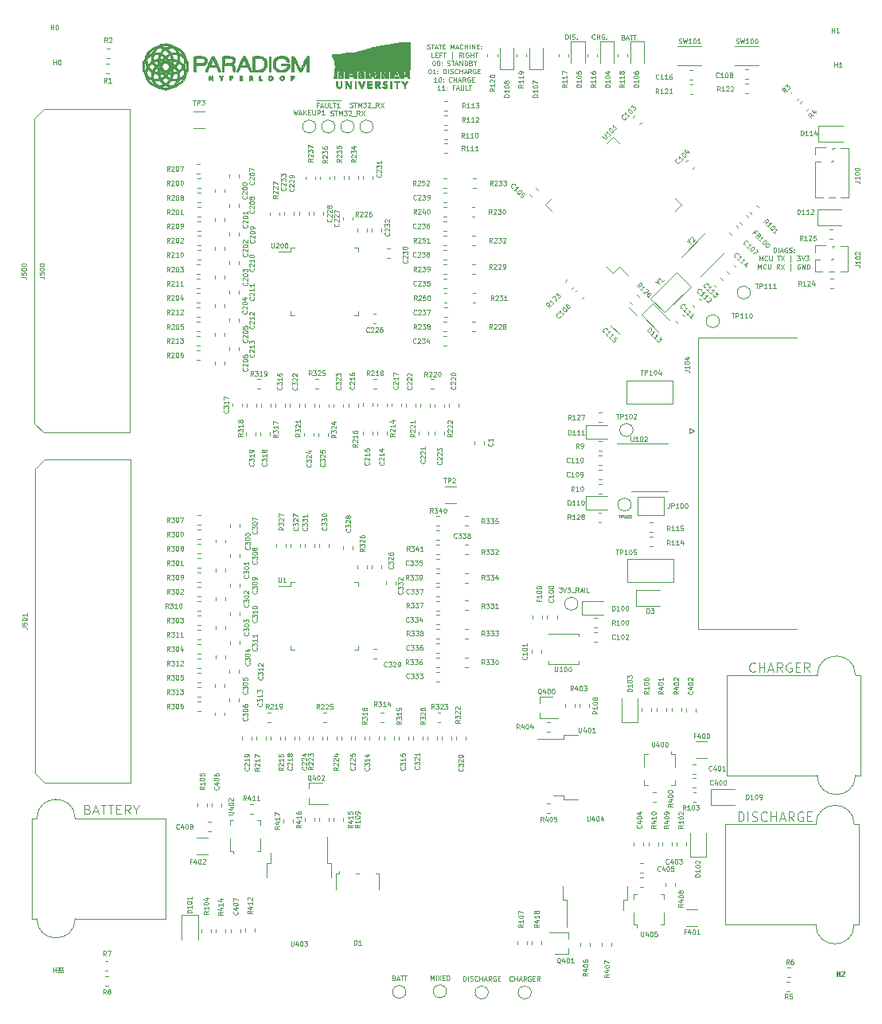
<source format=gbr>
G04 #@! TF.GenerationSoftware,KiCad,Pcbnew,(5.1.5)-3*
G04 #@! TF.CreationDate,2020-04-12T16:22:57-07:00*
G04 #@! TF.ProjectId,Milpitas_BMS,4d696c70-6974-4617-935f-424d532e6b69,rev?*
G04 #@! TF.SameCoordinates,Original*
G04 #@! TF.FileFunction,Legend,Top*
G04 #@! TF.FilePolarity,Positive*
%FSLAX46Y46*%
G04 Gerber Fmt 4.6, Leading zero omitted, Abs format (unit mm)*
G04 Created by KiCad (PCBNEW (5.1.5)-3) date 2020-04-12 16:22:57*
%MOMM*%
%LPD*%
G04 APERTURE LIST*
%ADD10C,0.125000*%
%ADD11C,0.120000*%
%ADD12C,0.010000*%
%ADD13C,0.075000*%
G04 APERTURE END LIST*
D10*
X181173571Y-68693190D02*
X181173571Y-68193190D01*
X181292619Y-68193190D01*
X181364047Y-68217000D01*
X181411666Y-68264619D01*
X181435476Y-68312238D01*
X181459285Y-68407476D01*
X181459285Y-68478904D01*
X181435476Y-68574142D01*
X181411666Y-68621761D01*
X181364047Y-68669380D01*
X181292619Y-68693190D01*
X181173571Y-68693190D01*
X181673571Y-68693190D02*
X181673571Y-68193190D01*
X181887857Y-68550333D02*
X182125952Y-68550333D01*
X181840238Y-68693190D02*
X182006904Y-68193190D01*
X182173571Y-68693190D01*
X182602142Y-68217000D02*
X182554523Y-68193190D01*
X182483095Y-68193190D01*
X182411666Y-68217000D01*
X182364047Y-68264619D01*
X182340238Y-68312238D01*
X182316428Y-68407476D01*
X182316428Y-68478904D01*
X182340238Y-68574142D01*
X182364047Y-68621761D01*
X182411666Y-68669380D01*
X182483095Y-68693190D01*
X182530714Y-68693190D01*
X182602142Y-68669380D01*
X182625952Y-68645571D01*
X182625952Y-68478904D01*
X182530714Y-68478904D01*
X182816428Y-68669380D02*
X182887857Y-68693190D01*
X183006904Y-68693190D01*
X183054523Y-68669380D01*
X183078333Y-68645571D01*
X183102142Y-68597952D01*
X183102142Y-68550333D01*
X183078333Y-68502714D01*
X183054523Y-68478904D01*
X183006904Y-68455095D01*
X182911666Y-68431285D01*
X182864047Y-68407476D01*
X182840238Y-68383666D01*
X182816428Y-68336047D01*
X182816428Y-68288428D01*
X182840238Y-68240809D01*
X182864047Y-68217000D01*
X182911666Y-68193190D01*
X183030714Y-68193190D01*
X183102142Y-68217000D01*
X183316428Y-68645571D02*
X183340238Y-68669380D01*
X183316428Y-68693190D01*
X183292619Y-68669380D01*
X183316428Y-68645571D01*
X183316428Y-68693190D01*
X183316428Y-68383666D02*
X183340238Y-68407476D01*
X183316428Y-68431285D01*
X183292619Y-68407476D01*
X183316428Y-68383666D01*
X183316428Y-68431285D01*
X179637857Y-69568190D02*
X179637857Y-69068190D01*
X179804523Y-69425333D01*
X179971190Y-69068190D01*
X179971190Y-69568190D01*
X180495000Y-69520571D02*
X180471190Y-69544380D01*
X180399761Y-69568190D01*
X180352142Y-69568190D01*
X180280714Y-69544380D01*
X180233095Y-69496761D01*
X180209285Y-69449142D01*
X180185476Y-69353904D01*
X180185476Y-69282476D01*
X180209285Y-69187238D01*
X180233095Y-69139619D01*
X180280714Y-69092000D01*
X180352142Y-69068190D01*
X180399761Y-69068190D01*
X180471190Y-69092000D01*
X180495000Y-69115809D01*
X180709285Y-69068190D02*
X180709285Y-69472952D01*
X180733095Y-69520571D01*
X180756904Y-69544380D01*
X180804523Y-69568190D01*
X180899761Y-69568190D01*
X180947380Y-69544380D01*
X180971190Y-69520571D01*
X180995000Y-69472952D01*
X180995000Y-69068190D01*
X181542619Y-69068190D02*
X181828333Y-69068190D01*
X181685476Y-69568190D02*
X181685476Y-69068190D01*
X181947380Y-69068190D02*
X182280714Y-69568190D01*
X182280714Y-69068190D02*
X181947380Y-69568190D01*
X182971190Y-69734857D02*
X182971190Y-69020571D01*
X183661666Y-69068190D02*
X183971190Y-69068190D01*
X183804523Y-69258666D01*
X183875952Y-69258666D01*
X183923571Y-69282476D01*
X183947380Y-69306285D01*
X183971190Y-69353904D01*
X183971190Y-69472952D01*
X183947380Y-69520571D01*
X183923571Y-69544380D01*
X183875952Y-69568190D01*
X183733095Y-69568190D01*
X183685476Y-69544380D01*
X183661666Y-69520571D01*
X184114047Y-69068190D02*
X184280714Y-69568190D01*
X184447380Y-69068190D01*
X184566428Y-69068190D02*
X184875952Y-69068190D01*
X184709285Y-69258666D01*
X184780714Y-69258666D01*
X184828333Y-69282476D01*
X184852142Y-69306285D01*
X184875952Y-69353904D01*
X184875952Y-69472952D01*
X184852142Y-69520571D01*
X184828333Y-69544380D01*
X184780714Y-69568190D01*
X184637857Y-69568190D01*
X184590238Y-69544380D01*
X184566428Y-69520571D01*
X179506904Y-70443190D02*
X179506904Y-69943190D01*
X179673571Y-70300333D01*
X179840238Y-69943190D01*
X179840238Y-70443190D01*
X180364047Y-70395571D02*
X180340238Y-70419380D01*
X180268809Y-70443190D01*
X180221190Y-70443190D01*
X180149761Y-70419380D01*
X180102142Y-70371761D01*
X180078333Y-70324142D01*
X180054523Y-70228904D01*
X180054523Y-70157476D01*
X180078333Y-70062238D01*
X180102142Y-70014619D01*
X180149761Y-69967000D01*
X180221190Y-69943190D01*
X180268809Y-69943190D01*
X180340238Y-69967000D01*
X180364047Y-69990809D01*
X180578333Y-69943190D02*
X180578333Y-70347952D01*
X180602142Y-70395571D01*
X180625952Y-70419380D01*
X180673571Y-70443190D01*
X180768809Y-70443190D01*
X180816428Y-70419380D01*
X180840238Y-70395571D01*
X180864047Y-70347952D01*
X180864047Y-69943190D01*
X181768809Y-70443190D02*
X181602142Y-70205095D01*
X181483095Y-70443190D02*
X181483095Y-69943190D01*
X181673571Y-69943190D01*
X181721190Y-69967000D01*
X181745000Y-69990809D01*
X181768809Y-70038428D01*
X181768809Y-70109857D01*
X181745000Y-70157476D01*
X181721190Y-70181285D01*
X181673571Y-70205095D01*
X181483095Y-70205095D01*
X181935476Y-69943190D02*
X182268809Y-70443190D01*
X182268809Y-69943190D02*
X181935476Y-70443190D01*
X182959285Y-70609857D02*
X182959285Y-69895571D01*
X183959285Y-69967000D02*
X183911666Y-69943190D01*
X183840238Y-69943190D01*
X183768809Y-69967000D01*
X183721190Y-70014619D01*
X183697380Y-70062238D01*
X183673571Y-70157476D01*
X183673571Y-70228904D01*
X183697380Y-70324142D01*
X183721190Y-70371761D01*
X183768809Y-70419380D01*
X183840238Y-70443190D01*
X183887857Y-70443190D01*
X183959285Y-70419380D01*
X183983095Y-70395571D01*
X183983095Y-70228904D01*
X183887857Y-70228904D01*
X184197380Y-70443190D02*
X184197380Y-69943190D01*
X184483095Y-70443190D01*
X184483095Y-69943190D01*
X184721190Y-70443190D02*
X184721190Y-69943190D01*
X184840238Y-69943190D01*
X184911666Y-69967000D01*
X184959285Y-70014619D01*
X184983095Y-70062238D01*
X185006904Y-70157476D01*
X185006904Y-70228904D01*
X184983095Y-70324142D01*
X184959285Y-70371761D01*
X184911666Y-70419380D01*
X184840238Y-70443190D01*
X184721190Y-70443190D01*
X144300142Y-47036880D02*
X144371571Y-47060690D01*
X144490619Y-47060690D01*
X144538238Y-47036880D01*
X144562047Y-47013071D01*
X144585857Y-46965452D01*
X144585857Y-46917833D01*
X144562047Y-46870214D01*
X144538238Y-46846404D01*
X144490619Y-46822595D01*
X144395380Y-46798785D01*
X144347761Y-46774976D01*
X144323952Y-46751166D01*
X144300142Y-46703547D01*
X144300142Y-46655928D01*
X144323952Y-46608309D01*
X144347761Y-46584500D01*
X144395380Y-46560690D01*
X144514428Y-46560690D01*
X144585857Y-46584500D01*
X144728714Y-46560690D02*
X145014428Y-46560690D01*
X144871571Y-47060690D02*
X144871571Y-46560690D01*
X145157285Y-46917833D02*
X145395380Y-46917833D01*
X145109666Y-47060690D02*
X145276333Y-46560690D01*
X145443000Y-47060690D01*
X145538238Y-46560690D02*
X145823952Y-46560690D01*
X145681095Y-47060690D02*
X145681095Y-46560690D01*
X145990619Y-46798785D02*
X146157285Y-46798785D01*
X146228714Y-47060690D02*
X145990619Y-47060690D01*
X145990619Y-46560690D01*
X146228714Y-46560690D01*
X146823952Y-47060690D02*
X146823952Y-46560690D01*
X146990619Y-46917833D01*
X147157285Y-46560690D01*
X147157285Y-47060690D01*
X147371571Y-46917833D02*
X147609666Y-46917833D01*
X147323952Y-47060690D02*
X147490619Y-46560690D01*
X147657285Y-47060690D01*
X148109666Y-47013071D02*
X148085857Y-47036880D01*
X148014428Y-47060690D01*
X147966809Y-47060690D01*
X147895380Y-47036880D01*
X147847761Y-46989261D01*
X147823952Y-46941642D01*
X147800142Y-46846404D01*
X147800142Y-46774976D01*
X147823952Y-46679738D01*
X147847761Y-46632119D01*
X147895380Y-46584500D01*
X147966809Y-46560690D01*
X148014428Y-46560690D01*
X148085857Y-46584500D01*
X148109666Y-46608309D01*
X148323952Y-47060690D02*
X148323952Y-46560690D01*
X148323952Y-46798785D02*
X148609666Y-46798785D01*
X148609666Y-47060690D02*
X148609666Y-46560690D01*
X148847761Y-47060690D02*
X148847761Y-46560690D01*
X149085857Y-47060690D02*
X149085857Y-46560690D01*
X149371571Y-47060690D01*
X149371571Y-46560690D01*
X149609666Y-46798785D02*
X149776333Y-46798785D01*
X149847761Y-47060690D02*
X149609666Y-47060690D01*
X149609666Y-46560690D01*
X149847761Y-46560690D01*
X150062047Y-47013071D02*
X150085857Y-47036880D01*
X150062047Y-47060690D01*
X150038238Y-47036880D01*
X150062047Y-47013071D01*
X150062047Y-47060690D01*
X150062047Y-46751166D02*
X150085857Y-46774976D01*
X150062047Y-46798785D01*
X150038238Y-46774976D01*
X150062047Y-46751166D01*
X150062047Y-46798785D01*
X145026333Y-47935690D02*
X144788238Y-47935690D01*
X144788238Y-47435690D01*
X145193000Y-47673785D02*
X145359666Y-47673785D01*
X145431095Y-47935690D02*
X145193000Y-47935690D01*
X145193000Y-47435690D01*
X145431095Y-47435690D01*
X145812047Y-47673785D02*
X145645380Y-47673785D01*
X145645380Y-47935690D02*
X145645380Y-47435690D01*
X145883476Y-47435690D01*
X146002523Y-47435690D02*
X146288238Y-47435690D01*
X146145380Y-47935690D02*
X146145380Y-47435690D01*
X146954904Y-48102357D02*
X146954904Y-47388071D01*
X147978714Y-47935690D02*
X147812047Y-47697595D01*
X147693000Y-47935690D02*
X147693000Y-47435690D01*
X147883476Y-47435690D01*
X147931095Y-47459500D01*
X147954904Y-47483309D01*
X147978714Y-47530928D01*
X147978714Y-47602357D01*
X147954904Y-47649976D01*
X147931095Y-47673785D01*
X147883476Y-47697595D01*
X147693000Y-47697595D01*
X148193000Y-47935690D02*
X148193000Y-47435690D01*
X148693000Y-47459500D02*
X148645380Y-47435690D01*
X148573952Y-47435690D01*
X148502523Y-47459500D01*
X148454904Y-47507119D01*
X148431095Y-47554738D01*
X148407285Y-47649976D01*
X148407285Y-47721404D01*
X148431095Y-47816642D01*
X148454904Y-47864261D01*
X148502523Y-47911880D01*
X148573952Y-47935690D01*
X148621571Y-47935690D01*
X148693000Y-47911880D01*
X148716809Y-47888071D01*
X148716809Y-47721404D01*
X148621571Y-47721404D01*
X148931095Y-47935690D02*
X148931095Y-47435690D01*
X148931095Y-47673785D02*
X149216809Y-47673785D01*
X149216809Y-47935690D02*
X149216809Y-47435690D01*
X149383476Y-47435690D02*
X149669190Y-47435690D01*
X149526333Y-47935690D02*
X149526333Y-47435690D01*
X145002523Y-48310690D02*
X145050142Y-48310690D01*
X145097761Y-48334500D01*
X145121571Y-48358309D01*
X145145380Y-48405928D01*
X145169190Y-48501166D01*
X145169190Y-48620214D01*
X145145380Y-48715452D01*
X145121571Y-48763071D01*
X145097761Y-48786880D01*
X145050142Y-48810690D01*
X145002523Y-48810690D01*
X144954904Y-48786880D01*
X144931095Y-48763071D01*
X144907285Y-48715452D01*
X144883476Y-48620214D01*
X144883476Y-48501166D01*
X144907285Y-48405928D01*
X144931095Y-48358309D01*
X144954904Y-48334500D01*
X145002523Y-48310690D01*
X145478714Y-48310690D02*
X145526333Y-48310690D01*
X145573952Y-48334500D01*
X145597761Y-48358309D01*
X145621571Y-48405928D01*
X145645380Y-48501166D01*
X145645380Y-48620214D01*
X145621571Y-48715452D01*
X145597761Y-48763071D01*
X145573952Y-48786880D01*
X145526333Y-48810690D01*
X145478714Y-48810690D01*
X145431095Y-48786880D01*
X145407285Y-48763071D01*
X145383476Y-48715452D01*
X145359666Y-48620214D01*
X145359666Y-48501166D01*
X145383476Y-48405928D01*
X145407285Y-48358309D01*
X145431095Y-48334500D01*
X145478714Y-48310690D01*
X145859666Y-48763071D02*
X145883476Y-48786880D01*
X145859666Y-48810690D01*
X145835857Y-48786880D01*
X145859666Y-48763071D01*
X145859666Y-48810690D01*
X145859666Y-48501166D02*
X145883476Y-48524976D01*
X145859666Y-48548785D01*
X145835857Y-48524976D01*
X145859666Y-48501166D01*
X145859666Y-48548785D01*
X146454904Y-48786880D02*
X146526333Y-48810690D01*
X146645380Y-48810690D01*
X146693000Y-48786880D01*
X146716809Y-48763071D01*
X146740619Y-48715452D01*
X146740619Y-48667833D01*
X146716809Y-48620214D01*
X146693000Y-48596404D01*
X146645380Y-48572595D01*
X146550142Y-48548785D01*
X146502523Y-48524976D01*
X146478714Y-48501166D01*
X146454904Y-48453547D01*
X146454904Y-48405928D01*
X146478714Y-48358309D01*
X146502523Y-48334500D01*
X146550142Y-48310690D01*
X146669190Y-48310690D01*
X146740619Y-48334500D01*
X146883476Y-48310690D02*
X147169190Y-48310690D01*
X147026333Y-48810690D02*
X147026333Y-48310690D01*
X147312047Y-48667833D02*
X147550142Y-48667833D01*
X147264428Y-48810690D02*
X147431095Y-48310690D01*
X147597761Y-48810690D01*
X147764428Y-48810690D02*
X147764428Y-48310690D01*
X148050142Y-48810690D01*
X148050142Y-48310690D01*
X148288238Y-48810690D02*
X148288238Y-48310690D01*
X148407285Y-48310690D01*
X148478714Y-48334500D01*
X148526333Y-48382119D01*
X148550142Y-48429738D01*
X148573952Y-48524976D01*
X148573952Y-48596404D01*
X148550142Y-48691642D01*
X148526333Y-48739261D01*
X148478714Y-48786880D01*
X148407285Y-48810690D01*
X148288238Y-48810690D01*
X148954904Y-48548785D02*
X149026333Y-48572595D01*
X149050142Y-48596404D01*
X149073952Y-48644023D01*
X149073952Y-48715452D01*
X149050142Y-48763071D01*
X149026333Y-48786880D01*
X148978714Y-48810690D01*
X148788238Y-48810690D01*
X148788238Y-48310690D01*
X148954904Y-48310690D01*
X149002523Y-48334500D01*
X149026333Y-48358309D01*
X149050142Y-48405928D01*
X149050142Y-48453547D01*
X149026333Y-48501166D01*
X149002523Y-48524976D01*
X148954904Y-48548785D01*
X148788238Y-48548785D01*
X149383476Y-48572595D02*
X149383476Y-48810690D01*
X149216809Y-48310690D02*
X149383476Y-48572595D01*
X149550142Y-48310690D01*
X144562047Y-49185690D02*
X144609666Y-49185690D01*
X144657285Y-49209500D01*
X144681095Y-49233309D01*
X144704904Y-49280928D01*
X144728714Y-49376166D01*
X144728714Y-49495214D01*
X144704904Y-49590452D01*
X144681095Y-49638071D01*
X144657285Y-49661880D01*
X144609666Y-49685690D01*
X144562047Y-49685690D01*
X144514428Y-49661880D01*
X144490619Y-49638071D01*
X144466809Y-49590452D01*
X144443000Y-49495214D01*
X144443000Y-49376166D01*
X144466809Y-49280928D01*
X144490619Y-49233309D01*
X144514428Y-49209500D01*
X144562047Y-49185690D01*
X145204904Y-49685690D02*
X144919190Y-49685690D01*
X145062047Y-49685690D02*
X145062047Y-49185690D01*
X145014428Y-49257119D01*
X144966809Y-49304738D01*
X144919190Y-49328547D01*
X145419190Y-49638071D02*
X145443000Y-49661880D01*
X145419190Y-49685690D01*
X145395380Y-49661880D01*
X145419190Y-49638071D01*
X145419190Y-49685690D01*
X145419190Y-49376166D02*
X145443000Y-49399976D01*
X145419190Y-49423785D01*
X145395380Y-49399976D01*
X145419190Y-49376166D01*
X145419190Y-49423785D01*
X146038238Y-49685690D02*
X146038238Y-49185690D01*
X146157285Y-49185690D01*
X146228714Y-49209500D01*
X146276333Y-49257119D01*
X146300142Y-49304738D01*
X146323952Y-49399976D01*
X146323952Y-49471404D01*
X146300142Y-49566642D01*
X146276333Y-49614261D01*
X146228714Y-49661880D01*
X146157285Y-49685690D01*
X146038238Y-49685690D01*
X146538238Y-49685690D02*
X146538238Y-49185690D01*
X146752523Y-49661880D02*
X146823952Y-49685690D01*
X146943000Y-49685690D01*
X146990619Y-49661880D01*
X147014428Y-49638071D01*
X147038238Y-49590452D01*
X147038238Y-49542833D01*
X147014428Y-49495214D01*
X146990619Y-49471404D01*
X146943000Y-49447595D01*
X146847761Y-49423785D01*
X146800142Y-49399976D01*
X146776333Y-49376166D01*
X146752523Y-49328547D01*
X146752523Y-49280928D01*
X146776333Y-49233309D01*
X146800142Y-49209500D01*
X146847761Y-49185690D01*
X146966809Y-49185690D01*
X147038238Y-49209500D01*
X147538238Y-49638071D02*
X147514428Y-49661880D01*
X147443000Y-49685690D01*
X147395380Y-49685690D01*
X147323952Y-49661880D01*
X147276333Y-49614261D01*
X147252523Y-49566642D01*
X147228714Y-49471404D01*
X147228714Y-49399976D01*
X147252523Y-49304738D01*
X147276333Y-49257119D01*
X147323952Y-49209500D01*
X147395380Y-49185690D01*
X147443000Y-49185690D01*
X147514428Y-49209500D01*
X147538238Y-49233309D01*
X147752523Y-49685690D02*
X147752523Y-49185690D01*
X147752523Y-49423785D02*
X148038238Y-49423785D01*
X148038238Y-49685690D02*
X148038238Y-49185690D01*
X148252523Y-49542833D02*
X148490619Y-49542833D01*
X148204904Y-49685690D02*
X148371571Y-49185690D01*
X148538238Y-49685690D01*
X148990619Y-49685690D02*
X148823952Y-49447595D01*
X148704904Y-49685690D02*
X148704904Y-49185690D01*
X148895380Y-49185690D01*
X148943000Y-49209500D01*
X148966809Y-49233309D01*
X148990619Y-49280928D01*
X148990619Y-49352357D01*
X148966809Y-49399976D01*
X148943000Y-49423785D01*
X148895380Y-49447595D01*
X148704904Y-49447595D01*
X149466809Y-49209500D02*
X149419190Y-49185690D01*
X149347761Y-49185690D01*
X149276333Y-49209500D01*
X149228714Y-49257119D01*
X149204904Y-49304738D01*
X149181095Y-49399976D01*
X149181095Y-49471404D01*
X149204904Y-49566642D01*
X149228714Y-49614261D01*
X149276333Y-49661880D01*
X149347761Y-49685690D01*
X149395380Y-49685690D01*
X149466809Y-49661880D01*
X149490619Y-49638071D01*
X149490619Y-49471404D01*
X149395380Y-49471404D01*
X149704904Y-49423785D02*
X149871571Y-49423785D01*
X149943000Y-49685690D02*
X149704904Y-49685690D01*
X149704904Y-49185690D01*
X149943000Y-49185690D01*
X145335857Y-50560690D02*
X145050142Y-50560690D01*
X145193000Y-50560690D02*
X145193000Y-50060690D01*
X145145380Y-50132119D01*
X145097761Y-50179738D01*
X145050142Y-50203547D01*
X145645380Y-50060690D02*
X145693000Y-50060690D01*
X145740619Y-50084500D01*
X145764428Y-50108309D01*
X145788238Y-50155928D01*
X145812047Y-50251166D01*
X145812047Y-50370214D01*
X145788238Y-50465452D01*
X145764428Y-50513071D01*
X145740619Y-50536880D01*
X145693000Y-50560690D01*
X145645380Y-50560690D01*
X145597761Y-50536880D01*
X145573952Y-50513071D01*
X145550142Y-50465452D01*
X145526333Y-50370214D01*
X145526333Y-50251166D01*
X145550142Y-50155928D01*
X145573952Y-50108309D01*
X145597761Y-50084500D01*
X145645380Y-50060690D01*
X146026333Y-50513071D02*
X146050142Y-50536880D01*
X146026333Y-50560690D01*
X146002523Y-50536880D01*
X146026333Y-50513071D01*
X146026333Y-50560690D01*
X146026333Y-50251166D02*
X146050142Y-50274976D01*
X146026333Y-50298785D01*
X146002523Y-50274976D01*
X146026333Y-50251166D01*
X146026333Y-50298785D01*
X146931095Y-50513071D02*
X146907285Y-50536880D01*
X146835857Y-50560690D01*
X146788238Y-50560690D01*
X146716809Y-50536880D01*
X146669190Y-50489261D01*
X146645380Y-50441642D01*
X146621571Y-50346404D01*
X146621571Y-50274976D01*
X146645380Y-50179738D01*
X146669190Y-50132119D01*
X146716809Y-50084500D01*
X146788238Y-50060690D01*
X146835857Y-50060690D01*
X146907285Y-50084500D01*
X146931095Y-50108309D01*
X147145380Y-50560690D02*
X147145380Y-50060690D01*
X147145380Y-50298785D02*
X147431095Y-50298785D01*
X147431095Y-50560690D02*
X147431095Y-50060690D01*
X147645380Y-50417833D02*
X147883476Y-50417833D01*
X147597761Y-50560690D02*
X147764428Y-50060690D01*
X147931095Y-50560690D01*
X148383476Y-50560690D02*
X148216809Y-50322595D01*
X148097761Y-50560690D02*
X148097761Y-50060690D01*
X148288238Y-50060690D01*
X148335857Y-50084500D01*
X148359666Y-50108309D01*
X148383476Y-50155928D01*
X148383476Y-50227357D01*
X148359666Y-50274976D01*
X148335857Y-50298785D01*
X148288238Y-50322595D01*
X148097761Y-50322595D01*
X148859666Y-50084500D02*
X148812047Y-50060690D01*
X148740619Y-50060690D01*
X148669190Y-50084500D01*
X148621571Y-50132119D01*
X148597761Y-50179738D01*
X148573952Y-50274976D01*
X148573952Y-50346404D01*
X148597761Y-50441642D01*
X148621571Y-50489261D01*
X148669190Y-50536880D01*
X148740619Y-50560690D01*
X148788238Y-50560690D01*
X148859666Y-50536880D01*
X148883476Y-50513071D01*
X148883476Y-50346404D01*
X148788238Y-50346404D01*
X149097761Y-50298785D02*
X149264428Y-50298785D01*
X149335857Y-50560690D02*
X149097761Y-50560690D01*
X149097761Y-50060690D01*
X149335857Y-50060690D01*
X145704904Y-51435690D02*
X145419190Y-51435690D01*
X145562047Y-51435690D02*
X145562047Y-50935690D01*
X145514428Y-51007119D01*
X145466809Y-51054738D01*
X145419190Y-51078547D01*
X146181095Y-51435690D02*
X145895380Y-51435690D01*
X146038238Y-51435690D02*
X146038238Y-50935690D01*
X145990619Y-51007119D01*
X145943000Y-51054738D01*
X145895380Y-51078547D01*
X146395380Y-51388071D02*
X146419190Y-51411880D01*
X146395380Y-51435690D01*
X146371571Y-51411880D01*
X146395380Y-51388071D01*
X146395380Y-51435690D01*
X146395380Y-51126166D02*
X146419190Y-51149976D01*
X146395380Y-51173785D01*
X146371571Y-51149976D01*
X146395380Y-51126166D01*
X146395380Y-51173785D01*
X147181095Y-51173785D02*
X147014428Y-51173785D01*
X147014428Y-51435690D02*
X147014428Y-50935690D01*
X147252523Y-50935690D01*
X147419190Y-51292833D02*
X147657285Y-51292833D01*
X147371571Y-51435690D02*
X147538238Y-50935690D01*
X147704904Y-51435690D01*
X147871571Y-50935690D02*
X147871571Y-51340452D01*
X147895380Y-51388071D01*
X147919190Y-51411880D01*
X147966809Y-51435690D01*
X148062047Y-51435690D01*
X148109666Y-51411880D01*
X148133476Y-51388071D01*
X148157285Y-51340452D01*
X148157285Y-50935690D01*
X148633476Y-51435690D02*
X148395380Y-51435690D01*
X148395380Y-50935690D01*
X148728714Y-50935690D02*
X149014428Y-50935690D01*
X148871571Y-51435690D02*
X148871571Y-50935690D01*
X165183428Y-45836685D02*
X165254857Y-45860495D01*
X165278666Y-45884304D01*
X165302476Y-45931923D01*
X165302476Y-46003352D01*
X165278666Y-46050971D01*
X165254857Y-46074780D01*
X165207238Y-46098590D01*
X165016761Y-46098590D01*
X165016761Y-45598590D01*
X165183428Y-45598590D01*
X165231047Y-45622400D01*
X165254857Y-45646209D01*
X165278666Y-45693828D01*
X165278666Y-45741447D01*
X165254857Y-45789066D01*
X165231047Y-45812876D01*
X165183428Y-45836685D01*
X165016761Y-45836685D01*
X165492952Y-45955733D02*
X165731047Y-45955733D01*
X165445333Y-46098590D02*
X165612000Y-45598590D01*
X165778666Y-46098590D01*
X165873904Y-45598590D02*
X166159619Y-45598590D01*
X166016761Y-46098590D02*
X166016761Y-45598590D01*
X166254857Y-45598590D02*
X166540571Y-45598590D01*
X166397714Y-46098590D02*
X166397714Y-45598590D01*
X166707238Y-46050971D02*
X166731047Y-46074780D01*
X166707238Y-46098590D01*
X166683428Y-46074780D01*
X166707238Y-46050971D01*
X166707238Y-46098590D01*
X162134609Y-45949371D02*
X162110800Y-45973180D01*
X162039371Y-45996990D01*
X161991752Y-45996990D01*
X161920323Y-45973180D01*
X161872704Y-45925561D01*
X161848895Y-45877942D01*
X161825085Y-45782704D01*
X161825085Y-45711276D01*
X161848895Y-45616038D01*
X161872704Y-45568419D01*
X161920323Y-45520800D01*
X161991752Y-45496990D01*
X162039371Y-45496990D01*
X162110800Y-45520800D01*
X162134609Y-45544609D01*
X162348895Y-45996990D02*
X162348895Y-45496990D01*
X162348895Y-45735085D02*
X162634609Y-45735085D01*
X162634609Y-45996990D02*
X162634609Y-45496990D01*
X163134609Y-45520800D02*
X163086990Y-45496990D01*
X163015561Y-45496990D01*
X162944133Y-45520800D01*
X162896514Y-45568419D01*
X162872704Y-45616038D01*
X162848895Y-45711276D01*
X162848895Y-45782704D01*
X162872704Y-45877942D01*
X162896514Y-45925561D01*
X162944133Y-45973180D01*
X163015561Y-45996990D01*
X163063180Y-45996990D01*
X163134609Y-45973180D01*
X163158419Y-45949371D01*
X163158419Y-45782704D01*
X163063180Y-45782704D01*
X163372704Y-45949371D02*
X163396514Y-45973180D01*
X163372704Y-45996990D01*
X163348895Y-45973180D01*
X163372704Y-45949371D01*
X163372704Y-45996990D01*
X159006457Y-45996990D02*
X159006457Y-45496990D01*
X159125504Y-45496990D01*
X159196933Y-45520800D01*
X159244552Y-45568419D01*
X159268361Y-45616038D01*
X159292171Y-45711276D01*
X159292171Y-45782704D01*
X159268361Y-45877942D01*
X159244552Y-45925561D01*
X159196933Y-45973180D01*
X159125504Y-45996990D01*
X159006457Y-45996990D01*
X159506457Y-45996990D02*
X159506457Y-45496990D01*
X159720742Y-45973180D02*
X159792171Y-45996990D01*
X159911219Y-45996990D01*
X159958838Y-45973180D01*
X159982647Y-45949371D01*
X160006457Y-45901752D01*
X160006457Y-45854133D01*
X159982647Y-45806514D01*
X159958838Y-45782704D01*
X159911219Y-45758895D01*
X159815980Y-45735085D01*
X159768361Y-45711276D01*
X159744552Y-45687466D01*
X159720742Y-45639847D01*
X159720742Y-45592228D01*
X159744552Y-45544609D01*
X159768361Y-45520800D01*
X159815980Y-45496990D01*
X159935028Y-45496990D01*
X160006457Y-45520800D01*
X160220742Y-45949371D02*
X160244552Y-45973180D01*
X160220742Y-45996990D01*
X160196933Y-45973180D01*
X160220742Y-45949371D01*
X160220742Y-45996990D01*
D11*
X142051000Y-147320000D02*
G75*
G03X142051000Y-147320000I-700000J0D01*
G01*
D12*
G36*
X139126576Y-50749970D02*
G01*
X139122728Y-50753818D01*
X139118879Y-50749970D01*
X139122728Y-50746121D01*
X139126576Y-50749970D01*
G37*
X139126576Y-50749970D02*
X139122728Y-50753818D01*
X139118879Y-50749970D01*
X139122728Y-50746121D01*
X139126576Y-50749970D01*
G36*
X141071344Y-46415293D02*
G01*
X141070287Y-46419869D01*
X141066212Y-46420425D01*
X141059877Y-46417608D01*
X141061081Y-46415293D01*
X141070216Y-46414372D01*
X141071344Y-46415293D01*
G37*
X141071344Y-46415293D02*
X141070287Y-46419869D01*
X141066212Y-46420425D01*
X141059877Y-46417608D01*
X141061081Y-46415293D01*
X141070216Y-46414372D01*
X141071344Y-46415293D01*
G36*
X141009768Y-46422990D02*
G01*
X141008711Y-46427566D01*
X141004637Y-46428121D01*
X140998301Y-46425305D01*
X140999505Y-46422990D01*
X141008640Y-46422069D01*
X141009768Y-46422990D01*
G37*
X141009768Y-46422990D02*
X141008711Y-46427566D01*
X141004637Y-46428121D01*
X140998301Y-46425305D01*
X140999505Y-46422990D01*
X141008640Y-46422069D01*
X141009768Y-46422990D01*
G36*
X140589000Y-46501243D02*
G01*
X140585152Y-46505091D01*
X140581303Y-46501243D01*
X140585152Y-46497394D01*
X140589000Y-46501243D01*
G37*
X140589000Y-46501243D02*
X140585152Y-46505091D01*
X140581303Y-46501243D01*
X140585152Y-46497394D01*
X140589000Y-46501243D01*
G36*
X140519728Y-46501243D02*
G01*
X140515879Y-46505091D01*
X140512031Y-46501243D01*
X140515879Y-46497394D01*
X140519728Y-46501243D01*
G37*
X140519728Y-46501243D02*
X140515879Y-46505091D01*
X140512031Y-46501243D01*
X140515879Y-46497394D01*
X140519728Y-46501243D01*
G36*
X139788515Y-46624394D02*
G01*
X139784667Y-46628243D01*
X139780818Y-46624394D01*
X139784667Y-46620546D01*
X139788515Y-46624394D01*
G37*
X139788515Y-46624394D02*
X139784667Y-46628243D01*
X139780818Y-46624394D01*
X139784667Y-46620546D01*
X139788515Y-46624394D01*
G36*
X139559531Y-46669327D02*
G01*
X139560497Y-46672136D01*
X139549909Y-46673209D01*
X139538982Y-46672000D01*
X139540288Y-46669327D01*
X139556046Y-46668310D01*
X139559531Y-46669327D01*
G37*
X139559531Y-46669327D02*
X139560497Y-46672136D01*
X139549909Y-46673209D01*
X139538982Y-46672000D01*
X139540288Y-46669327D01*
X139556046Y-46668310D01*
X139559531Y-46669327D01*
G36*
X139501162Y-46669293D02*
G01*
X139500105Y-46673869D01*
X139496031Y-46674425D01*
X139489695Y-46671608D01*
X139490899Y-46669293D01*
X139500034Y-46668372D01*
X139501162Y-46669293D01*
G37*
X139501162Y-46669293D02*
X139500105Y-46673869D01*
X139496031Y-46674425D01*
X139489695Y-46671608D01*
X139490899Y-46669293D01*
X139500034Y-46668372D01*
X139501162Y-46669293D01*
G36*
X139272818Y-46716758D02*
G01*
X139268970Y-46720606D01*
X139265121Y-46716758D01*
X139268970Y-46712909D01*
X139272818Y-46716758D01*
G37*
X139272818Y-46716758D02*
X139268970Y-46720606D01*
X139265121Y-46716758D01*
X139268970Y-46712909D01*
X139272818Y-46716758D01*
G36*
X139295909Y-46724455D02*
G01*
X139292061Y-46728303D01*
X139288212Y-46724455D01*
X139292061Y-46720606D01*
X139295909Y-46724455D01*
G37*
X139295909Y-46724455D02*
X139292061Y-46728303D01*
X139288212Y-46724455D01*
X139292061Y-46720606D01*
X139295909Y-46724455D01*
G36*
X138564697Y-46832212D02*
G01*
X138560849Y-46836061D01*
X138557000Y-46832212D01*
X138560849Y-46828364D01*
X138564697Y-46832212D01*
G37*
X138564697Y-46832212D02*
X138560849Y-46836061D01*
X138557000Y-46832212D01*
X138560849Y-46828364D01*
X138564697Y-46832212D01*
G36*
X138500556Y-46830930D02*
G01*
X138499499Y-46835505D01*
X138495424Y-46836061D01*
X138489089Y-46833245D01*
X138490293Y-46830930D01*
X138499428Y-46830008D01*
X138500556Y-46830930D01*
G37*
X138500556Y-46830930D02*
X138499499Y-46835505D01*
X138495424Y-46836061D01*
X138489089Y-46833245D01*
X138490293Y-46830930D01*
X138499428Y-46830008D01*
X138500556Y-46830930D01*
G36*
X138333788Y-46916879D02*
G01*
X138329940Y-46920728D01*
X138326091Y-46916879D01*
X138329940Y-46913031D01*
X138333788Y-46916879D01*
G37*
X138333788Y-46916879D02*
X138329940Y-46920728D01*
X138326091Y-46916879D01*
X138329940Y-46913031D01*
X138333788Y-46916879D01*
G36*
X138102879Y-47001546D02*
G01*
X138099031Y-47005394D01*
X138095182Y-47001546D01*
X138099031Y-46997697D01*
X138102879Y-47001546D01*
G37*
X138102879Y-47001546D02*
X138099031Y-47005394D01*
X138095182Y-47001546D01*
X138099031Y-46997697D01*
X138102879Y-47001546D01*
G36*
X137961768Y-47038748D02*
G01*
X137960711Y-47043324D01*
X137956637Y-47043879D01*
X137950301Y-47041063D01*
X137951505Y-47038748D01*
X137960640Y-47037827D01*
X137961768Y-47038748D01*
G37*
X137961768Y-47038748D02*
X137960711Y-47043324D01*
X137956637Y-47043879D01*
X137950301Y-47041063D01*
X137951505Y-47038748D01*
X137960640Y-47037827D01*
X137961768Y-47038748D01*
G36*
X137787303Y-47086212D02*
G01*
X137783455Y-47090061D01*
X137779606Y-47086212D01*
X137783455Y-47082364D01*
X137787303Y-47086212D01*
G37*
X137787303Y-47086212D02*
X137783455Y-47090061D01*
X137779606Y-47086212D01*
X137783455Y-47082364D01*
X137787303Y-47086212D01*
G36*
X137641061Y-47117000D02*
G01*
X137637212Y-47120849D01*
X137633364Y-47117000D01*
X137637212Y-47113152D01*
X137641061Y-47117000D01*
G37*
X137641061Y-47117000D02*
X137637212Y-47120849D01*
X137633364Y-47117000D01*
X137637212Y-47113152D01*
X137641061Y-47117000D01*
G36*
X137492253Y-47161899D02*
G01*
X137491196Y-47166475D01*
X137487121Y-47167031D01*
X137480786Y-47164214D01*
X137481990Y-47161899D01*
X137491125Y-47160978D01*
X137492253Y-47161899D01*
G37*
X137492253Y-47161899D02*
X137491196Y-47166475D01*
X137487121Y-47167031D01*
X137480786Y-47164214D01*
X137481990Y-47161899D01*
X137491125Y-47160978D01*
X137492253Y-47161899D01*
G36*
X137348576Y-47201667D02*
G01*
X137344728Y-47205515D01*
X137340879Y-47201667D01*
X137344728Y-47197818D01*
X137348576Y-47201667D01*
G37*
X137348576Y-47201667D02*
X137344728Y-47205515D01*
X137340879Y-47201667D01*
X137344728Y-47197818D01*
X137348576Y-47201667D01*
G36*
X137310091Y-47201667D02*
G01*
X137306243Y-47205515D01*
X137302394Y-47201667D01*
X137306243Y-47197818D01*
X137310091Y-47201667D01*
G37*
X137310091Y-47201667D02*
X137306243Y-47205515D01*
X137302394Y-47201667D01*
X137306243Y-47197818D01*
X137310091Y-47201667D01*
G36*
X137017606Y-47286334D02*
G01*
X137024949Y-47293250D01*
X137025303Y-47294485D01*
X137019348Y-47297791D01*
X137017606Y-47297879D01*
X137010205Y-47291962D01*
X137009909Y-47289728D01*
X137014625Y-47285131D01*
X137017606Y-47286334D01*
G37*
X137017606Y-47286334D02*
X137024949Y-47293250D01*
X137025303Y-47294485D01*
X137019348Y-47297791D01*
X137017606Y-47297879D01*
X137010205Y-47291962D01*
X137009909Y-47289728D01*
X137014625Y-47285131D01*
X137017606Y-47286334D01*
G36*
X136694334Y-47378697D02*
G01*
X136690485Y-47382546D01*
X136686637Y-47378697D01*
X136690485Y-47374849D01*
X136694334Y-47378697D01*
G37*
X136694334Y-47378697D02*
X136690485Y-47382546D01*
X136686637Y-47378697D01*
X136690485Y-47374849D01*
X136694334Y-47378697D01*
G36*
X135852798Y-47446687D02*
G01*
X135851742Y-47451263D01*
X135847667Y-47451818D01*
X135841331Y-47449002D01*
X135842536Y-47446687D01*
X135851670Y-47445766D01*
X135852798Y-47446687D01*
G37*
X135852798Y-47446687D02*
X135851742Y-47451263D01*
X135847667Y-47451818D01*
X135841331Y-47449002D01*
X135842536Y-47446687D01*
X135851670Y-47445766D01*
X135852798Y-47446687D01*
G36*
X135799400Y-47454865D02*
G01*
X135797105Y-47458364D01*
X135789298Y-47458908D01*
X135781085Y-47457028D01*
X135784648Y-47454258D01*
X135796677Y-47453340D01*
X135799400Y-47454865D01*
G37*
X135799400Y-47454865D02*
X135797105Y-47458364D01*
X135789298Y-47458908D01*
X135781085Y-47457028D01*
X135784648Y-47454258D01*
X135796677Y-47453340D01*
X135799400Y-47454865D01*
G36*
X135732212Y-47455667D02*
G01*
X135728364Y-47459515D01*
X135724515Y-47455667D01*
X135728364Y-47451818D01*
X135732212Y-47455667D01*
G37*
X135732212Y-47455667D02*
X135728364Y-47459515D01*
X135724515Y-47455667D01*
X135728364Y-47451818D01*
X135732212Y-47455667D01*
G36*
X135444859Y-47492869D02*
G01*
X135443802Y-47497445D01*
X135439728Y-47498000D01*
X135433392Y-47495184D01*
X135434596Y-47492869D01*
X135443731Y-47491948D01*
X135444859Y-47492869D01*
G37*
X135444859Y-47492869D02*
X135443802Y-47497445D01*
X135439728Y-47498000D01*
X135433392Y-47495184D01*
X135434596Y-47492869D01*
X135443731Y-47491948D01*
X135444859Y-47492869D01*
G36*
X135283222Y-47531354D02*
G01*
X135282166Y-47535930D01*
X135278091Y-47536485D01*
X135271756Y-47533669D01*
X135272960Y-47531354D01*
X135282094Y-47530433D01*
X135283222Y-47531354D01*
G37*
X135283222Y-47531354D02*
X135282166Y-47535930D01*
X135278091Y-47536485D01*
X135271756Y-47533669D01*
X135272960Y-47531354D01*
X135282094Y-47530433D01*
X135283222Y-47531354D01*
G36*
X135244738Y-47539051D02*
G01*
X135245659Y-47548185D01*
X135244738Y-47549313D01*
X135240162Y-47548257D01*
X135239606Y-47544182D01*
X135242422Y-47537847D01*
X135244738Y-47539051D01*
G37*
X135244738Y-47539051D02*
X135245659Y-47548185D01*
X135244738Y-47549313D01*
X135240162Y-47548257D01*
X135239606Y-47544182D01*
X135242422Y-47537847D01*
X135244738Y-47539051D01*
G36*
X134215909Y-47617303D02*
G01*
X134212061Y-47621152D01*
X134208212Y-47617303D01*
X134212061Y-47613455D01*
X134215909Y-47617303D01*
G37*
X134215909Y-47617303D02*
X134212061Y-47621152D01*
X134208212Y-47617303D01*
X134212061Y-47613455D01*
X134215909Y-47617303D01*
G36*
X134177424Y-47732758D02*
G01*
X134173576Y-47736606D01*
X134169728Y-47732758D01*
X134173576Y-47728909D01*
X134177424Y-47732758D01*
G37*
X134177424Y-47732758D02*
X134173576Y-47736606D01*
X134169728Y-47732758D01*
X134173576Y-47728909D01*
X134177424Y-47732758D01*
G36*
X134177424Y-47748152D02*
G01*
X134173576Y-47752000D01*
X134169728Y-47748152D01*
X134173576Y-47744303D01*
X134177424Y-47748152D01*
G37*
X134177424Y-47748152D02*
X134173576Y-47752000D01*
X134169728Y-47748152D01*
X134173576Y-47744303D01*
X134177424Y-47748152D01*
G36*
X134251829Y-47923899D02*
G01*
X134252750Y-47933034D01*
X134251829Y-47934162D01*
X134247253Y-47933105D01*
X134246697Y-47929031D01*
X134249513Y-47922695D01*
X134251829Y-47923899D01*
G37*
X134251829Y-47923899D02*
X134252750Y-47933034D01*
X134251829Y-47934162D01*
X134247253Y-47933105D01*
X134246697Y-47929031D01*
X134249513Y-47922695D01*
X134251829Y-47923899D01*
G36*
X134298010Y-48054748D02*
G01*
X134298932Y-48063882D01*
X134298010Y-48065010D01*
X134293434Y-48063954D01*
X134292879Y-48059879D01*
X134295695Y-48053544D01*
X134298010Y-48054748D01*
G37*
X134298010Y-48054748D02*
X134298932Y-48063882D01*
X134298010Y-48065010D01*
X134293434Y-48063954D01*
X134292879Y-48059879D01*
X134295695Y-48053544D01*
X134298010Y-48054748D01*
G36*
X134354455Y-48186879D02*
G01*
X134350606Y-48190728D01*
X134346758Y-48186879D01*
X134350606Y-48183031D01*
X134354455Y-48186879D01*
G37*
X134354455Y-48186879D02*
X134350606Y-48190728D01*
X134346758Y-48186879D01*
X134350606Y-48183031D01*
X134354455Y-48186879D01*
G36*
X134421162Y-48632020D02*
G01*
X134422083Y-48641155D01*
X134421162Y-48642283D01*
X134416586Y-48641227D01*
X134416031Y-48637152D01*
X134418847Y-48630816D01*
X134421162Y-48632020D01*
G37*
X134421162Y-48632020D02*
X134422083Y-48641155D01*
X134421162Y-48642283D01*
X134416586Y-48641227D01*
X134416031Y-48637152D01*
X134418847Y-48630816D01*
X134421162Y-48632020D01*
G36*
X134498258Y-48935890D02*
G01*
X134499176Y-48947920D01*
X134497650Y-48950643D01*
X134494152Y-48948347D01*
X134493608Y-48940541D01*
X134495488Y-48932328D01*
X134498258Y-48935890D01*
G37*
X134498258Y-48935890D02*
X134499176Y-48947920D01*
X134497650Y-48950643D01*
X134494152Y-48948347D01*
X134493608Y-48940541D01*
X134495488Y-48932328D01*
X134498258Y-48935890D01*
G36*
X134477606Y-49141303D02*
G01*
X134473758Y-49145152D01*
X134469909Y-49141303D01*
X134473758Y-49137455D01*
X134477606Y-49141303D01*
G37*
X134477606Y-49141303D02*
X134473758Y-49145152D01*
X134469909Y-49141303D01*
X134473758Y-49137455D01*
X134477606Y-49141303D01*
G36*
X138600616Y-49370930D02*
G01*
X138599560Y-49375505D01*
X138595485Y-49376061D01*
X138589150Y-49373245D01*
X138590354Y-49370930D01*
X138599488Y-49370008D01*
X138600616Y-49370930D01*
G37*
X138600616Y-49370930D02*
X138599560Y-49375505D01*
X138595485Y-49376061D01*
X138589150Y-49373245D01*
X138590354Y-49370930D01*
X138599488Y-49370008D01*
X138600616Y-49370930D01*
G36*
X141109829Y-49378627D02*
G01*
X141108772Y-49383202D01*
X141104697Y-49383758D01*
X141098362Y-49380942D01*
X141099566Y-49378627D01*
X141108700Y-49377705D01*
X141109829Y-49378627D01*
G37*
X141109829Y-49378627D02*
X141108772Y-49383202D01*
X141104697Y-49383758D01*
X141098362Y-49380942D01*
X141099566Y-49378627D01*
X141108700Y-49377705D01*
X141109829Y-49378627D01*
G36*
X138549303Y-49379909D02*
G01*
X138545455Y-49383758D01*
X138541606Y-49379909D01*
X138545455Y-49376061D01*
X138549303Y-49379909D01*
G37*
X138549303Y-49379909D02*
X138545455Y-49383758D01*
X138541606Y-49379909D01*
X138545455Y-49376061D01*
X138549303Y-49379909D01*
G36*
X138416370Y-49379108D02*
G01*
X138414075Y-49382606D01*
X138406268Y-49383150D01*
X138398055Y-49381270D01*
X138401618Y-49378500D01*
X138413647Y-49377582D01*
X138416370Y-49379108D01*
G37*
X138416370Y-49379108D02*
X138414075Y-49382606D01*
X138406268Y-49383150D01*
X138398055Y-49381270D01*
X138401618Y-49378500D01*
X138413647Y-49377582D01*
X138416370Y-49379108D01*
G36*
X138264515Y-49426091D02*
G01*
X138260667Y-49429940D01*
X138256818Y-49426091D01*
X138260667Y-49422243D01*
X138264515Y-49426091D01*
G37*
X138264515Y-49426091D02*
X138260667Y-49429940D01*
X138256818Y-49426091D01*
X138260667Y-49422243D01*
X138264515Y-49426091D01*
G36*
X137102273Y-49441485D02*
G01*
X137098424Y-49445334D01*
X137094576Y-49441485D01*
X137098424Y-49437637D01*
X137102273Y-49441485D01*
G37*
X137102273Y-49441485D02*
X137098424Y-49445334D01*
X137094576Y-49441485D01*
X137098424Y-49437637D01*
X137102273Y-49441485D01*
G36*
X134921465Y-49440202D02*
G01*
X134920408Y-49444778D01*
X134916334Y-49445334D01*
X134909998Y-49442517D01*
X134911202Y-49440202D01*
X134920337Y-49439281D01*
X134921465Y-49440202D01*
G37*
X134921465Y-49440202D02*
X134920408Y-49444778D01*
X134916334Y-49445334D01*
X134909998Y-49442517D01*
X134911202Y-49440202D01*
X134920337Y-49439281D01*
X134921465Y-49440202D01*
G36*
X138210637Y-49456879D02*
G01*
X138206788Y-49460728D01*
X138202940Y-49456879D01*
X138206788Y-49453031D01*
X138210637Y-49456879D01*
G37*
X138210637Y-49456879D02*
X138206788Y-49460728D01*
X138202940Y-49456879D01*
X138206788Y-49453031D01*
X138210637Y-49456879D01*
G36*
X140973849Y-49464576D02*
G01*
X140970000Y-49468425D01*
X140966152Y-49464576D01*
X140970000Y-49460728D01*
X140973849Y-49464576D01*
G37*
X140973849Y-49464576D02*
X140970000Y-49468425D01*
X140966152Y-49464576D01*
X140970000Y-49460728D01*
X140973849Y-49464576D01*
G36*
X137109970Y-49464576D02*
G01*
X137106121Y-49468425D01*
X137102273Y-49464576D01*
X137106121Y-49460728D01*
X137109970Y-49464576D01*
G37*
X137109970Y-49464576D02*
X137106121Y-49468425D01*
X137102273Y-49464576D01*
X137106121Y-49460728D01*
X137109970Y-49464576D01*
G36*
X135278091Y-49464576D02*
G01*
X135274243Y-49468425D01*
X135270394Y-49464576D01*
X135274243Y-49460728D01*
X135278091Y-49464576D01*
G37*
X135278091Y-49464576D02*
X135274243Y-49468425D01*
X135270394Y-49464576D01*
X135274243Y-49460728D01*
X135278091Y-49464576D01*
G36*
X134936859Y-49455596D02*
G01*
X134937780Y-49464731D01*
X134936859Y-49465859D01*
X134932283Y-49464802D01*
X134931728Y-49460728D01*
X134934544Y-49454392D01*
X134936859Y-49455596D01*
G37*
X134936859Y-49455596D02*
X134937780Y-49464731D01*
X134936859Y-49465859D01*
X134932283Y-49464802D01*
X134931728Y-49460728D01*
X134934544Y-49454392D01*
X134936859Y-49455596D01*
G36*
X139611485Y-49472273D02*
G01*
X139607637Y-49476121D01*
X139603788Y-49472273D01*
X139607637Y-49468425D01*
X139611485Y-49472273D01*
G37*
X139611485Y-49472273D02*
X139607637Y-49476121D01*
X139603788Y-49472273D01*
X139607637Y-49468425D01*
X139611485Y-49472273D01*
G36*
X139447283Y-49470990D02*
G01*
X139446226Y-49475566D01*
X139442152Y-49476121D01*
X139435816Y-49473305D01*
X139437020Y-49470990D01*
X139446155Y-49470069D01*
X139447283Y-49470990D01*
G37*
X139447283Y-49470990D02*
X139446226Y-49475566D01*
X139442152Y-49476121D01*
X139435816Y-49473305D01*
X139437020Y-49470990D01*
X139446155Y-49470069D01*
X139447283Y-49470990D01*
G36*
X139419061Y-49472273D02*
G01*
X139415212Y-49476121D01*
X139411364Y-49472273D01*
X139415212Y-49468425D01*
X139419061Y-49472273D01*
G37*
X139419061Y-49472273D02*
X139415212Y-49476121D01*
X139411364Y-49472273D01*
X139415212Y-49468425D01*
X139419061Y-49472273D01*
G36*
X138580091Y-49472273D02*
G01*
X138576243Y-49476121D01*
X138572394Y-49472273D01*
X138576243Y-49468425D01*
X138580091Y-49472273D01*
G37*
X138580091Y-49472273D02*
X138576243Y-49476121D01*
X138572394Y-49472273D01*
X138576243Y-49468425D01*
X138580091Y-49472273D01*
G36*
X139580697Y-49479970D02*
G01*
X139576849Y-49483818D01*
X139573000Y-49479970D01*
X139576849Y-49476121D01*
X139580697Y-49479970D01*
G37*
X139580697Y-49479970D02*
X139576849Y-49483818D01*
X139573000Y-49479970D01*
X139576849Y-49476121D01*
X139580697Y-49479970D01*
G36*
X138385101Y-49478687D02*
G01*
X138384045Y-49483263D01*
X138379970Y-49483818D01*
X138373634Y-49481002D01*
X138374839Y-49478687D01*
X138383973Y-49477766D01*
X138385101Y-49478687D01*
G37*
X138385101Y-49478687D02*
X138384045Y-49483263D01*
X138379970Y-49483818D01*
X138373634Y-49481002D01*
X138374839Y-49478687D01*
X138383973Y-49477766D01*
X138385101Y-49478687D01*
G36*
X139796212Y-49495364D02*
G01*
X139792364Y-49499212D01*
X139788515Y-49495364D01*
X139792364Y-49491515D01*
X139796212Y-49495364D01*
G37*
X139796212Y-49495364D02*
X139792364Y-49499212D01*
X139788515Y-49495364D01*
X139792364Y-49491515D01*
X139796212Y-49495364D01*
G36*
X135278091Y-49503061D02*
G01*
X135274243Y-49506909D01*
X135270394Y-49503061D01*
X135274243Y-49499212D01*
X135278091Y-49503061D01*
G37*
X135278091Y-49503061D02*
X135274243Y-49506909D01*
X135270394Y-49503061D01*
X135274243Y-49499212D01*
X135278091Y-49503061D01*
G36*
X135255000Y-49503061D02*
G01*
X135251152Y-49506909D01*
X135247303Y-49503061D01*
X135251152Y-49499212D01*
X135255000Y-49503061D01*
G37*
X135255000Y-49503061D02*
X135251152Y-49506909D01*
X135247303Y-49503061D01*
X135251152Y-49499212D01*
X135255000Y-49503061D01*
G36*
X139649970Y-49510758D02*
G01*
X139646121Y-49514606D01*
X139642273Y-49510758D01*
X139646121Y-49506909D01*
X139649970Y-49510758D01*
G37*
X139649970Y-49510758D02*
X139646121Y-49514606D01*
X139642273Y-49510758D01*
X139646121Y-49506909D01*
X139649970Y-49510758D01*
G36*
X138315829Y-49509475D02*
G01*
X138314772Y-49514051D01*
X138310697Y-49514606D01*
X138304362Y-49511790D01*
X138305566Y-49509475D01*
X138314700Y-49508554D01*
X138315829Y-49509475D01*
G37*
X138315829Y-49509475D02*
X138314772Y-49514051D01*
X138310697Y-49514606D01*
X138304362Y-49511790D01*
X138305566Y-49509475D01*
X138314700Y-49508554D01*
X138315829Y-49509475D01*
G36*
X137053525Y-49509475D02*
G01*
X137052469Y-49514051D01*
X137048394Y-49514606D01*
X137042059Y-49511790D01*
X137043263Y-49509475D01*
X137052397Y-49508554D01*
X137053525Y-49509475D01*
G37*
X137053525Y-49509475D02*
X137052469Y-49514051D01*
X137048394Y-49514606D01*
X137042059Y-49511790D01*
X137043263Y-49509475D01*
X137052397Y-49508554D01*
X137053525Y-49509475D01*
G36*
X135401243Y-49510758D02*
G01*
X135397394Y-49514606D01*
X135393546Y-49510758D01*
X135397394Y-49506909D01*
X135401243Y-49510758D01*
G37*
X135401243Y-49510758D02*
X135397394Y-49514606D01*
X135393546Y-49510758D01*
X135397394Y-49506909D01*
X135401243Y-49510758D01*
G36*
X136076010Y-49524869D02*
G01*
X136076932Y-49534003D01*
X136076010Y-49535132D01*
X136071434Y-49534075D01*
X136070879Y-49530000D01*
X136073695Y-49523665D01*
X136076010Y-49524869D01*
G37*
X136076010Y-49524869D02*
X136076932Y-49534003D01*
X136076010Y-49535132D01*
X136071434Y-49534075D01*
X136070879Y-49530000D01*
X136073695Y-49523665D01*
X136076010Y-49524869D01*
G36*
X140935051Y-49535588D02*
G01*
X140935364Y-49537697D01*
X140932738Y-49545194D01*
X140931970Y-49545394D01*
X140925398Y-49540001D01*
X140923818Y-49537697D01*
X140924429Y-49530605D01*
X140927213Y-49530000D01*
X140935051Y-49535588D01*
G37*
X140935051Y-49535588D02*
X140935364Y-49537697D01*
X140932738Y-49545194D01*
X140931970Y-49545394D01*
X140925398Y-49540001D01*
X140923818Y-49537697D01*
X140924429Y-49530605D01*
X140927213Y-49530000D01*
X140935051Y-49535588D01*
G36*
X135401243Y-49541546D02*
G01*
X135397394Y-49545394D01*
X135393546Y-49541546D01*
X135397394Y-49537697D01*
X135401243Y-49541546D01*
G37*
X135401243Y-49541546D02*
X135397394Y-49545394D01*
X135393546Y-49541546D01*
X135397394Y-49537697D01*
X135401243Y-49541546D01*
G36*
X138125970Y-49556940D02*
G01*
X138122121Y-49560788D01*
X138118273Y-49556940D01*
X138122121Y-49553091D01*
X138125970Y-49556940D01*
G37*
X138125970Y-49556940D02*
X138122121Y-49560788D01*
X138118273Y-49556940D01*
X138122121Y-49553091D01*
X138125970Y-49556940D01*
G36*
X135339667Y-49556940D02*
G01*
X135335818Y-49560788D01*
X135331970Y-49556940D01*
X135335818Y-49553091D01*
X135339667Y-49556940D01*
G37*
X135339667Y-49556940D02*
X135335818Y-49560788D01*
X135331970Y-49556940D01*
X135335818Y-49553091D01*
X135339667Y-49556940D01*
G36*
X140935364Y-49572334D02*
G01*
X140931515Y-49576182D01*
X140927667Y-49572334D01*
X140931515Y-49568485D01*
X140935364Y-49572334D01*
G37*
X140935364Y-49572334D02*
X140931515Y-49576182D01*
X140927667Y-49572334D01*
X140931515Y-49568485D01*
X140935364Y-49572334D01*
G36*
X141202192Y-49571051D02*
G01*
X141203113Y-49580185D01*
X141202192Y-49581313D01*
X141197616Y-49580257D01*
X141197061Y-49576182D01*
X141199877Y-49569847D01*
X141202192Y-49571051D01*
G37*
X141202192Y-49571051D02*
X141203113Y-49580185D01*
X141202192Y-49581313D01*
X141197616Y-49580257D01*
X141197061Y-49576182D01*
X141199877Y-49569847D01*
X141202192Y-49571051D01*
G36*
X139827000Y-49587728D02*
G01*
X139823152Y-49591576D01*
X139819303Y-49587728D01*
X139823152Y-49583879D01*
X139827000Y-49587728D01*
G37*
X139827000Y-49587728D02*
X139823152Y-49591576D01*
X139819303Y-49587728D01*
X139823152Y-49583879D01*
X139827000Y-49587728D01*
G36*
X135324214Y-49573135D02*
G01*
X135325228Y-49574130D01*
X135331308Y-49584221D01*
X135330483Y-49587931D01*
X135324758Y-49585621D01*
X135320919Y-49578438D01*
X135318576Y-49569446D01*
X135324214Y-49573135D01*
G37*
X135324214Y-49573135D02*
X135325228Y-49574130D01*
X135331308Y-49584221D01*
X135330483Y-49587931D01*
X135324758Y-49585621D01*
X135320919Y-49578438D01*
X135318576Y-49569446D01*
X135324214Y-49573135D01*
G36*
X134467310Y-49566561D02*
G01*
X134468327Y-49582319D01*
X134467310Y-49585803D01*
X134464501Y-49586770D01*
X134463428Y-49576182D01*
X134464637Y-49565255D01*
X134467310Y-49566561D01*
G37*
X134467310Y-49566561D02*
X134468327Y-49582319D01*
X134467310Y-49585803D01*
X134464501Y-49586770D01*
X134463428Y-49576182D01*
X134464637Y-49565255D01*
X134467310Y-49566561D01*
G36*
X139693586Y-49609536D02*
G01*
X139694507Y-49618670D01*
X139693586Y-49619798D01*
X139689010Y-49618742D01*
X139688455Y-49614667D01*
X139691271Y-49608331D01*
X139693586Y-49609536D01*
G37*
X139693586Y-49609536D02*
X139694507Y-49618670D01*
X139693586Y-49619798D01*
X139689010Y-49618742D01*
X139688455Y-49614667D01*
X139691271Y-49608331D01*
X139693586Y-49609536D01*
G36*
X140986677Y-49632627D02*
G01*
X140985620Y-49637202D01*
X140981546Y-49637758D01*
X140975210Y-49634942D01*
X140976414Y-49632627D01*
X140985549Y-49631705D01*
X140986677Y-49632627D01*
G37*
X140986677Y-49632627D02*
X140985620Y-49637202D01*
X140981546Y-49637758D01*
X140975210Y-49634942D01*
X140976414Y-49632627D01*
X140985549Y-49631705D01*
X140986677Y-49632627D01*
G36*
X137086879Y-49633909D02*
G01*
X137083031Y-49637758D01*
X137079182Y-49633909D01*
X137083031Y-49630061D01*
X137086879Y-49633909D01*
G37*
X137086879Y-49633909D02*
X137083031Y-49637758D01*
X137079182Y-49633909D01*
X137083031Y-49630061D01*
X137086879Y-49633909D01*
G36*
X134908637Y-49641606D02*
G01*
X134904788Y-49645455D01*
X134900940Y-49641606D01*
X134904788Y-49637758D01*
X134908637Y-49641606D01*
G37*
X134908637Y-49641606D02*
X134904788Y-49645455D01*
X134900940Y-49641606D01*
X134904788Y-49637758D01*
X134908637Y-49641606D01*
G36*
X138749424Y-49657000D02*
G01*
X138745576Y-49660849D01*
X138741728Y-49657000D01*
X138745576Y-49653152D01*
X138749424Y-49657000D01*
G37*
X138749424Y-49657000D02*
X138745576Y-49660849D01*
X138741728Y-49657000D01*
X138745576Y-49653152D01*
X138749424Y-49657000D01*
G36*
X136076010Y-49648020D02*
G01*
X136076932Y-49657155D01*
X136076010Y-49658283D01*
X136071434Y-49657227D01*
X136070879Y-49653152D01*
X136073695Y-49646816D01*
X136076010Y-49648020D01*
G37*
X136076010Y-49648020D02*
X136076932Y-49657155D01*
X136076010Y-49658283D01*
X136071434Y-49657227D01*
X136070879Y-49653152D01*
X136073695Y-49646816D01*
X136076010Y-49648020D01*
G36*
X136070879Y-49672394D02*
G01*
X136067031Y-49676243D01*
X136063182Y-49672394D01*
X136067031Y-49668546D01*
X136070879Y-49672394D01*
G37*
X136070879Y-49672394D02*
X136067031Y-49676243D01*
X136063182Y-49672394D01*
X136067031Y-49668546D01*
X136070879Y-49672394D01*
G36*
X135193424Y-49672394D02*
G01*
X135189576Y-49676243D01*
X135185728Y-49672394D01*
X135189576Y-49668546D01*
X135193424Y-49672394D01*
G37*
X135193424Y-49672394D02*
X135189576Y-49676243D01*
X135185728Y-49672394D01*
X135189576Y-49668546D01*
X135193424Y-49672394D01*
G36*
X141143182Y-49680091D02*
G01*
X141139334Y-49683940D01*
X141135485Y-49680091D01*
X141139334Y-49676243D01*
X141143182Y-49680091D01*
G37*
X141143182Y-49680091D02*
X141139334Y-49683940D01*
X141135485Y-49680091D01*
X141139334Y-49676243D01*
X141143182Y-49680091D01*
G36*
X141117525Y-49678808D02*
G01*
X141116469Y-49683384D01*
X141112394Y-49683940D01*
X141106059Y-49681123D01*
X141107263Y-49678808D01*
X141116397Y-49677887D01*
X141117525Y-49678808D01*
G37*
X141117525Y-49678808D02*
X141116469Y-49683384D01*
X141112394Y-49683940D01*
X141106059Y-49681123D01*
X141107263Y-49678808D01*
X141116397Y-49677887D01*
X141117525Y-49678808D01*
G36*
X139611485Y-49687788D02*
G01*
X139607637Y-49691637D01*
X139603788Y-49687788D01*
X139607637Y-49683940D01*
X139611485Y-49687788D01*
G37*
X139611485Y-49687788D02*
X139607637Y-49691637D01*
X139603788Y-49687788D01*
X139607637Y-49683940D01*
X139611485Y-49687788D01*
G36*
X139495209Y-49490781D02*
G01*
X139511424Y-49491852D01*
X139560347Y-49495814D01*
X139595499Y-49499880D01*
X139618505Y-49504360D01*
X139630987Y-49509566D01*
X139634576Y-49515504D01*
X139640753Y-49521682D01*
X139645159Y-49522303D01*
X139655066Y-49529132D01*
X139661412Y-49547065D01*
X139664368Y-49572271D01*
X139664110Y-49600920D01*
X139660808Y-49629183D01*
X139654637Y-49653228D01*
X139645768Y-49669226D01*
X139638332Y-49673547D01*
X139627407Y-49675213D01*
X139605766Y-49678520D01*
X139577907Y-49682781D01*
X139575374Y-49683168D01*
X139540641Y-49687316D01*
X139503188Y-49689917D01*
X139467223Y-49690886D01*
X139436955Y-49690134D01*
X139416594Y-49687573D01*
X139413288Y-49686539D01*
X139408768Y-49679472D01*
X139405764Y-49661542D01*
X139404117Y-49631199D01*
X139403667Y-49591877D01*
X139404350Y-49546907D01*
X139406475Y-49516112D01*
X139410156Y-49498333D01*
X139413288Y-49493321D01*
X139426410Y-49489991D01*
X139453969Y-49489140D01*
X139495209Y-49490781D01*
G37*
X139495209Y-49490781D02*
X139511424Y-49491852D01*
X139560347Y-49495814D01*
X139595499Y-49499880D01*
X139618505Y-49504360D01*
X139630987Y-49509566D01*
X139634576Y-49515504D01*
X139640753Y-49521682D01*
X139645159Y-49522303D01*
X139655066Y-49529132D01*
X139661412Y-49547065D01*
X139664368Y-49572271D01*
X139664110Y-49600920D01*
X139660808Y-49629183D01*
X139654637Y-49653228D01*
X139645768Y-49669226D01*
X139638332Y-49673547D01*
X139627407Y-49675213D01*
X139605766Y-49678520D01*
X139577907Y-49682781D01*
X139575374Y-49683168D01*
X139540641Y-49687316D01*
X139503188Y-49689917D01*
X139467223Y-49690886D01*
X139436955Y-49690134D01*
X139416594Y-49687573D01*
X139413288Y-49686539D01*
X139408768Y-49679472D01*
X139405764Y-49661542D01*
X139404117Y-49631199D01*
X139403667Y-49591877D01*
X139404350Y-49546907D01*
X139406475Y-49516112D01*
X139410156Y-49498333D01*
X139413288Y-49493321D01*
X139426410Y-49489991D01*
X139453969Y-49489140D01*
X139495209Y-49490781D01*
G36*
X138215894Y-49674800D02*
G01*
X138216812Y-49686829D01*
X138215287Y-49689552D01*
X138211788Y-49687256D01*
X138211244Y-49679450D01*
X138213124Y-49671237D01*
X138215894Y-49674800D01*
G37*
X138215894Y-49674800D02*
X138216812Y-49686829D01*
X138215287Y-49689552D01*
X138211788Y-49687256D01*
X138211244Y-49679450D01*
X138213124Y-49671237D01*
X138215894Y-49674800D01*
G36*
X135008697Y-49687788D02*
G01*
X135004849Y-49691637D01*
X135001000Y-49687788D01*
X135004849Y-49683940D01*
X135008697Y-49687788D01*
G37*
X135008697Y-49687788D02*
X135004849Y-49691637D01*
X135001000Y-49687788D01*
X135004849Y-49683940D01*
X135008697Y-49687788D01*
G36*
X139432370Y-49702380D02*
G01*
X139430075Y-49705879D01*
X139422268Y-49706423D01*
X139414055Y-49704543D01*
X139417618Y-49701773D01*
X139429647Y-49700855D01*
X139432370Y-49702380D01*
G37*
X139432370Y-49702380D02*
X139430075Y-49705879D01*
X139422268Y-49706423D01*
X139414055Y-49704543D01*
X139417618Y-49701773D01*
X139429647Y-49700855D01*
X139432370Y-49702380D01*
G36*
X139601222Y-49709596D02*
G01*
X139600166Y-49714172D01*
X139596091Y-49714728D01*
X139589756Y-49711911D01*
X139590960Y-49709596D01*
X139600094Y-49708675D01*
X139601222Y-49709596D01*
G37*
X139601222Y-49709596D02*
X139600166Y-49714172D01*
X139596091Y-49714728D01*
X139589756Y-49711911D01*
X139590960Y-49709596D01*
X139600094Y-49708675D01*
X139601222Y-49709596D01*
G36*
X138877834Y-49697890D02*
G01*
X138878751Y-49709920D01*
X138877226Y-49712643D01*
X138873728Y-49710347D01*
X138873184Y-49702541D01*
X138875063Y-49694328D01*
X138877834Y-49697890D01*
G37*
X138877834Y-49697890D02*
X138878751Y-49709920D01*
X138877226Y-49712643D01*
X138873728Y-49710347D01*
X138873184Y-49702541D01*
X138875063Y-49694328D01*
X138877834Y-49697890D01*
G36*
X135185728Y-49710879D02*
G01*
X135181879Y-49714728D01*
X135178031Y-49710879D01*
X135181879Y-49707031D01*
X135185728Y-49710879D01*
G37*
X135185728Y-49710879D02*
X135181879Y-49714728D01*
X135178031Y-49710879D01*
X135181879Y-49707031D01*
X135185728Y-49710879D01*
G36*
X139788515Y-49718576D02*
G01*
X139784667Y-49722425D01*
X139780818Y-49718576D01*
X139784667Y-49714728D01*
X139788515Y-49718576D01*
G37*
X139788515Y-49718576D02*
X139784667Y-49722425D01*
X139780818Y-49718576D01*
X139784667Y-49714728D01*
X139788515Y-49718576D01*
G36*
X138226031Y-49764758D02*
G01*
X138222182Y-49768606D01*
X138218334Y-49764758D01*
X138222182Y-49760909D01*
X138226031Y-49764758D01*
G37*
X138226031Y-49764758D02*
X138222182Y-49768606D01*
X138218334Y-49764758D01*
X138222182Y-49760909D01*
X138226031Y-49764758D01*
G36*
X135247303Y-49764758D02*
G01*
X135243455Y-49768606D01*
X135239606Y-49764758D01*
X135243455Y-49760909D01*
X135247303Y-49764758D01*
G37*
X135247303Y-49764758D02*
X135243455Y-49768606D01*
X135239606Y-49764758D01*
X135243455Y-49760909D01*
X135247303Y-49764758D01*
G36*
X141271465Y-49763475D02*
G01*
X141272386Y-49772610D01*
X141271465Y-49773738D01*
X141266889Y-49772681D01*
X141266334Y-49768606D01*
X141269150Y-49762271D01*
X141271465Y-49763475D01*
G37*
X141271465Y-49763475D02*
X141272386Y-49772610D01*
X141271465Y-49773738D01*
X141266889Y-49772681D01*
X141266334Y-49768606D01*
X141269150Y-49762271D01*
X141271465Y-49763475D01*
G36*
X139703849Y-49772455D02*
G01*
X139700000Y-49776303D01*
X139696152Y-49772455D01*
X139700000Y-49768606D01*
X139703849Y-49772455D01*
G37*
X139703849Y-49772455D02*
X139700000Y-49776303D01*
X139696152Y-49772455D01*
X139700000Y-49768606D01*
X139703849Y-49772455D01*
G36*
X140943061Y-49780152D02*
G01*
X140939212Y-49784000D01*
X140935364Y-49780152D01*
X140939212Y-49776303D01*
X140943061Y-49780152D01*
G37*
X140943061Y-49780152D02*
X140939212Y-49784000D01*
X140935364Y-49780152D01*
X140939212Y-49776303D01*
X140943061Y-49780152D01*
G36*
X137430804Y-49767163D02*
G01*
X137431721Y-49779193D01*
X137430196Y-49781916D01*
X137426698Y-49779620D01*
X137426153Y-49771813D01*
X137428033Y-49763600D01*
X137430804Y-49767163D01*
G37*
X137430804Y-49767163D02*
X137431721Y-49779193D01*
X137430196Y-49781916D01*
X137426698Y-49779620D01*
X137426153Y-49771813D01*
X137428033Y-49763600D01*
X137430804Y-49767163D01*
G36*
X134467344Y-49771172D02*
G01*
X134468265Y-49780306D01*
X134467344Y-49781435D01*
X134462768Y-49780378D01*
X134462212Y-49776303D01*
X134465029Y-49769968D01*
X134467344Y-49771172D01*
G37*
X134467344Y-49771172D02*
X134468265Y-49780306D01*
X134467344Y-49781435D01*
X134462768Y-49780378D01*
X134462212Y-49776303D01*
X134465029Y-49769968D01*
X134467344Y-49771172D01*
G36*
X137340879Y-49787849D02*
G01*
X137337031Y-49791697D01*
X137333182Y-49787849D01*
X137337031Y-49784000D01*
X137340879Y-49787849D01*
G37*
X137340879Y-49787849D02*
X137337031Y-49791697D01*
X137333182Y-49787849D01*
X137337031Y-49784000D01*
X137340879Y-49787849D01*
G36*
X141274031Y-49795546D02*
G01*
X141270182Y-49799394D01*
X141266334Y-49795546D01*
X141270182Y-49791697D01*
X141274031Y-49795546D01*
G37*
X141274031Y-49795546D02*
X141270182Y-49799394D01*
X141266334Y-49795546D01*
X141270182Y-49791697D01*
X141274031Y-49795546D01*
G36*
X137140758Y-49795546D02*
G01*
X137136909Y-49799394D01*
X137133061Y-49795546D01*
X137136909Y-49791697D01*
X137140758Y-49795546D01*
G37*
X137140758Y-49795546D02*
X137136909Y-49799394D01*
X137133061Y-49795546D01*
X137136909Y-49791697D01*
X137140758Y-49795546D01*
G36*
X141166273Y-49803243D02*
G01*
X141162424Y-49807091D01*
X141158576Y-49803243D01*
X141162424Y-49799394D01*
X141166273Y-49803243D01*
G37*
X141166273Y-49803243D02*
X141162424Y-49807091D01*
X141158576Y-49803243D01*
X141162424Y-49799394D01*
X141166273Y-49803243D01*
G36*
X139434455Y-49803243D02*
G01*
X139430606Y-49807091D01*
X139426758Y-49803243D01*
X139430606Y-49799394D01*
X139434455Y-49803243D01*
G37*
X139434455Y-49803243D02*
X139430606Y-49807091D01*
X139426758Y-49803243D01*
X139430606Y-49799394D01*
X139434455Y-49803243D01*
G36*
X135252435Y-49801960D02*
G01*
X135251378Y-49806536D01*
X135247303Y-49807091D01*
X135240968Y-49804275D01*
X135242172Y-49801960D01*
X135251306Y-49801039D01*
X135252435Y-49801960D01*
G37*
X135252435Y-49801960D02*
X135251378Y-49806536D01*
X135247303Y-49807091D01*
X135240968Y-49804275D01*
X135242172Y-49801960D01*
X135251306Y-49801039D01*
X135252435Y-49801960D01*
G36*
X137233121Y-49818637D02*
G01*
X137229273Y-49822485D01*
X137225424Y-49818637D01*
X137229273Y-49814788D01*
X137233121Y-49818637D01*
G37*
X137233121Y-49818637D02*
X137229273Y-49822485D01*
X137225424Y-49818637D01*
X137229273Y-49814788D01*
X137233121Y-49818637D01*
G36*
X141166273Y-49834031D02*
G01*
X141162424Y-49837879D01*
X141158576Y-49834031D01*
X141162424Y-49830182D01*
X141166273Y-49834031D01*
G37*
X141166273Y-49834031D02*
X141162424Y-49837879D01*
X141158576Y-49834031D01*
X141162424Y-49830182D01*
X141166273Y-49834031D01*
G36*
X141058573Y-49583515D02*
G01*
X141063348Y-49587613D01*
X141072292Y-49600644D01*
X141073909Y-49606874D01*
X141078592Y-49611982D01*
X141081606Y-49610818D01*
X141088196Y-49612563D01*
X141089303Y-49618061D01*
X141093322Y-49628592D01*
X141097000Y-49630061D01*
X141104475Y-49635741D01*
X141104697Y-49637516D01*
X141099044Y-49641724D01*
X141093008Y-49640486D01*
X141085657Y-49639559D01*
X141085840Y-49647569D01*
X141089319Y-49658046D01*
X141099706Y-49683897D01*
X141110461Y-49706356D01*
X141119188Y-49720558D01*
X141120983Y-49722425D01*
X141125777Y-49731778D01*
X141132547Y-49751132D01*
X141139842Y-49775475D01*
X141146215Y-49799799D01*
X141150215Y-49819094D01*
X141150879Y-49825769D01*
X141149172Y-49830992D01*
X141142434Y-49834445D01*
X141128235Y-49836409D01*
X141104150Y-49837168D01*
X141067749Y-49837005D01*
X141055785Y-49836844D01*
X141009173Y-49835494D01*
X140976210Y-49832890D01*
X140955189Y-49828841D01*
X140946103Y-49824648D01*
X140936119Y-49815729D01*
X140938610Y-49808899D01*
X140944985Y-49803842D01*
X140955988Y-49790200D01*
X140958455Y-49780957D01*
X140962512Y-49765245D01*
X140970849Y-49749149D01*
X140979625Y-49723508D01*
X140978851Y-49709011D01*
X140977062Y-49697267D01*
X140978722Y-49697788D01*
X140978925Y-49698252D01*
X140984472Y-49698126D01*
X140994576Y-49685022D01*
X141005732Y-49665084D01*
X141016696Y-49641490D01*
X141023178Y-49623145D01*
X141023881Y-49614670D01*
X141025852Y-49605226D01*
X141036238Y-49592470D01*
X141049337Y-49582506D01*
X141058573Y-49583515D01*
G37*
X141058573Y-49583515D02*
X141063348Y-49587613D01*
X141072292Y-49600644D01*
X141073909Y-49606874D01*
X141078592Y-49611982D01*
X141081606Y-49610818D01*
X141088196Y-49612563D01*
X141089303Y-49618061D01*
X141093322Y-49628592D01*
X141097000Y-49630061D01*
X141104475Y-49635741D01*
X141104697Y-49637516D01*
X141099044Y-49641724D01*
X141093008Y-49640486D01*
X141085657Y-49639559D01*
X141085840Y-49647569D01*
X141089319Y-49658046D01*
X141099706Y-49683897D01*
X141110461Y-49706356D01*
X141119188Y-49720558D01*
X141120983Y-49722425D01*
X141125777Y-49731778D01*
X141132547Y-49751132D01*
X141139842Y-49775475D01*
X141146215Y-49799799D01*
X141150215Y-49819094D01*
X141150879Y-49825769D01*
X141149172Y-49830992D01*
X141142434Y-49834445D01*
X141128235Y-49836409D01*
X141104150Y-49837168D01*
X141067749Y-49837005D01*
X141055785Y-49836844D01*
X141009173Y-49835494D01*
X140976210Y-49832890D01*
X140955189Y-49828841D01*
X140946103Y-49824648D01*
X140936119Y-49815729D01*
X140938610Y-49808899D01*
X140944985Y-49803842D01*
X140955988Y-49790200D01*
X140958455Y-49780957D01*
X140962512Y-49765245D01*
X140970849Y-49749149D01*
X140979625Y-49723508D01*
X140978851Y-49709011D01*
X140977062Y-49697267D01*
X140978722Y-49697788D01*
X140978925Y-49698252D01*
X140984472Y-49698126D01*
X140994576Y-49685022D01*
X141005732Y-49665084D01*
X141016696Y-49641490D01*
X141023178Y-49623145D01*
X141023881Y-49614670D01*
X141025852Y-49605226D01*
X141036238Y-49592470D01*
X141049337Y-49582506D01*
X141058573Y-49583515D01*
G36*
X140943061Y-49834031D02*
G01*
X140939212Y-49837879D01*
X140935364Y-49834031D01*
X140939212Y-49830182D01*
X140943061Y-49834031D01*
G37*
X140943061Y-49834031D02*
X140939212Y-49837879D01*
X140935364Y-49834031D01*
X140939212Y-49830182D01*
X140943061Y-49834031D01*
G36*
X138218334Y-49834031D02*
G01*
X138214485Y-49837879D01*
X138210637Y-49834031D01*
X138214485Y-49830182D01*
X138218334Y-49834031D01*
G37*
X138218334Y-49834031D02*
X138214485Y-49837879D01*
X138210637Y-49834031D01*
X138214485Y-49830182D01*
X138218334Y-49834031D01*
G36*
X138739162Y-49840445D02*
G01*
X138740083Y-49849579D01*
X138739162Y-49850707D01*
X138734586Y-49849651D01*
X138734031Y-49845576D01*
X138736847Y-49839241D01*
X138739162Y-49840445D01*
G37*
X138739162Y-49840445D02*
X138740083Y-49849579D01*
X138739162Y-49850707D01*
X138734586Y-49849651D01*
X138734031Y-49845576D01*
X138736847Y-49839241D01*
X138739162Y-49840445D01*
G36*
X139680758Y-49857121D02*
G01*
X139676909Y-49860970D01*
X139673061Y-49857121D01*
X139676909Y-49853273D01*
X139680758Y-49857121D01*
G37*
X139680758Y-49857121D02*
X139676909Y-49860970D01*
X139673061Y-49857121D01*
X139676909Y-49853273D01*
X139680758Y-49857121D01*
G36*
X138215768Y-49855839D02*
G01*
X138216689Y-49864973D01*
X138215768Y-49866101D01*
X138211192Y-49865045D01*
X138210637Y-49860970D01*
X138213453Y-49854634D01*
X138215768Y-49855839D01*
G37*
X138215768Y-49855839D02*
X138216689Y-49864973D01*
X138215768Y-49866101D01*
X138211192Y-49865045D01*
X138210637Y-49860970D01*
X138213453Y-49854634D01*
X138215768Y-49855839D01*
G36*
X141309950Y-49863536D02*
G01*
X141310871Y-49872670D01*
X141309950Y-49873798D01*
X141305374Y-49872742D01*
X141304818Y-49868667D01*
X141307635Y-49862331D01*
X141309950Y-49863536D01*
G37*
X141309950Y-49863536D02*
X141310871Y-49872670D01*
X141309950Y-49873798D01*
X141305374Y-49872742D01*
X141304818Y-49868667D01*
X141307635Y-49862331D01*
X141309950Y-49863536D01*
G36*
X138238859Y-49871233D02*
G01*
X138239780Y-49880367D01*
X138238859Y-49881495D01*
X138234283Y-49880439D01*
X138233728Y-49876364D01*
X138236544Y-49870028D01*
X138238859Y-49871233D01*
G37*
X138238859Y-49871233D02*
X138239780Y-49880367D01*
X138238859Y-49881495D01*
X138234283Y-49880439D01*
X138233728Y-49876364D01*
X138236544Y-49870028D01*
X138238859Y-49871233D01*
G36*
X138864879Y-49887909D02*
G01*
X138861031Y-49891758D01*
X138857182Y-49887909D01*
X138861031Y-49884061D01*
X138864879Y-49887909D01*
G37*
X138864879Y-49887909D02*
X138861031Y-49891758D01*
X138857182Y-49887909D01*
X138861031Y-49884061D01*
X138864879Y-49887909D01*
G36*
X137179243Y-49887909D02*
G01*
X137175394Y-49891758D01*
X137171546Y-49887909D01*
X137175394Y-49884061D01*
X137179243Y-49887909D01*
G37*
X137179243Y-49887909D02*
X137175394Y-49891758D01*
X137171546Y-49887909D01*
X137175394Y-49884061D01*
X137179243Y-49887909D01*
G36*
X135201121Y-49887909D02*
G01*
X135197273Y-49891758D01*
X135193424Y-49887909D01*
X135197273Y-49884061D01*
X135201121Y-49887909D01*
G37*
X135201121Y-49887909D02*
X135197273Y-49891758D01*
X135193424Y-49887909D01*
X135197273Y-49884061D01*
X135201121Y-49887909D01*
G36*
X134413465Y-49886627D02*
G01*
X134414386Y-49895761D01*
X134413465Y-49896889D01*
X134408889Y-49895833D01*
X134408334Y-49891758D01*
X134411150Y-49885422D01*
X134413465Y-49886627D01*
G37*
X134413465Y-49886627D02*
X134414386Y-49895761D01*
X134413465Y-49896889D01*
X134408889Y-49895833D01*
X134408334Y-49891758D01*
X134411150Y-49885422D01*
X134413465Y-49886627D01*
G36*
X138123404Y-49909717D02*
G01*
X138124325Y-49918852D01*
X138123404Y-49919980D01*
X138118828Y-49918923D01*
X138118273Y-49914849D01*
X138121089Y-49908513D01*
X138123404Y-49909717D01*
G37*
X138123404Y-49909717D02*
X138124325Y-49918852D01*
X138123404Y-49919980D01*
X138118828Y-49918923D01*
X138118273Y-49914849D01*
X138121089Y-49908513D01*
X138123404Y-49909717D01*
G36*
X140758334Y-49957182D02*
G01*
X140754485Y-49961031D01*
X140750637Y-49957182D01*
X140754485Y-49953334D01*
X140758334Y-49957182D01*
G37*
X140758334Y-49957182D02*
X140754485Y-49961031D01*
X140750637Y-49957182D01*
X140754485Y-49953334D01*
X140758334Y-49957182D01*
G36*
X138312621Y-49955933D02*
G01*
X138313588Y-49958742D01*
X138303000Y-49959815D01*
X138292073Y-49958606D01*
X138293379Y-49955933D01*
X138309137Y-49954916D01*
X138312621Y-49955933D01*
G37*
X138312621Y-49955933D02*
X138313588Y-49958742D01*
X138303000Y-49959815D01*
X138292073Y-49958606D01*
X138293379Y-49955933D01*
X138309137Y-49954916D01*
X138312621Y-49955933D01*
G36*
X137179243Y-49957182D02*
G01*
X137175394Y-49961031D01*
X137171546Y-49957182D01*
X137175394Y-49953334D01*
X137179243Y-49957182D01*
G37*
X137179243Y-49957182D02*
X137175394Y-49961031D01*
X137171546Y-49957182D01*
X137175394Y-49953334D01*
X137179243Y-49957182D01*
G36*
X136070879Y-49964879D02*
G01*
X136067031Y-49968728D01*
X136063182Y-49964879D01*
X136067031Y-49961031D01*
X136070879Y-49964879D01*
G37*
X136070879Y-49964879D02*
X136067031Y-49968728D01*
X136063182Y-49964879D01*
X136067031Y-49961031D01*
X136070879Y-49964879D01*
G36*
X135198556Y-49955899D02*
G01*
X135199477Y-49965034D01*
X135198556Y-49966162D01*
X135193980Y-49965105D01*
X135193424Y-49961031D01*
X135196241Y-49954695D01*
X135198556Y-49955899D01*
G37*
X135198556Y-49955899D02*
X135199477Y-49965034D01*
X135198556Y-49966162D01*
X135193980Y-49965105D01*
X135193424Y-49961031D01*
X135196241Y-49954695D01*
X135198556Y-49955899D01*
G36*
X140855829Y-49978990D02*
G01*
X140856750Y-49988125D01*
X140855829Y-49989253D01*
X140851253Y-49988196D01*
X140850697Y-49984121D01*
X140853513Y-49977786D01*
X140855829Y-49978990D01*
G37*
X140855829Y-49978990D02*
X140856750Y-49988125D01*
X140855829Y-49989253D01*
X140851253Y-49988196D01*
X140850697Y-49984121D01*
X140853513Y-49977786D01*
X140855829Y-49978990D01*
G36*
X141964192Y-49994384D02*
G01*
X141963136Y-49998960D01*
X141959061Y-49999515D01*
X141952725Y-49996699D01*
X141953930Y-49994384D01*
X141963064Y-49993463D01*
X141964192Y-49994384D01*
G37*
X141964192Y-49994384D02*
X141963136Y-49998960D01*
X141959061Y-49999515D01*
X141952725Y-49996699D01*
X141953930Y-49994384D01*
X141963064Y-49993463D01*
X141964192Y-49994384D01*
G36*
X141935970Y-49995667D02*
G01*
X141932121Y-49999515D01*
X141928273Y-49995667D01*
X141932121Y-49991818D01*
X141935970Y-49995667D01*
G37*
X141935970Y-49995667D02*
X141932121Y-49999515D01*
X141928273Y-49995667D01*
X141932121Y-49991818D01*
X141935970Y-49995667D01*
G36*
X138454479Y-49473770D02*
G01*
X138465958Y-49479146D01*
X138486914Y-49481984D01*
X138511647Y-49482304D01*
X138534455Y-49480125D01*
X138549634Y-49475465D01*
X138551954Y-49473448D01*
X138556006Y-49470230D01*
X138554682Y-49476579D01*
X138557813Y-49487454D01*
X138574748Y-49499105D01*
X138582820Y-49502967D01*
X138604207Y-49511344D01*
X138620597Y-49515546D01*
X138624452Y-49515619D01*
X138635149Y-49520181D01*
X138638889Y-49526166D01*
X138647386Y-49540430D01*
X138660620Y-49555544D01*
X138674823Y-49568080D01*
X138686227Y-49574613D01*
X138690756Y-49573333D01*
X138693678Y-49572667D01*
X138694938Y-49581593D01*
X138698180Y-49600690D01*
X138705059Y-49618827D01*
X138713235Y-49631136D01*
X138719762Y-49633214D01*
X138724310Y-49636863D01*
X138726328Y-49651263D01*
X138726334Y-49652243D01*
X138728115Y-49669790D01*
X138732278Y-49679008D01*
X138735321Y-49688392D01*
X138736704Y-49708966D01*
X138736571Y-49736631D01*
X138735067Y-49767289D01*
X138732337Y-49796842D01*
X138728526Y-49821192D01*
X138727038Y-49827452D01*
X138718543Y-49851725D01*
X138708224Y-49872361D01*
X138706789Y-49874520D01*
X138698902Y-49893933D01*
X138699420Y-49907233D01*
X138700283Y-49918665D01*
X138690269Y-49922405D01*
X138685054Y-49922546D01*
X138669042Y-49926916D01*
X138663369Y-49939261D01*
X138656332Y-49952449D01*
X138637814Y-49963256D01*
X138626273Y-49967483D01*
X138608211Y-49974641D01*
X138600119Y-49980288D01*
X138601258Y-49982197D01*
X138611137Y-49988009D01*
X138608096Y-49992851D01*
X138594590Y-49994990D01*
X138583940Y-49994425D01*
X138565894Y-49994403D01*
X138557194Y-49998379D01*
X138557000Y-49999334D01*
X138549949Y-50003414D01*
X138531159Y-50005667D01*
X138504176Y-50006099D01*
X138472544Y-50004718D01*
X138439809Y-50001533D01*
X138422792Y-49999043D01*
X138399375Y-49996215D01*
X138382123Y-49996107D01*
X138377345Y-49997289D01*
X138373521Y-49996850D01*
X138375044Y-49993562D01*
X138372143Y-49986526D01*
X138361197Y-49978850D01*
X138348857Y-49974477D01*
X138343713Y-49974991D01*
X138337908Y-49970437D01*
X138324314Y-49957725D01*
X138306970Y-49940694D01*
X138287345Y-49921907D01*
X138274701Y-49912860D01*
X138265711Y-49911857D01*
X138258560Y-49915982D01*
X138249599Y-49922503D01*
X138251584Y-49918439D01*
X138255837Y-49912925D01*
X138262060Y-49898019D01*
X138258513Y-49889834D01*
X138247724Y-49867868D01*
X138239420Y-49832054D01*
X138233844Y-49783774D01*
X138231444Y-49734562D01*
X138231068Y-49701264D01*
X138231613Y-49674549D01*
X138232962Y-49657582D01*
X138234496Y-49653152D01*
X138240631Y-49646809D01*
X138248166Y-49632055D01*
X138254342Y-49615298D01*
X138256399Y-49602947D01*
X138256323Y-49602446D01*
X138255731Y-49588867D01*
X138256025Y-49583879D01*
X138257906Y-49576214D01*
X138263296Y-49582013D01*
X138264515Y-49583879D01*
X138270480Y-49590955D01*
X138272070Y-49583680D01*
X138272094Y-49581955D01*
X138274851Y-49571515D01*
X138277985Y-49570409D01*
X138286906Y-49566771D01*
X138300155Y-49555700D01*
X138312837Y-49542090D01*
X138320060Y-49530837D01*
X138320318Y-49528076D01*
X138325073Y-49523424D01*
X138333788Y-49522303D01*
X138346305Y-49519743D01*
X138349182Y-49516203D01*
X138355976Y-49510739D01*
X138373132Y-49504188D01*
X138395813Y-49497900D01*
X138419182Y-49493228D01*
X138437566Y-49491515D01*
X138451122Y-49489008D01*
X138452634Y-49479773D01*
X138452123Y-49478046D01*
X138450754Y-49470160D01*
X138454479Y-49473770D01*
G37*
X138454479Y-49473770D02*
X138465958Y-49479146D01*
X138486914Y-49481984D01*
X138511647Y-49482304D01*
X138534455Y-49480125D01*
X138549634Y-49475465D01*
X138551954Y-49473448D01*
X138556006Y-49470230D01*
X138554682Y-49476579D01*
X138557813Y-49487454D01*
X138574748Y-49499105D01*
X138582820Y-49502967D01*
X138604207Y-49511344D01*
X138620597Y-49515546D01*
X138624452Y-49515619D01*
X138635149Y-49520181D01*
X138638889Y-49526166D01*
X138647386Y-49540430D01*
X138660620Y-49555544D01*
X138674823Y-49568080D01*
X138686227Y-49574613D01*
X138690756Y-49573333D01*
X138693678Y-49572667D01*
X138694938Y-49581593D01*
X138698180Y-49600690D01*
X138705059Y-49618827D01*
X138713235Y-49631136D01*
X138719762Y-49633214D01*
X138724310Y-49636863D01*
X138726328Y-49651263D01*
X138726334Y-49652243D01*
X138728115Y-49669790D01*
X138732278Y-49679008D01*
X138735321Y-49688392D01*
X138736704Y-49708966D01*
X138736571Y-49736631D01*
X138735067Y-49767289D01*
X138732337Y-49796842D01*
X138728526Y-49821192D01*
X138727038Y-49827452D01*
X138718543Y-49851725D01*
X138708224Y-49872361D01*
X138706789Y-49874520D01*
X138698902Y-49893933D01*
X138699420Y-49907233D01*
X138700283Y-49918665D01*
X138690269Y-49922405D01*
X138685054Y-49922546D01*
X138669042Y-49926916D01*
X138663369Y-49939261D01*
X138656332Y-49952449D01*
X138637814Y-49963256D01*
X138626273Y-49967483D01*
X138608211Y-49974641D01*
X138600119Y-49980288D01*
X138601258Y-49982197D01*
X138611137Y-49988009D01*
X138608096Y-49992851D01*
X138594590Y-49994990D01*
X138583940Y-49994425D01*
X138565894Y-49994403D01*
X138557194Y-49998379D01*
X138557000Y-49999334D01*
X138549949Y-50003414D01*
X138531159Y-50005667D01*
X138504176Y-50006099D01*
X138472544Y-50004718D01*
X138439809Y-50001533D01*
X138422792Y-49999043D01*
X138399375Y-49996215D01*
X138382123Y-49996107D01*
X138377345Y-49997289D01*
X138373521Y-49996850D01*
X138375044Y-49993562D01*
X138372143Y-49986526D01*
X138361197Y-49978850D01*
X138348857Y-49974477D01*
X138343713Y-49974991D01*
X138337908Y-49970437D01*
X138324314Y-49957725D01*
X138306970Y-49940694D01*
X138287345Y-49921907D01*
X138274701Y-49912860D01*
X138265711Y-49911857D01*
X138258560Y-49915982D01*
X138249599Y-49922503D01*
X138251584Y-49918439D01*
X138255837Y-49912925D01*
X138262060Y-49898019D01*
X138258513Y-49889834D01*
X138247724Y-49867868D01*
X138239420Y-49832054D01*
X138233844Y-49783774D01*
X138231444Y-49734562D01*
X138231068Y-49701264D01*
X138231613Y-49674549D01*
X138232962Y-49657582D01*
X138234496Y-49653152D01*
X138240631Y-49646809D01*
X138248166Y-49632055D01*
X138254342Y-49615298D01*
X138256399Y-49602947D01*
X138256323Y-49602446D01*
X138255731Y-49588867D01*
X138256025Y-49583879D01*
X138257906Y-49576214D01*
X138263296Y-49582013D01*
X138264515Y-49583879D01*
X138270480Y-49590955D01*
X138272070Y-49583680D01*
X138272094Y-49581955D01*
X138274851Y-49571515D01*
X138277985Y-49570409D01*
X138286906Y-49566771D01*
X138300155Y-49555700D01*
X138312837Y-49542090D01*
X138320060Y-49530837D01*
X138320318Y-49528076D01*
X138325073Y-49523424D01*
X138333788Y-49522303D01*
X138346305Y-49519743D01*
X138349182Y-49516203D01*
X138355976Y-49510739D01*
X138373132Y-49504188D01*
X138395813Y-49497900D01*
X138419182Y-49493228D01*
X138437566Y-49491515D01*
X138451122Y-49489008D01*
X138452634Y-49479773D01*
X138452123Y-49478046D01*
X138450754Y-49470160D01*
X138454479Y-49473770D01*
G36*
X135013955Y-50013466D02*
G01*
X135014873Y-50025496D01*
X135013347Y-50028219D01*
X135009849Y-50025923D01*
X135009305Y-50018116D01*
X135011185Y-50009903D01*
X135013955Y-50013466D01*
G37*
X135013955Y-50013466D02*
X135014873Y-50025496D01*
X135013347Y-50028219D01*
X135009849Y-50025923D01*
X135009305Y-50018116D01*
X135011185Y-50009903D01*
X135013955Y-50013466D01*
G36*
X141395993Y-50033417D02*
G01*
X141404191Y-50040572D01*
X141404879Y-50042303D01*
X141401226Y-50045467D01*
X141393621Y-50038378D01*
X141392599Y-50036811D01*
X141391691Y-50031544D01*
X141395993Y-50033417D01*
G37*
X141395993Y-50033417D02*
X141404191Y-50040572D01*
X141404879Y-50042303D01*
X141401226Y-50045467D01*
X141393621Y-50038378D01*
X141392599Y-50036811D01*
X141391691Y-50031544D01*
X141395993Y-50033417D01*
G36*
X140727546Y-50041849D02*
G01*
X140723697Y-50045697D01*
X140719849Y-50041849D01*
X140723697Y-50038000D01*
X140727546Y-50041849D01*
G37*
X140727546Y-50041849D02*
X140723697Y-50045697D01*
X140719849Y-50041849D01*
X140723697Y-50038000D01*
X140727546Y-50041849D01*
G36*
X138710940Y-50049546D02*
G01*
X138707091Y-50053394D01*
X138703243Y-50049546D01*
X138707091Y-50045697D01*
X138710940Y-50049546D01*
G37*
X138710940Y-50049546D02*
X138707091Y-50053394D01*
X138703243Y-50049546D01*
X138707091Y-50045697D01*
X138710940Y-50049546D01*
G36*
X135162637Y-50049546D02*
G01*
X135158788Y-50053394D01*
X135154940Y-50049546D01*
X135158788Y-50045697D01*
X135162637Y-50049546D01*
G37*
X135162637Y-50049546D02*
X135158788Y-50053394D01*
X135154940Y-50049546D01*
X135158788Y-50045697D01*
X135162637Y-50049546D01*
G36*
X134339061Y-50057243D02*
G01*
X134335212Y-50061091D01*
X134331364Y-50057243D01*
X134335212Y-50053394D01*
X134339061Y-50057243D01*
G37*
X134339061Y-50057243D02*
X134335212Y-50061091D01*
X134331364Y-50057243D01*
X134335212Y-50053394D01*
X134339061Y-50057243D01*
G36*
X138308132Y-50094445D02*
G01*
X138307075Y-50099021D01*
X138303000Y-50099576D01*
X138296665Y-50096760D01*
X138297869Y-50094445D01*
X138307003Y-50093524D01*
X138308132Y-50094445D01*
G37*
X138308132Y-50094445D02*
X138307075Y-50099021D01*
X138303000Y-50099576D01*
X138296665Y-50096760D01*
X138297869Y-50094445D01*
X138307003Y-50093524D01*
X138308132Y-50094445D01*
G36*
X140689061Y-50103425D02*
G01*
X140685212Y-50107273D01*
X140681364Y-50103425D01*
X140685212Y-50099576D01*
X140689061Y-50103425D01*
G37*
X140689061Y-50103425D02*
X140685212Y-50107273D01*
X140681364Y-50103425D01*
X140685212Y-50099576D01*
X140689061Y-50103425D01*
G36*
X139832258Y-50105830D02*
G01*
X139833176Y-50117859D01*
X139831650Y-50120582D01*
X139828152Y-50118287D01*
X139827608Y-50110480D01*
X139829488Y-50102267D01*
X139832258Y-50105830D01*
G37*
X139832258Y-50105830D02*
X139833176Y-50117859D01*
X139831650Y-50120582D01*
X139828152Y-50118287D01*
X139827608Y-50110480D01*
X139829488Y-50102267D01*
X139832258Y-50105830D01*
G36*
X140819909Y-50126515D02*
G01*
X140816061Y-50130364D01*
X140812212Y-50126515D01*
X140816061Y-50122667D01*
X140819909Y-50126515D01*
G37*
X140819909Y-50126515D02*
X140816061Y-50130364D01*
X140812212Y-50126515D01*
X140816061Y-50122667D01*
X140819909Y-50126515D01*
G36*
X141797424Y-50134212D02*
G01*
X141793576Y-50138061D01*
X141789728Y-50134212D01*
X141793576Y-50130364D01*
X141797424Y-50134212D01*
G37*
X141797424Y-50134212D02*
X141793576Y-50138061D01*
X141789728Y-50134212D01*
X141793576Y-50130364D01*
X141797424Y-50134212D01*
G36*
X142451958Y-50136383D02*
G01*
X142454450Y-50141909D01*
X142454610Y-50151820D01*
X142451425Y-50153455D01*
X142444810Y-50147217D01*
X142443970Y-50141909D01*
X142445617Y-50131640D01*
X142446995Y-50130364D01*
X142451958Y-50136383D01*
G37*
X142451958Y-50136383D02*
X142454450Y-50141909D01*
X142454610Y-50151820D01*
X142451425Y-50153455D01*
X142444810Y-50147217D01*
X142443970Y-50141909D01*
X142445617Y-50131640D01*
X142446995Y-50130364D01*
X142451958Y-50136383D01*
G36*
X141304818Y-50149606D02*
G01*
X141300970Y-50153455D01*
X141297121Y-50149606D01*
X141300970Y-50145758D01*
X141304818Y-50149606D01*
G37*
X141304818Y-50149606D02*
X141300970Y-50153455D01*
X141297121Y-50149606D01*
X141300970Y-50145758D01*
X141304818Y-50149606D01*
G36*
X139696152Y-50149606D02*
G01*
X139692303Y-50153455D01*
X139688455Y-50149606D01*
X139692303Y-50145758D01*
X139696152Y-50149606D01*
G37*
X139696152Y-50149606D02*
X139692303Y-50153455D01*
X139688455Y-50149606D01*
X139692303Y-50145758D01*
X139696152Y-50149606D01*
G36*
X137549261Y-49534797D02*
G01*
X137552162Y-49545503D01*
X137553159Y-49557336D01*
X137553970Y-49582742D01*
X137554582Y-49619900D01*
X137554981Y-49666990D01*
X137555150Y-49722191D01*
X137555075Y-49783683D01*
X137554742Y-49849646D01*
X137554689Y-49857121D01*
X137552546Y-50149606D01*
X137443574Y-50151738D01*
X137397830Y-50152284D01*
X137365580Y-50151761D01*
X137344954Y-50150039D01*
X137334081Y-50146991D01*
X137331285Y-50144041D01*
X137331887Y-50130946D01*
X137337630Y-50111283D01*
X137339227Y-50107273D01*
X137347548Y-50082335D01*
X137352414Y-50058491D01*
X137352537Y-50057243D01*
X137354351Y-50036571D01*
X137355547Y-50022606D01*
X137357763Y-50015355D01*
X137363038Y-50021362D01*
X137368503Y-50020731D01*
X137376752Y-50005645D01*
X137387929Y-49975822D01*
X137390720Y-49967484D01*
X137400897Y-49937669D01*
X137409874Y-49913268D01*
X137416202Y-49898152D01*
X137417641Y-49895606D01*
X137422770Y-49883250D01*
X137427603Y-49863346D01*
X137428027Y-49860970D01*
X137432687Y-49836365D01*
X137437436Y-49814881D01*
X137437459Y-49814788D01*
X137439710Y-49802643D01*
X137436473Y-49803856D01*
X137434028Y-49807091D01*
X137427430Y-49814722D01*
X137425706Y-49809253D01*
X137425664Y-49807018D01*
X137431507Y-49794110D01*
X137440725Y-49785921D01*
X137451621Y-49772963D01*
X137450962Y-49763564D01*
X137449903Y-49754814D01*
X137454532Y-49755947D01*
X137461121Y-49752702D01*
X137466679Y-49734764D01*
X137468420Y-49724498D01*
X137474511Y-49697952D01*
X137483441Y-49674783D01*
X137487059Y-49668546D01*
X137495511Y-49651886D01*
X137496928Y-49639682D01*
X137497964Y-49630970D01*
X137500656Y-49630061D01*
X137506316Y-49623512D01*
X137514169Y-49607247D01*
X137522128Y-49586334D01*
X137528108Y-49565846D01*
X137529159Y-49560788D01*
X137533134Y-49551814D01*
X137538675Y-49541655D01*
X137545429Y-49531592D01*
X137549261Y-49534797D01*
G37*
X137549261Y-49534797D02*
X137552162Y-49545503D01*
X137553159Y-49557336D01*
X137553970Y-49582742D01*
X137554582Y-49619900D01*
X137554981Y-49666990D01*
X137555150Y-49722191D01*
X137555075Y-49783683D01*
X137554742Y-49849646D01*
X137554689Y-49857121D01*
X137552546Y-50149606D01*
X137443574Y-50151738D01*
X137397830Y-50152284D01*
X137365580Y-50151761D01*
X137344954Y-50150039D01*
X137334081Y-50146991D01*
X137331285Y-50144041D01*
X137331887Y-50130946D01*
X137337630Y-50111283D01*
X137339227Y-50107273D01*
X137347548Y-50082335D01*
X137352414Y-50058491D01*
X137352537Y-50057243D01*
X137354351Y-50036571D01*
X137355547Y-50022606D01*
X137357763Y-50015355D01*
X137363038Y-50021362D01*
X137368503Y-50020731D01*
X137376752Y-50005645D01*
X137387929Y-49975822D01*
X137390720Y-49967484D01*
X137400897Y-49937669D01*
X137409874Y-49913268D01*
X137416202Y-49898152D01*
X137417641Y-49895606D01*
X137422770Y-49883250D01*
X137427603Y-49863346D01*
X137428027Y-49860970D01*
X137432687Y-49836365D01*
X137437436Y-49814881D01*
X137437459Y-49814788D01*
X137439710Y-49802643D01*
X137436473Y-49803856D01*
X137434028Y-49807091D01*
X137427430Y-49814722D01*
X137425706Y-49809253D01*
X137425664Y-49807018D01*
X137431507Y-49794110D01*
X137440725Y-49785921D01*
X137451621Y-49772963D01*
X137450962Y-49763564D01*
X137449903Y-49754814D01*
X137454532Y-49755947D01*
X137461121Y-49752702D01*
X137466679Y-49734764D01*
X137468420Y-49724498D01*
X137474511Y-49697952D01*
X137483441Y-49674783D01*
X137487059Y-49668546D01*
X137495511Y-49651886D01*
X137496928Y-49639682D01*
X137497964Y-49630970D01*
X137500656Y-49630061D01*
X137506316Y-49623512D01*
X137514169Y-49607247D01*
X137522128Y-49586334D01*
X137528108Y-49565846D01*
X137529159Y-49560788D01*
X137533134Y-49551814D01*
X137538675Y-49541655D01*
X137545429Y-49531592D01*
X137549261Y-49534797D01*
G36*
X137023807Y-49544208D02*
G01*
X137028464Y-49556940D01*
X137034824Y-49571360D01*
X137041363Y-49576182D01*
X137045883Y-49582232D01*
X137044255Y-49592493D01*
X137043307Y-49612535D01*
X137046886Y-49625205D01*
X137055322Y-49644914D01*
X137059307Y-49655875D01*
X137067936Y-49666078D01*
X137075286Y-49665781D01*
X137082516Y-49664569D01*
X137080231Y-49672107D01*
X137077145Y-49677533D01*
X137071511Y-49690548D01*
X137075943Y-49696610D01*
X137077258Y-49697132D01*
X137085392Y-49706772D01*
X137086879Y-49714931D01*
X137089508Y-49731695D01*
X137096456Y-49757403D01*
X137106310Y-49788111D01*
X137117660Y-49819874D01*
X137129094Y-49848746D01*
X137139201Y-49870782D01*
X137146569Y-49882038D01*
X137146693Y-49882137D01*
X137153330Y-49889684D01*
X137150993Y-49891758D01*
X137146216Y-49898221D01*
X137146805Y-49912226D01*
X137150290Y-49926041D01*
X137154970Y-49926147D01*
X137161132Y-49918451D01*
X137169377Y-49909576D01*
X137171080Y-49912824D01*
X137165893Y-49926226D01*
X137163364Y-49931148D01*
X137160146Y-49938951D01*
X137159442Y-49948274D01*
X137161893Y-49961876D01*
X137168142Y-49982512D01*
X137178831Y-50012941D01*
X137188665Y-50039827D01*
X137195904Y-50053616D01*
X137202418Y-50057190D01*
X137202420Y-50057189D01*
X137209779Y-50059798D01*
X137212984Y-50065384D01*
X137213500Y-50073287D01*
X137210058Y-50072654D01*
X137206530Y-50075721D01*
X137206763Y-50088668D01*
X137210047Y-50106644D01*
X137215674Y-50124798D01*
X137218671Y-50131519D01*
X137219923Y-50143925D01*
X137213109Y-50148837D01*
X137199473Y-50151076D01*
X137174905Y-50152521D01*
X137143212Y-50153211D01*
X137108201Y-50153182D01*
X137073679Y-50152471D01*
X137043452Y-50151116D01*
X137021329Y-50149154D01*
X137011437Y-50146865D01*
X137008630Y-50142073D01*
X137006385Y-50130746D01*
X137004654Y-50111554D01*
X137003390Y-50083168D01*
X137002546Y-50044257D01*
X137002076Y-49993491D01*
X137001932Y-49929540D01*
X137001993Y-49879513D01*
X137002355Y-49793029D01*
X137003059Y-49720975D01*
X137004150Y-49662391D01*
X137005670Y-49616315D01*
X137007667Y-49581786D01*
X137010182Y-49557843D01*
X137013262Y-49543526D01*
X137016951Y-49537873D01*
X137017832Y-49537697D01*
X137023807Y-49544208D01*
G37*
X137023807Y-49544208D02*
X137028464Y-49556940D01*
X137034824Y-49571360D01*
X137041363Y-49576182D01*
X137045883Y-49582232D01*
X137044255Y-49592493D01*
X137043307Y-49612535D01*
X137046886Y-49625205D01*
X137055322Y-49644914D01*
X137059307Y-49655875D01*
X137067936Y-49666078D01*
X137075286Y-49665781D01*
X137082516Y-49664569D01*
X137080231Y-49672107D01*
X137077145Y-49677533D01*
X137071511Y-49690548D01*
X137075943Y-49696610D01*
X137077258Y-49697132D01*
X137085392Y-49706772D01*
X137086879Y-49714931D01*
X137089508Y-49731695D01*
X137096456Y-49757403D01*
X137106310Y-49788111D01*
X137117660Y-49819874D01*
X137129094Y-49848746D01*
X137139201Y-49870782D01*
X137146569Y-49882038D01*
X137146693Y-49882137D01*
X137153330Y-49889684D01*
X137150993Y-49891758D01*
X137146216Y-49898221D01*
X137146805Y-49912226D01*
X137150290Y-49926041D01*
X137154970Y-49926147D01*
X137161132Y-49918451D01*
X137169377Y-49909576D01*
X137171080Y-49912824D01*
X137165893Y-49926226D01*
X137163364Y-49931148D01*
X137160146Y-49938951D01*
X137159442Y-49948274D01*
X137161893Y-49961876D01*
X137168142Y-49982512D01*
X137178831Y-50012941D01*
X137188665Y-50039827D01*
X137195904Y-50053616D01*
X137202418Y-50057190D01*
X137202420Y-50057189D01*
X137209779Y-50059798D01*
X137212984Y-50065384D01*
X137213500Y-50073287D01*
X137210058Y-50072654D01*
X137206530Y-50075721D01*
X137206763Y-50088668D01*
X137210047Y-50106644D01*
X137215674Y-50124798D01*
X137218671Y-50131519D01*
X137219923Y-50143925D01*
X137213109Y-50148837D01*
X137199473Y-50151076D01*
X137174905Y-50152521D01*
X137143212Y-50153211D01*
X137108201Y-50153182D01*
X137073679Y-50152471D01*
X137043452Y-50151116D01*
X137021329Y-50149154D01*
X137011437Y-50146865D01*
X137008630Y-50142073D01*
X137006385Y-50130746D01*
X137004654Y-50111554D01*
X137003390Y-50083168D01*
X137002546Y-50044257D01*
X137002076Y-49993491D01*
X137001932Y-49929540D01*
X137001993Y-49879513D01*
X137002355Y-49793029D01*
X137003059Y-49720975D01*
X137004150Y-49662391D01*
X137005670Y-49616315D01*
X137007667Y-49581786D01*
X137010182Y-49557843D01*
X137013262Y-49543526D01*
X137016951Y-49537873D01*
X137017832Y-49537697D01*
X137023807Y-49544208D01*
G36*
X135367227Y-49543470D02*
G01*
X135368933Y-49551437D01*
X135370458Y-49573501D01*
X135371771Y-49608369D01*
X135372842Y-49654743D01*
X135373642Y-49711330D01*
X135374138Y-49776833D01*
X135374303Y-49847500D01*
X135374303Y-50149606D01*
X135269056Y-50151744D01*
X135230389Y-50152069D01*
X135197501Y-50151476D01*
X135173322Y-50150083D01*
X135160781Y-50148008D01*
X135159755Y-50147323D01*
X135157737Y-50135564D01*
X135158639Y-50118246D01*
X135161056Y-50094900D01*
X135162106Y-50077955D01*
X135164657Y-50065742D01*
X135168700Y-50063930D01*
X135174657Y-50061799D01*
X135182522Y-50048185D01*
X135192856Y-50021881D01*
X135204704Y-49986447D01*
X135211999Y-49958590D01*
X135212434Y-49940050D01*
X135209304Y-49931150D01*
X135202130Y-49915098D01*
X135202508Y-49909461D01*
X135209993Y-49915812D01*
X135212686Y-49919150D01*
X135220547Y-49928403D01*
X135221095Y-49925336D01*
X135219559Y-49920621D01*
X135219441Y-49909400D01*
X135223726Y-49907152D01*
X135230847Y-49901342D01*
X135230915Y-49897531D01*
X135232615Y-49884169D01*
X135239033Y-49865285D01*
X135239233Y-49864818D01*
X135263317Y-49805928D01*
X135279982Y-49757923D01*
X135288982Y-49721588D01*
X135290489Y-49701302D01*
X135290785Y-49685766D01*
X135293747Y-49680314D01*
X135294130Y-49680489D01*
X135303231Y-49678595D01*
X135312313Y-49664191D01*
X135319732Y-49640075D01*
X135320711Y-49635199D01*
X135327075Y-49611993D01*
X135336933Y-49587183D01*
X135348240Y-49564799D01*
X135358955Y-49548870D01*
X135367033Y-49543426D01*
X135367227Y-49543470D01*
G37*
X135367227Y-49543470D02*
X135368933Y-49551437D01*
X135370458Y-49573501D01*
X135371771Y-49608369D01*
X135372842Y-49654743D01*
X135373642Y-49711330D01*
X135374138Y-49776833D01*
X135374303Y-49847500D01*
X135374303Y-50149606D01*
X135269056Y-50151744D01*
X135230389Y-50152069D01*
X135197501Y-50151476D01*
X135173322Y-50150083D01*
X135160781Y-50148008D01*
X135159755Y-50147323D01*
X135157737Y-50135564D01*
X135158639Y-50118246D01*
X135161056Y-50094900D01*
X135162106Y-50077955D01*
X135164657Y-50065742D01*
X135168700Y-50063930D01*
X135174657Y-50061799D01*
X135182522Y-50048185D01*
X135192856Y-50021881D01*
X135204704Y-49986447D01*
X135211999Y-49958590D01*
X135212434Y-49940050D01*
X135209304Y-49931150D01*
X135202130Y-49915098D01*
X135202508Y-49909461D01*
X135209993Y-49915812D01*
X135212686Y-49919150D01*
X135220547Y-49928403D01*
X135221095Y-49925336D01*
X135219559Y-49920621D01*
X135219441Y-49909400D01*
X135223726Y-49907152D01*
X135230847Y-49901342D01*
X135230915Y-49897531D01*
X135232615Y-49884169D01*
X135239033Y-49865285D01*
X135239233Y-49864818D01*
X135263317Y-49805928D01*
X135279982Y-49757923D01*
X135288982Y-49721588D01*
X135290489Y-49701302D01*
X135290785Y-49685766D01*
X135293747Y-49680314D01*
X135294130Y-49680489D01*
X135303231Y-49678595D01*
X135312313Y-49664191D01*
X135319732Y-49640075D01*
X135320711Y-49635199D01*
X135327075Y-49611993D01*
X135336933Y-49587183D01*
X135348240Y-49564799D01*
X135358955Y-49548870D01*
X135367033Y-49543426D01*
X135367227Y-49543470D01*
G36*
X139497670Y-49818996D02*
G01*
X139509633Y-49826659D01*
X139512392Y-49829447D01*
X139523014Y-49842338D01*
X139526818Y-49849511D01*
X139530711Y-49859420D01*
X139540106Y-49874075D01*
X139551581Y-49889015D01*
X139561713Y-49899781D01*
X139567060Y-49901944D01*
X139569064Y-49901233D01*
X139568608Y-49903986D01*
X139568506Y-49920069D01*
X139572661Y-49939012D01*
X139579230Y-49955134D01*
X139586368Y-49962757D01*
X139587691Y-49962764D01*
X139593315Y-49965412D01*
X139591829Y-49969397D01*
X139592171Y-49980499D01*
X139595617Y-49983828D01*
X139605609Y-49996111D01*
X139606966Y-50000286D01*
X139615015Y-50027190D01*
X139625729Y-50044929D01*
X139637277Y-50050712D01*
X139639620Y-50050152D01*
X139647842Y-50048218D01*
X139644253Y-50054820D01*
X139642419Y-50057066D01*
X139636928Y-50066261D01*
X139643894Y-50068767D01*
X139645633Y-50068788D01*
X139654233Y-50072402D01*
X139653662Y-50076738D01*
X139654179Y-50087760D01*
X139661416Y-50105714D01*
X139665066Y-50112345D01*
X139674130Y-50130488D01*
X139677279Y-50142798D01*
X139676609Y-50144804D01*
X139667699Y-50146603D01*
X139646022Y-50148566D01*
X139614204Y-50150523D01*
X139574868Y-50152308D01*
X139541248Y-50153455D01*
X139493605Y-50154780D01*
X139459130Y-50155390D01*
X139435606Y-50155094D01*
X139420818Y-50153701D01*
X139412548Y-50151021D01*
X139408581Y-50146863D01*
X139406907Y-50141909D01*
X139405859Y-50129708D01*
X139405145Y-50104736D01*
X139404787Y-50069615D01*
X139404811Y-50026965D01*
X139405241Y-49979408D01*
X139405334Y-49972576D01*
X139407515Y-49818637D01*
X139452740Y-49816299D01*
X139480347Y-49815904D01*
X139497670Y-49818996D01*
G37*
X139497670Y-49818996D02*
X139509633Y-49826659D01*
X139512392Y-49829447D01*
X139523014Y-49842338D01*
X139526818Y-49849511D01*
X139530711Y-49859420D01*
X139540106Y-49874075D01*
X139551581Y-49889015D01*
X139561713Y-49899781D01*
X139567060Y-49901944D01*
X139569064Y-49901233D01*
X139568608Y-49903986D01*
X139568506Y-49920069D01*
X139572661Y-49939012D01*
X139579230Y-49955134D01*
X139586368Y-49962757D01*
X139587691Y-49962764D01*
X139593315Y-49965412D01*
X139591829Y-49969397D01*
X139592171Y-49980499D01*
X139595617Y-49983828D01*
X139605609Y-49996111D01*
X139606966Y-50000286D01*
X139615015Y-50027190D01*
X139625729Y-50044929D01*
X139637277Y-50050712D01*
X139639620Y-50050152D01*
X139647842Y-50048218D01*
X139644253Y-50054820D01*
X139642419Y-50057066D01*
X139636928Y-50066261D01*
X139643894Y-50068767D01*
X139645633Y-50068788D01*
X139654233Y-50072402D01*
X139653662Y-50076738D01*
X139654179Y-50087760D01*
X139661416Y-50105714D01*
X139665066Y-50112345D01*
X139674130Y-50130488D01*
X139677279Y-50142798D01*
X139676609Y-50144804D01*
X139667699Y-50146603D01*
X139646022Y-50148566D01*
X139614204Y-50150523D01*
X139574868Y-50152308D01*
X139541248Y-50153455D01*
X139493605Y-50154780D01*
X139459130Y-50155390D01*
X139435606Y-50155094D01*
X139420818Y-50153701D01*
X139412548Y-50151021D01*
X139408581Y-50146863D01*
X139406907Y-50141909D01*
X139405859Y-50129708D01*
X139405145Y-50104736D01*
X139404787Y-50069615D01*
X139404811Y-50026965D01*
X139405241Y-49979408D01*
X139405334Y-49972576D01*
X139407515Y-49818637D01*
X139452740Y-49816299D01*
X139480347Y-49815904D01*
X139497670Y-49818996D01*
G36*
X136848273Y-50157303D02*
G01*
X136844424Y-50161152D01*
X136840576Y-50157303D01*
X136844424Y-50153455D01*
X136848273Y-50157303D01*
G37*
X136848273Y-50157303D02*
X136844424Y-50161152D01*
X136840576Y-50157303D01*
X136844424Y-50153455D01*
X136848273Y-50157303D01*
G36*
X134843398Y-49548224D02*
G01*
X134844808Y-49553005D01*
X134850895Y-49563386D01*
X134856148Y-49563778D01*
X134861664Y-49565291D01*
X134861684Y-49569637D01*
X134861790Y-49585601D01*
X134865281Y-49605823D01*
X134870709Y-49624623D01*
X134876628Y-49636323D01*
X134879043Y-49637758D01*
X134884519Y-49643602D01*
X134884374Y-49647379D01*
X134885259Y-49661748D01*
X134888727Y-49675335D01*
X134894458Y-49687173D01*
X134900194Y-49685161D01*
X134901663Y-49683032D01*
X134907397Y-49677501D01*
X134908519Y-49681561D01*
X134903562Y-49693500D01*
X134901621Y-49695064D01*
X134899229Y-49704554D01*
X134903005Y-49722116D01*
X134911255Y-49742586D01*
X134922282Y-49760803D01*
X134923836Y-49762742D01*
X134931481Y-49780858D01*
X134932867Y-49803265D01*
X134933458Y-49822384D01*
X134938787Y-49830149D01*
X134939289Y-49830182D01*
X134944764Y-49834462D01*
X134943836Y-49836968D01*
X134944953Y-49846075D01*
X134950637Y-49867177D01*
X134960131Y-49897825D01*
X134972680Y-49935568D01*
X134985715Y-49972881D01*
X135005431Y-50029663D01*
X135019361Y-50073659D01*
X135027785Y-50106230D01*
X135030986Y-50128737D01*
X135029243Y-50142542D01*
X135022840Y-50149005D01*
X135022167Y-50149236D01*
X135011082Y-50150686D01*
X134987972Y-50152430D01*
X134956196Y-50154251D01*
X134919114Y-50155930D01*
X134918449Y-50155957D01*
X134824353Y-50159683D01*
X134822237Y-49892948D01*
X134821800Y-49828194D01*
X134821528Y-49766499D01*
X134821420Y-49710021D01*
X134821475Y-49660921D01*
X134821690Y-49621357D01*
X134822065Y-49593488D01*
X134822430Y-49581955D01*
X134825499Y-49556119D01*
X134830761Y-49540922D01*
X134837100Y-49537808D01*
X134843398Y-49548224D01*
G37*
X134843398Y-49548224D02*
X134844808Y-49553005D01*
X134850895Y-49563386D01*
X134856148Y-49563778D01*
X134861664Y-49565291D01*
X134861684Y-49569637D01*
X134861790Y-49585601D01*
X134865281Y-49605823D01*
X134870709Y-49624623D01*
X134876628Y-49636323D01*
X134879043Y-49637758D01*
X134884519Y-49643602D01*
X134884374Y-49647379D01*
X134885259Y-49661748D01*
X134888727Y-49675335D01*
X134894458Y-49687173D01*
X134900194Y-49685161D01*
X134901663Y-49683032D01*
X134907397Y-49677501D01*
X134908519Y-49681561D01*
X134903562Y-49693500D01*
X134901621Y-49695064D01*
X134899229Y-49704554D01*
X134903005Y-49722116D01*
X134911255Y-49742586D01*
X134922282Y-49760803D01*
X134923836Y-49762742D01*
X134931481Y-49780858D01*
X134932867Y-49803265D01*
X134933458Y-49822384D01*
X134938787Y-49830149D01*
X134939289Y-49830182D01*
X134944764Y-49834462D01*
X134943836Y-49836968D01*
X134944953Y-49846075D01*
X134950637Y-49867177D01*
X134960131Y-49897825D01*
X134972680Y-49935568D01*
X134985715Y-49972881D01*
X135005431Y-50029663D01*
X135019361Y-50073659D01*
X135027785Y-50106230D01*
X135030986Y-50128737D01*
X135029243Y-50142542D01*
X135022840Y-50149005D01*
X135022167Y-50149236D01*
X135011082Y-50150686D01*
X134987972Y-50152430D01*
X134956196Y-50154251D01*
X134919114Y-50155930D01*
X134918449Y-50155957D01*
X134824353Y-50159683D01*
X134822237Y-49892948D01*
X134821800Y-49828194D01*
X134821528Y-49766499D01*
X134821420Y-49710021D01*
X134821475Y-49660921D01*
X134821690Y-49621357D01*
X134822065Y-49593488D01*
X134822430Y-49581955D01*
X134825499Y-49556119D01*
X134830761Y-49540922D01*
X134837100Y-49537808D01*
X134843398Y-49548224D01*
G36*
X141093771Y-49961262D02*
G01*
X141135953Y-49961907D01*
X141170719Y-49962890D01*
X141195468Y-49964136D01*
X141207598Y-49965570D01*
X141207893Y-49965670D01*
X141217515Y-49975587D01*
X141226283Y-49994397D01*
X141227969Y-49999960D01*
X141235976Y-50022147D01*
X141245511Y-50038927D01*
X141247295Y-50040953D01*
X141256841Y-50056909D01*
X141258684Y-50066314D01*
X141262198Y-50083241D01*
X141269597Y-50101162D01*
X141276216Y-50121350D01*
X141276349Y-50137722D01*
X141274658Y-50142379D01*
X141271156Y-50146012D01*
X141264112Y-50148750D01*
X141251794Y-50150718D01*
X141232471Y-50152043D01*
X141204412Y-50152853D01*
X141165885Y-50153274D01*
X141115160Y-50153432D01*
X141061466Y-50153455D01*
X140992776Y-50153732D01*
X140936910Y-50154550D01*
X140894449Y-50155888D01*
X140865972Y-50157724D01*
X140852059Y-50160038D01*
X140850697Y-50161152D01*
X140846862Y-50168526D01*
X140837875Y-50164436D01*
X140830623Y-50155452D01*
X140826653Y-50137356D01*
X140830028Y-50113322D01*
X140839252Y-50090015D01*
X140848001Y-50078082D01*
X140855546Y-50064433D01*
X140855324Y-50056497D01*
X140855569Y-50044805D01*
X140858008Y-50042088D01*
X140861716Y-50032309D01*
X140860622Y-50022599D01*
X140860177Y-50010328D01*
X140863534Y-50007212D01*
X140871721Y-50001221D01*
X140882634Y-49986554D01*
X140884109Y-49984121D01*
X140897749Y-49961031D01*
X141046776Y-49961031D01*
X141093771Y-49961262D01*
G37*
X141093771Y-49961262D02*
X141135953Y-49961907D01*
X141170719Y-49962890D01*
X141195468Y-49964136D01*
X141207598Y-49965570D01*
X141207893Y-49965670D01*
X141217515Y-49975587D01*
X141226283Y-49994397D01*
X141227969Y-49999960D01*
X141235976Y-50022147D01*
X141245511Y-50038927D01*
X141247295Y-50040953D01*
X141256841Y-50056909D01*
X141258684Y-50066314D01*
X141262198Y-50083241D01*
X141269597Y-50101162D01*
X141276216Y-50121350D01*
X141276349Y-50137722D01*
X141274658Y-50142379D01*
X141271156Y-50146012D01*
X141264112Y-50148750D01*
X141251794Y-50150718D01*
X141232471Y-50152043D01*
X141204412Y-50152853D01*
X141165885Y-50153274D01*
X141115160Y-50153432D01*
X141061466Y-50153455D01*
X140992776Y-50153732D01*
X140936910Y-50154550D01*
X140894449Y-50155888D01*
X140865972Y-50157724D01*
X140852059Y-50160038D01*
X140850697Y-50161152D01*
X140846862Y-50168526D01*
X140837875Y-50164436D01*
X140830623Y-50155452D01*
X140826653Y-50137356D01*
X140830028Y-50113322D01*
X140839252Y-50090015D01*
X140848001Y-50078082D01*
X140855546Y-50064433D01*
X140855324Y-50056497D01*
X140855569Y-50044805D01*
X140858008Y-50042088D01*
X140861716Y-50032309D01*
X140860622Y-50022599D01*
X140860177Y-50010328D01*
X140863534Y-50007212D01*
X140871721Y-50001221D01*
X140882634Y-49986554D01*
X140884109Y-49984121D01*
X140897749Y-49961031D01*
X141046776Y-49961031D01*
X141093771Y-49961262D01*
G36*
X140157970Y-50165000D02*
G01*
X140154121Y-50168849D01*
X140150273Y-50165000D01*
X140154121Y-50161152D01*
X140157970Y-50165000D01*
G37*
X140157970Y-50165000D02*
X140154121Y-50168849D01*
X140150273Y-50165000D01*
X140154121Y-50161152D01*
X140157970Y-50165000D01*
G36*
X142205156Y-46305194D02*
G01*
X142262906Y-46305397D01*
X142315531Y-46305749D01*
X142361074Y-46306251D01*
X142397573Y-46306906D01*
X142423070Y-46307715D01*
X142435605Y-46308682D01*
X142436467Y-46308938D01*
X142443545Y-46309270D01*
X142444088Y-46307348D01*
X142446938Y-46306821D01*
X142452792Y-46314566D01*
X142457977Y-46324989D01*
X142459246Y-46330439D01*
X142454542Y-46333248D01*
X142451727Y-46331947D01*
X142450799Y-46339047D01*
X142449912Y-46361486D01*
X142449068Y-46399207D01*
X142448266Y-46452153D01*
X142447508Y-46520271D01*
X142446793Y-46603502D01*
X142446121Y-46701792D01*
X142445494Y-46815085D01*
X142444910Y-46943324D01*
X142444371Y-47086454D01*
X142443877Y-47244419D01*
X142443428Y-47417163D01*
X142443024Y-47604630D01*
X142442666Y-47806765D01*
X142442353Y-48023510D01*
X142442106Y-48235851D01*
X142441914Y-48406207D01*
X142441696Y-48572514D01*
X142441454Y-48734118D01*
X142441192Y-48890362D01*
X142440909Y-49040589D01*
X142440609Y-49184144D01*
X142440294Y-49320371D01*
X142439965Y-49448613D01*
X142439625Y-49568215D01*
X142439275Y-49678519D01*
X142438917Y-49778871D01*
X142438555Y-49868613D01*
X142438188Y-49947090D01*
X142437821Y-50013646D01*
X142437453Y-50067624D01*
X142437089Y-50108369D01*
X142436728Y-50135224D01*
X142436375Y-50147532D01*
X142436273Y-50148288D01*
X142426630Y-50150861D01*
X142405977Y-50152812D01*
X142378025Y-50154114D01*
X142346485Y-50154738D01*
X142315068Y-50154658D01*
X142287483Y-50153846D01*
X142267441Y-50152274D01*
X142258654Y-50149915D01*
X142258534Y-50149606D01*
X142258364Y-50138998D01*
X142258474Y-50116764D01*
X142258836Y-50086670D01*
X142259154Y-50066864D01*
X142260468Y-49991818D01*
X142134779Y-49991752D01*
X142088950Y-49991442D01*
X142045436Y-49990632D01*
X142007938Y-49989428D01*
X141980160Y-49987935D01*
X141970606Y-49987059D01*
X141932121Y-49982433D01*
X141933874Y-49675399D01*
X141935627Y-49368364D01*
X141863501Y-49368364D01*
X141828760Y-49368785D01*
X141806467Y-49370373D01*
X141793688Y-49373620D01*
X141787491Y-49379016D01*
X141786430Y-49381248D01*
X141785455Y-49391298D01*
X141784542Y-49415212D01*
X141783711Y-49451460D01*
X141782982Y-49498511D01*
X141782374Y-49554836D01*
X141781906Y-49618903D01*
X141781597Y-49689184D01*
X141781467Y-49764148D01*
X141781464Y-49775718D01*
X141781441Y-50157303D01*
X141622797Y-50155896D01*
X141563046Y-50155041D01*
X141517714Y-50153628D01*
X141485832Y-50151596D01*
X141466435Y-50148883D01*
X141458554Y-50145427D01*
X141458539Y-50145404D01*
X141452355Y-50140951D01*
X141448450Y-50146811D01*
X141446578Y-50148157D01*
X141448160Y-50137075D01*
X141448352Y-50136137D01*
X141449392Y-50120974D01*
X141445836Y-50114970D01*
X141439850Y-50108451D01*
X141437709Y-50098591D01*
X141433825Y-50083404D01*
X141424893Y-50059839D01*
X141413824Y-50035091D01*
X141401521Y-50008882D01*
X141391614Y-49986662D01*
X141386535Y-49974012D01*
X141380241Y-49964090D01*
X141376070Y-49963583D01*
X141366933Y-49961541D01*
X141358949Y-49954909D01*
X141351830Y-49946194D01*
X141356291Y-49946102D01*
X141360874Y-49947778D01*
X141371994Y-49948795D01*
X141372615Y-49941138D01*
X141362580Y-49927532D01*
X141362055Y-49927003D01*
X141354512Y-49914234D01*
X141355112Y-49906726D01*
X141354365Y-49895534D01*
X141346713Y-49883576D01*
X141338862Y-49872723D01*
X141339455Y-49868667D01*
X141340096Y-49863925D01*
X141334050Y-49855197D01*
X141324784Y-49841286D01*
X141312297Y-49818535D01*
X141301034Y-49795546D01*
X141288812Y-49770988D01*
X141277884Y-49752205D01*
X141271072Y-49743709D01*
X141266817Y-49738765D01*
X141271487Y-49737936D01*
X141275629Y-49732911D01*
X141272067Y-49716965D01*
X141268395Y-49707031D01*
X141259828Y-49688201D01*
X141252610Y-49677315D01*
X141250734Y-49676243D01*
X141245362Y-49669645D01*
X141240860Y-49655076D01*
X141234590Y-49633001D01*
X141224990Y-49608259D01*
X141214086Y-49585126D01*
X141203899Y-49567880D01*
X141196455Y-49560799D01*
X141196246Y-49560788D01*
X141191744Y-49556171D01*
X141192707Y-49553909D01*
X141192761Y-49542932D01*
X141187485Y-49524570D01*
X141185769Y-49520250D01*
X141179685Y-49501775D01*
X141178749Y-49489853D01*
X141179406Y-49488645D01*
X141178349Y-49484196D01*
X141175253Y-49483818D01*
X141166788Y-49478032D01*
X141166273Y-49475142D01*
X141163061Y-49464308D01*
X141154621Y-49444057D01*
X141142744Y-49418674D01*
X141142125Y-49417414D01*
X141117978Y-49368364D01*
X141056383Y-49368364D01*
X141019237Y-49369800D01*
X140994880Y-49374983D01*
X140980896Y-49385228D01*
X140974875Y-49401848D01*
X140974094Y-49413171D01*
X140969056Y-49432530D01*
X140962303Y-49442585D01*
X140952648Y-49458969D01*
X140950758Y-49468974D01*
X140947428Y-49481180D01*
X140943061Y-49483818D01*
X140936321Y-49490090D01*
X140935364Y-49495914D01*
X140930248Y-49511039D01*
X140923748Y-49519625D01*
X140916414Y-49532157D01*
X140917037Y-49539178D01*
X140916677Y-49549778D01*
X140914293Y-49552027D01*
X140905485Y-49561954D01*
X140895514Y-49578890D01*
X140886599Y-49597991D01*
X140880964Y-49614411D01*
X140880828Y-49623305D01*
X140881435Y-49623695D01*
X140885268Y-49631999D01*
X140883844Y-49645043D01*
X140879747Y-49657755D01*
X140875972Y-49656459D01*
X140872388Y-49648891D01*
X140868167Y-49640903D01*
X140867719Y-49646597D01*
X140868721Y-49654843D01*
X140869111Y-49668803D01*
X140866139Y-49672424D01*
X140858845Y-49675461D01*
X140850472Y-49688871D01*
X140843345Y-49708012D01*
X140840102Y-49724365D01*
X140834261Y-49745514D01*
X140826632Y-49758886D01*
X140814533Y-49776706D01*
X140806528Y-49791697D01*
X140788527Y-49831696D01*
X140775314Y-49863046D01*
X140767663Y-49883847D01*
X140766031Y-49891105D01*
X140762749Y-49901545D01*
X140754147Y-49921307D01*
X140742180Y-49945929D01*
X140730799Y-49969913D01*
X140723654Y-49988145D01*
X140722247Y-49996775D01*
X140722305Y-49996840D01*
X140721182Y-50004960D01*
X140715305Y-50013636D01*
X140706754Y-50026768D01*
X140705049Y-50033291D01*
X140700543Y-50043822D01*
X140699339Y-50044837D01*
X140690135Y-50056762D01*
X140680546Y-50076403D01*
X140673014Y-50097574D01*
X140669979Y-50114085D01*
X140670525Y-50117884D01*
X140667970Y-50129875D01*
X140657077Y-50141111D01*
X140648352Y-50145578D01*
X140635315Y-50148858D01*
X140615760Y-50151117D01*
X140587476Y-50152524D01*
X140548256Y-50153247D01*
X140495890Y-50153455D01*
X140494924Y-50153455D01*
X140436108Y-50153027D01*
X140392611Y-50151743D01*
X140364381Y-50149598D01*
X140351365Y-50146591D01*
X140350394Y-50145304D01*
X140346490Y-50140009D01*
X140344621Y-50140724D01*
X140343516Y-50134001D01*
X140342570Y-50113352D01*
X140341796Y-50080241D01*
X140341210Y-50036134D01*
X140340826Y-49982497D01*
X140340657Y-49920796D01*
X140340719Y-49852497D01*
X140341024Y-49779066D01*
X140341056Y-49773648D01*
X140341421Y-49699111D01*
X140341611Y-49628950D01*
X140341635Y-49564733D01*
X140341497Y-49508028D01*
X140341205Y-49460403D01*
X140340765Y-49423427D01*
X140340183Y-49398667D01*
X140339467Y-49387693D01*
X140339447Y-49387606D01*
X140336083Y-49380190D01*
X140328389Y-49375405D01*
X140313287Y-49372508D01*
X140287699Y-49370758D01*
X140266273Y-49369957D01*
X140233357Y-49369093D01*
X140212676Y-49369545D01*
X140201085Y-49371969D01*
X140195436Y-49377023D01*
X140192589Y-49385351D01*
X140191767Y-49396415D01*
X140191085Y-49421291D01*
X140190551Y-49458401D01*
X140190176Y-49506163D01*
X140189967Y-49562999D01*
X140189933Y-49627327D01*
X140190083Y-49697568D01*
X140190425Y-49772141D01*
X140190435Y-49773852D01*
X140192606Y-50144703D01*
X140173364Y-50148388D01*
X140159336Y-50149694D01*
X140132990Y-50150924D01*
X140097400Y-50151979D01*
X140055641Y-50152762D01*
X140027121Y-50153074D01*
X139981960Y-50153858D01*
X139944321Y-50155357D01*
X139916416Y-50157428D01*
X139900454Y-50159927D01*
X139897556Y-50161461D01*
X139889038Y-50168699D01*
X139887480Y-50168849D01*
X139883752Y-50163974D01*
X139885345Y-50160153D01*
X139885303Y-50154300D01*
X139880026Y-50155100D01*
X139867099Y-50152464D01*
X139853656Y-50140294D01*
X139844233Y-50123595D01*
X139842394Y-50113551D01*
X139837019Y-50099267D01*
X139830893Y-50094679D01*
X139822881Y-50087727D01*
X139823267Y-50083996D01*
X139821684Y-50074283D01*
X139815526Y-50066110D01*
X139806033Y-50053211D01*
X139803909Y-50046489D01*
X139798199Y-50042025D01*
X139791101Y-50043398D01*
X139782409Y-50044420D01*
X139783532Y-50039837D01*
X139784004Y-50028829D01*
X139779050Y-50012232D01*
X139771094Y-49995308D01*
X139762561Y-49983321D01*
X139756459Y-49981057D01*
X139751425Y-49977976D01*
X139750031Y-49968728D01*
X139747392Y-49957615D01*
X139743051Y-49956738D01*
X139739030Y-49954365D01*
X139739928Y-49946306D01*
X139737209Y-49930904D01*
X139725741Y-49921569D01*
X139710111Y-49914717D01*
X139701352Y-49913404D01*
X139698376Y-49910422D01*
X139699673Y-49907681D01*
X139699926Y-49896332D01*
X139695860Y-49881559D01*
X139704419Y-49881559D01*
X139708648Y-49895309D01*
X139714353Y-49904173D01*
X139717051Y-49904213D01*
X139716624Y-49895604D01*
X139712485Y-49886562D01*
X139705680Y-49877520D01*
X139704419Y-49881559D01*
X139695860Y-49881559D01*
X139694750Y-49877530D01*
X139692590Y-49872015D01*
X139681904Y-49852795D01*
X139671400Y-49847762D01*
X139669254Y-49848343D01*
X139659321Y-49847142D01*
X139657667Y-49841032D01*
X139661919Y-49833313D01*
X139667288Y-49834705D01*
X139673059Y-49837013D01*
X139667665Y-49830179D01*
X139667288Y-49829772D01*
X139659239Y-49818222D01*
X139661364Y-49808972D01*
X139675351Y-49799489D01*
X139692796Y-49791486D01*
X139711963Y-49781507D01*
X139722480Y-49772490D01*
X139723130Y-49768669D01*
X139724866Y-49761544D01*
X139730334Y-49759947D01*
X139745212Y-49758502D01*
X139748997Y-49758023D01*
X139761241Y-49751393D01*
X139776436Y-49737272D01*
X139790690Y-49720210D01*
X139800112Y-49704756D01*
X139801544Y-49696575D01*
X139803148Y-49684604D01*
X139807765Y-49681154D01*
X139817205Y-49670685D01*
X139825296Y-49649988D01*
X139831294Y-49623763D01*
X139834458Y-49596711D01*
X139834046Y-49573533D01*
X139829317Y-49558930D01*
X139827336Y-49557147D01*
X139822881Y-49547077D01*
X139823793Y-49542650D01*
X139823193Y-49530588D01*
X139817602Y-49511334D01*
X139809126Y-49489991D01*
X139799866Y-49471661D01*
X139791928Y-49461448D01*
X139790024Y-49460728D01*
X139782245Y-49454510D01*
X139774522Y-49441485D01*
X139762943Y-49426977D01*
X139751019Y-49422243D01*
X139736653Y-49417057D01*
X139731946Y-49410940D01*
X139722616Y-49400789D01*
X139704679Y-49389354D01*
X139698411Y-49386275D01*
X139686940Y-49381969D01*
X139672205Y-49378573D01*
X139652190Y-49375939D01*
X139624879Y-49373918D01*
X139588258Y-49372363D01*
X139540310Y-49371125D01*
X139479021Y-49370055D01*
X139477784Y-49370036D01*
X139424075Y-49369421D01*
X139374693Y-49369216D01*
X139331977Y-49369403D01*
X139298263Y-49369962D01*
X139275888Y-49370875D01*
X139268041Y-49371758D01*
X139249728Y-49376354D01*
X139249728Y-50145465D01*
X139232409Y-50149796D01*
X139218561Y-50151301D01*
X139192169Y-50152380D01*
X139155241Y-50153062D01*
X139109785Y-50153376D01*
X139057806Y-50153350D01*
X139001312Y-50153015D01*
X138942310Y-50152398D01*
X138882806Y-50151529D01*
X138824808Y-50150437D01*
X138770322Y-50149150D01*
X138721356Y-50147699D01*
X138679916Y-50146111D01*
X138648009Y-50144415D01*
X138627642Y-50142642D01*
X138620822Y-50140965D01*
X138624906Y-50132647D01*
X138635579Y-50127496D01*
X138647191Y-50122882D01*
X138645016Y-50117464D01*
X138641667Y-50115088D01*
X138636001Y-50109519D01*
X138643739Y-50107441D01*
X138649364Y-50107273D01*
X138661754Y-50106011D01*
X138660270Y-50101737D01*
X138657061Y-50099469D01*
X138653082Y-50095024D01*
X138662676Y-50095301D01*
X138669756Y-50096545D01*
X138687504Y-50098018D01*
X138696326Y-50091804D01*
X138699138Y-50084989D01*
X138706427Y-50072118D01*
X138712401Y-50068788D01*
X138715475Y-50073184D01*
X138710940Y-50080334D01*
X138706057Y-50089605D01*
X138708287Y-50091879D01*
X138716535Y-50087118D01*
X138728372Y-50076194D01*
X138738974Y-50064144D01*
X138743516Y-50056003D01*
X138743300Y-50055318D01*
X138741845Y-50047621D01*
X138745193Y-50047893D01*
X138749424Y-50053394D01*
X138755648Y-50059657D01*
X138757004Y-50055318D01*
X138763217Y-50046521D01*
X138767362Y-50045697D01*
X138776703Y-50039900D01*
X138790627Y-50025480D01*
X138805597Y-50006894D01*
X138818080Y-49988600D01*
X138824541Y-49975055D01*
X138824801Y-49973268D01*
X138830868Y-49963994D01*
X138837250Y-49959416D01*
X138847708Y-49949667D01*
X138849485Y-49944493D01*
X138852400Y-49932417D01*
X138859492Y-49913894D01*
X138860251Y-49912163D01*
X138874628Y-49872124D01*
X138886466Y-49824775D01*
X138893080Y-49784000D01*
X138894332Y-49761107D01*
X138893894Y-49733693D01*
X138892114Y-49705615D01*
X138889339Y-49680731D01*
X138885915Y-49662897D01*
X138882190Y-49655969D01*
X138881577Y-49656138D01*
X138878103Y-49651400D01*
X138875654Y-49635763D01*
X138875243Y-49628847D01*
X138868633Y-49597754D01*
X138854077Y-49568228D01*
X138842051Y-49547536D01*
X138834928Y-49530412D01*
X138834091Y-49525596D01*
X138827651Y-49513654D01*
X138819349Y-49509310D01*
X138806072Y-49499431D01*
X138800089Y-49487453D01*
X138791086Y-49471572D01*
X138781363Y-49464941D01*
X138767740Y-49454921D01*
X138758096Y-49440551D01*
X138748675Y-49426505D01*
X138735393Y-49424347D01*
X138729344Y-49425614D01*
X138715647Y-49427144D01*
X138714597Y-49422551D01*
X138714025Y-49415251D01*
X138710940Y-49414546D01*
X138705458Y-49410420D01*
X138706307Y-49408117D01*
X138703577Y-49400538D01*
X138690322Y-49392242D01*
X138671200Y-49385071D01*
X138650865Y-49380868D01*
X138637306Y-49380814D01*
X138623912Y-49382053D01*
X138624783Y-49379746D01*
X138629304Y-49377603D01*
X138631925Y-49372812D01*
X138622021Y-49367354D01*
X138602415Y-49361720D01*
X138575933Y-49356402D01*
X138545398Y-49351893D01*
X138513636Y-49348683D01*
X138483471Y-49347266D01*
X138459287Y-49347991D01*
X138410575Y-49352896D01*
X138376497Y-49358034D01*
X138356294Y-49363560D01*
X138349207Y-49369623D01*
X138349182Y-49370029D01*
X138343519Y-49374379D01*
X138337237Y-49373124D01*
X138329291Y-49372586D01*
X138329994Y-49376149D01*
X138328116Y-49382597D01*
X138322243Y-49383758D01*
X138313889Y-49380193D01*
X138314465Y-49376191D01*
X138310946Y-49375179D01*
X138297050Y-49380266D01*
X138280283Y-49388141D01*
X138259092Y-49399973D01*
X138244978Y-49410128D01*
X138241424Y-49414951D01*
X138235306Y-49421671D01*
X138231442Y-49422243D01*
X138220409Y-49427730D01*
X138205791Y-49441295D01*
X138202579Y-49445008D01*
X138187749Y-49459896D01*
X138175102Y-49467754D01*
X138173179Y-49468099D01*
X138165806Y-49474568D01*
X138166351Y-49487734D01*
X138167683Y-49500651D01*
X138163055Y-49500967D01*
X138159118Y-49497977D01*
X138151236Y-49493571D01*
X138150524Y-49495985D01*
X138147640Y-49505857D01*
X138137646Y-49522544D01*
X138131716Y-49530727D01*
X138118697Y-49551133D01*
X138111252Y-49569325D01*
X138110576Y-49574161D01*
X138106221Y-49588760D01*
X138100430Y-49593823D01*
X138092789Y-49603601D01*
X138085158Y-49624476D01*
X138078516Y-49652177D01*
X138073841Y-49682438D01*
X138072112Y-49710991D01*
X138072230Y-49716755D01*
X138072684Y-49737747D01*
X138072277Y-49751281D01*
X138071927Y-49753212D01*
X138068703Y-49767324D01*
X138067798Y-49784054D01*
X138069278Y-49796639D01*
X138071475Y-49799394D01*
X138075650Y-49806324D01*
X138079778Y-49824129D01*
X138081928Y-49839803D01*
X138086147Y-49864006D01*
X138093183Y-49889967D01*
X138101646Y-49913997D01*
X138110147Y-49932404D01*
X138117298Y-49941497D01*
X138120103Y-49941241D01*
X138123155Y-49943689D01*
X138123276Y-49950896D01*
X138126413Y-49961641D01*
X138131466Y-49963047D01*
X138137556Y-49966782D01*
X138136796Y-49971675D01*
X138139200Y-49982892D01*
X138144770Y-49986735D01*
X138155254Y-49995423D01*
X138156758Y-50000365D01*
X138162464Y-50012264D01*
X138176321Y-50027844D01*
X138193442Y-50042610D01*
X138208936Y-50052064D01*
X138214415Y-50053394D01*
X138223585Y-50058377D01*
X138224106Y-50063015D01*
X138228627Y-50070450D01*
X138236165Y-50071482D01*
X138245969Y-50072216D01*
X138246249Y-50074226D01*
X138246492Y-50082088D01*
X138255244Y-50090470D01*
X138266589Y-50094512D01*
X138270248Y-50093940D01*
X138278954Y-50094734D01*
X138279909Y-50097517D01*
X138286382Y-50106196D01*
X138301242Y-50114262D01*
X138317650Y-50118833D01*
X138327857Y-50117727D01*
X138332505Y-50117399D01*
X138330675Y-50121478D01*
X138331382Y-50129097D01*
X138337182Y-50130364D01*
X138347529Y-50133463D01*
X138345875Y-50143677D01*
X138336356Y-50157303D01*
X138328651Y-50164975D01*
X138327932Y-50161152D01*
X138327485Y-50158431D01*
X138323437Y-50156156D01*
X138314728Y-50154316D01*
X138300294Y-50152897D01*
X138279076Y-50151887D01*
X138250010Y-50151274D01*
X138212037Y-50151045D01*
X138164094Y-50151188D01*
X138105119Y-50151690D01*
X138034052Y-50152539D01*
X137949831Y-50153721D01*
X137851394Y-50155226D01*
X137839978Y-50155405D01*
X137799220Y-50155705D01*
X137764816Y-50155302D01*
X137739264Y-50154278D01*
X137725066Y-50152718D01*
X137723053Y-50151531D01*
X137721669Y-50145896D01*
X137720409Y-50145760D01*
X137719193Y-50138306D01*
X137718055Y-50116912D01*
X137717020Y-50083031D01*
X137716109Y-50038117D01*
X137715348Y-49983624D01*
X137714758Y-49921005D01*
X137714364Y-49851715D01*
X137714189Y-49777206D01*
X137714182Y-49758987D01*
X137714182Y-49372212D01*
X137468086Y-49372212D01*
X137457578Y-49394137D01*
X137449670Y-49418341D01*
X137446342Y-49441739D01*
X137444042Y-49458596D01*
X137439373Y-49466006D01*
X137438648Y-49465997D01*
X137432504Y-49471976D01*
X137424449Y-49489546D01*
X137415918Y-49515270D01*
X137411950Y-49530000D01*
X137408532Y-49538691D01*
X137400876Y-49556604D01*
X137395378Y-49569140D01*
X137385445Y-49596049D01*
X137378799Y-49622294D01*
X137377641Y-49630715D01*
X137373548Y-49651670D01*
X137366539Y-49666479D01*
X137366125Y-49666940D01*
X137358317Y-49680728D01*
X137349044Y-49704962D01*
X137339680Y-49734957D01*
X137331602Y-49766029D01*
X137326185Y-49793495D01*
X137324718Y-49807921D01*
X137323893Y-49824165D01*
X137322123Y-49826132D01*
X137318369Y-49814935D01*
X137318326Y-49814788D01*
X137312701Y-49795546D01*
X137307183Y-49818637D01*
X137299225Y-49840940D01*
X137290100Y-49857121D01*
X137281538Y-49867047D01*
X137274766Y-49866319D01*
X137264370Y-49854147D01*
X137263696Y-49853273D01*
X137253029Y-49835563D01*
X137248687Y-49821015D01*
X137244685Y-49807205D01*
X137241155Y-49803450D01*
X137237189Y-49793498D01*
X137238614Y-49786340D01*
X137239477Y-49777878D01*
X137235665Y-49778580D01*
X137230116Y-49775361D01*
X137227058Y-49759752D01*
X137226880Y-49756373D01*
X137224600Y-49735458D01*
X137220416Y-49720858D01*
X137219990Y-49720121D01*
X137214476Y-49708121D01*
X137213997Y-49705356D01*
X137209390Y-49696036D01*
X137199739Y-49683319D01*
X137190508Y-49666258D01*
X137189397Y-49652281D01*
X137189422Y-49640485D01*
X137185882Y-49637758D01*
X137180094Y-49631870D01*
X137180119Y-49628137D01*
X137177376Y-49608911D01*
X137166145Y-49585867D01*
X137157142Y-49573711D01*
X137147169Y-49557345D01*
X137144235Y-49546771D01*
X137143220Y-49529908D01*
X137142074Y-49509383D01*
X137137739Y-49488475D01*
X137129579Y-49473739D01*
X137122036Y-49463257D01*
X137121983Y-49458977D01*
X137121659Y-49450281D01*
X137116297Y-49433362D01*
X137114620Y-49429197D01*
X137107299Y-49410437D01*
X137103421Y-49398108D01*
X137103265Y-49397065D01*
X137099514Y-49385818D01*
X137096255Y-49379335D01*
X137091579Y-49374793D01*
X137081996Y-49371695D01*
X137065237Y-49369871D01*
X137039033Y-49369149D01*
X137001118Y-49369358D01*
X136970888Y-49369877D01*
X136852121Y-49372212D01*
X136848131Y-50145500D01*
X136830884Y-50149728D01*
X136818324Y-50150873D01*
X136792878Y-50151701D01*
X136757050Y-50152185D01*
X136713345Y-50152296D01*
X136664267Y-50152007D01*
X136644303Y-50151781D01*
X136474970Y-50149606D01*
X136472776Y-50070712D01*
X136470583Y-49991818D01*
X136449686Y-49991547D01*
X136394886Y-49991033D01*
X136339936Y-49990873D01*
X136287074Y-49991036D01*
X136238538Y-49991496D01*
X136196564Y-49992223D01*
X136163391Y-49993188D01*
X136141257Y-49994361D01*
X136132501Y-49995638D01*
X136125362Y-49995376D01*
X136124758Y-49992808D01*
X136118217Y-49985899D01*
X136107597Y-49982733D01*
X136099227Y-49980643D01*
X136094318Y-49975205D01*
X136092160Y-49963221D01*
X136092041Y-49941495D01*
X136092881Y-49916455D01*
X136093213Y-49878355D01*
X136090599Y-49853428D01*
X136085027Y-49839932D01*
X136080277Y-49832096D01*
X136083474Y-49832466D01*
X136092102Y-49830721D01*
X136096233Y-49822359D01*
X136098213Y-49817221D01*
X136102424Y-49813410D01*
X136110869Y-49810759D01*
X136125553Y-49809100D01*
X136148478Y-49808264D01*
X136181648Y-49808085D01*
X136227065Y-49808396D01*
X136259179Y-49808727D01*
X136315019Y-49809261D01*
X136357343Y-49809176D01*
X136388025Y-49807987D01*
X136408943Y-49805208D01*
X136421972Y-49800355D01*
X136428990Y-49792941D01*
X136431872Y-49782483D01*
X136432494Y-49768495D01*
X136432519Y-49763908D01*
X136431506Y-49741081D01*
X136428831Y-49712888D01*
X136427676Y-49703772D01*
X136422715Y-49667578D01*
X136090121Y-49672394D01*
X136090121Y-49507903D01*
X136262462Y-49507191D01*
X136312513Y-49506840D01*
X136357341Y-49506251D01*
X136394675Y-49505476D01*
X136422243Y-49504567D01*
X136437776Y-49503577D01*
X136440287Y-49503090D01*
X136443923Y-49493920D01*
X136446275Y-49474690D01*
X136447342Y-49449886D01*
X136447124Y-49423996D01*
X136445621Y-49401504D01*
X136442834Y-49386899D01*
X136440284Y-49383758D01*
X136435127Y-49379203D01*
X136436142Y-49376615D01*
X136429921Y-49374628D01*
X136409414Y-49372863D01*
X136375729Y-49371357D01*
X136329976Y-49370145D01*
X136273260Y-49369263D01*
X136206691Y-49368747D01*
X136190499Y-49368685D01*
X135940441Y-49367897D01*
X135936036Y-49385449D01*
X135935204Y-49396474D01*
X135934516Y-49421322D01*
X135933979Y-49458424D01*
X135933603Y-49506209D01*
X135933397Y-49563107D01*
X135933367Y-49627548D01*
X135933524Y-49697963D01*
X135933876Y-49772780D01*
X135933907Y-49777883D01*
X135936182Y-50152765D01*
X135733579Y-50151186D01*
X135530976Y-50149606D01*
X135531798Y-49771849D01*
X135531863Y-49696700D01*
X135531734Y-49626007D01*
X135531427Y-49561311D01*
X135530958Y-49504148D01*
X135530344Y-49456057D01*
X135529601Y-49418578D01*
X135528745Y-49393247D01*
X135527793Y-49381604D01*
X135527684Y-49381228D01*
X135523811Y-49375923D01*
X135515329Y-49372287D01*
X135499757Y-49370018D01*
X135474617Y-49368818D01*
X135437430Y-49368388D01*
X135421201Y-49368364D01*
X135371346Y-49369066D01*
X135336388Y-49371195D01*
X135315893Y-49374787D01*
X135310418Y-49377600D01*
X135302805Y-49382514D01*
X135300926Y-49375676D01*
X135298144Y-49369230D01*
X135291755Y-49373684D01*
X135283798Y-49385613D01*
X135276310Y-49401596D01*
X135271330Y-49418210D01*
X135270394Y-49426944D01*
X135268285Y-49444407D01*
X135263121Y-49452879D01*
X135262243Y-49453031D01*
X135257646Y-49457746D01*
X135258849Y-49460728D01*
X135258414Y-49467828D01*
X135255763Y-49468425D01*
X135249156Y-49475132D01*
X135241670Y-49492041D01*
X135238832Y-49501137D01*
X135231881Y-49523320D01*
X135221154Y-49554363D01*
X135208557Y-49588819D01*
X135203590Y-49601896D01*
X135191787Y-49635478D01*
X135184187Y-49663115D01*
X135181683Y-49681350D01*
X135182162Y-49684832D01*
X135182657Y-49696423D01*
X135176983Y-49697603D01*
X135169173Y-49702953D01*
X135160289Y-49718725D01*
X135152026Y-49740199D01*
X135146079Y-49762652D01*
X135144144Y-49781365D01*
X135144913Y-49786888D01*
X135145216Y-49796814D01*
X135140596Y-49796195D01*
X135133085Y-49798726D01*
X135127431Y-49812549D01*
X135120460Y-49836920D01*
X135113942Y-49854835D01*
X135106965Y-49868729D01*
X135100085Y-49869933D01*
X135091796Y-49863399D01*
X135080823Y-49847260D01*
X135073515Y-49825810D01*
X135067570Y-49807408D01*
X135059555Y-49796974D01*
X135058933Y-49796690D01*
X135051737Y-49787046D01*
X135049106Y-49771462D01*
X135046334Y-49754873D01*
X135040399Y-49747103D01*
X135035094Y-49739899D01*
X135036103Y-49737063D01*
X135035932Y-49726011D01*
X135029705Y-49708347D01*
X135028454Y-49705750D01*
X135019924Y-49684400D01*
X135015879Y-49666014D01*
X135015853Y-49665439D01*
X135014991Y-49654034D01*
X135011994Y-49657217D01*
X135008697Y-49664697D01*
X135003613Y-49674368D01*
X135001710Y-49670019D01*
X135001541Y-49667076D01*
X135005382Y-49652985D01*
X135009262Y-49648954D01*
X135010601Y-49641435D01*
X135001255Y-49632451D01*
X134989969Y-49618515D01*
X135001000Y-49618515D01*
X135004849Y-49622364D01*
X135008697Y-49618515D01*
X135004849Y-49614667D01*
X135001000Y-49618515D01*
X134989969Y-49618515D01*
X134989240Y-49617616D01*
X134989633Y-49606408D01*
X134989521Y-49589376D01*
X134983006Y-49570501D01*
X134973955Y-49549395D01*
X134965135Y-49522680D01*
X134962945Y-49514606D01*
X134954801Y-49487312D01*
X134944842Y-49460615D01*
X134934784Y-49438463D01*
X134926345Y-49424806D01*
X134922827Y-49422331D01*
X134920284Y-49416128D01*
X134921500Y-49407996D01*
X134919453Y-49391670D01*
X134912533Y-49381057D01*
X134905392Y-49376092D01*
X134893895Y-49372581D01*
X134875623Y-49370290D01*
X134848157Y-49368984D01*
X134809079Y-49368432D01*
X134781157Y-49368364D01*
X134662475Y-49368364D01*
X134658485Y-50149606D01*
X134327515Y-50149606D01*
X134329075Y-50127630D01*
X134334059Y-50108417D01*
X134342198Y-50096843D01*
X134353327Y-50083315D01*
X134361791Y-50066401D01*
X134369642Y-50052709D01*
X134377508Y-50049532D01*
X134377722Y-50049655D01*
X134384307Y-50050307D01*
X134384522Y-50048194D01*
X134384285Y-50032539D01*
X134388849Y-50025217D01*
X134392036Y-50025897D01*
X134398442Y-50021969D01*
X134407538Y-50007405D01*
X134417492Y-49986283D01*
X134426471Y-49962681D01*
X134432642Y-49940677D01*
X134434001Y-49932512D01*
X134439023Y-49908284D01*
X134444612Y-49891616D01*
X134451426Y-49870047D01*
X134456423Y-49845189D01*
X134456456Y-49844946D01*
X134461887Y-49820483D01*
X134469861Y-49799488D01*
X134470011Y-49799205D01*
X134473482Y-49788834D01*
X134475734Y-49771775D01*
X134476816Y-49746136D01*
X134476777Y-49710029D01*
X134475667Y-49661562D01*
X134474534Y-49626511D01*
X134472699Y-49577473D01*
X134470752Y-49532065D01*
X134468836Y-49493152D01*
X134467093Y-49463604D01*
X134465666Y-49446286D01*
X134465546Y-49445334D01*
X134464223Y-49428006D01*
X134463082Y-49398883D01*
X134462221Y-49361564D01*
X134461739Y-49319647D01*
X134461678Y-49304777D01*
X134462000Y-49255739D01*
X134463326Y-49219723D01*
X134465853Y-49194379D01*
X134469778Y-49177357D01*
X134472928Y-49170080D01*
X134480382Y-49149809D01*
X134488018Y-49117792D01*
X134495305Y-49077660D01*
X134501707Y-49033047D01*
X134506693Y-48987582D01*
X134509728Y-48944898D01*
X134510392Y-48914945D01*
X134510774Y-48887018D01*
X134512279Y-48867502D01*
X134514624Y-48859276D01*
X134515807Y-48859904D01*
X134520995Y-48860644D01*
X134525967Y-48846822D01*
X134527049Y-48841546D01*
X134529270Y-48817822D01*
X134527221Y-48798596D01*
X134521727Y-48787735D01*
X134515537Y-48787585D01*
X134509957Y-48784879D01*
X134508394Y-48775697D01*
X134505359Y-48764399D01*
X134499508Y-48764887D01*
X134494246Y-48765800D01*
X134496156Y-48761424D01*
X134498887Y-48748591D01*
X134495729Y-48734923D01*
X134488917Y-48726505D01*
X134483441Y-48726818D01*
X134478127Y-48726581D01*
X134479471Y-48720364D01*
X134477654Y-48706861D01*
X134469233Y-48696086D01*
X134457757Y-48680801D01*
X134454515Y-48668957D01*
X134448922Y-48651882D01*
X134442970Y-48644849D01*
X134433907Y-48630180D01*
X134430883Y-48615043D01*
X134429954Y-48601770D01*
X134427171Y-48602771D01*
X134423728Y-48610212D01*
X134418643Y-48619883D01*
X134416741Y-48615535D01*
X134416572Y-48612591D01*
X134420390Y-48598515D01*
X134424252Y-48594494D01*
X134428711Y-48584209D01*
X134427144Y-48576722D01*
X134423751Y-48562424D01*
X134420510Y-48538634D01*
X134418672Y-48517849D01*
X134415871Y-48484687D01*
X134411821Y-48445871D01*
X134408310Y-48416944D01*
X134405296Y-48382477D01*
X134405570Y-48353310D01*
X134407858Y-48338629D01*
X134411305Y-48321022D01*
X134410359Y-48310795D01*
X134410196Y-48310610D01*
X134411601Y-48306495D01*
X134414506Y-48306182D01*
X134420216Y-48300743D01*
X134419449Y-48296291D01*
X134421474Y-48284104D01*
X134431236Y-48269673D01*
X134443237Y-48254967D01*
X134446418Y-48247011D01*
X134440091Y-48247941D01*
X134437813Y-48249263D01*
X134432010Y-48249634D01*
X134433629Y-48242267D01*
X134434196Y-48229333D01*
X134431088Y-48225156D01*
X134424694Y-48227435D01*
X134422932Y-48234531D01*
X134420843Y-48236991D01*
X134416528Y-48226734D01*
X134414470Y-48219591D01*
X134408434Y-48201206D01*
X134402930Y-48191276D01*
X134401796Y-48190709D01*
X134393405Y-48186121D01*
X134378131Y-48174581D01*
X134370791Y-48168472D01*
X134353913Y-48150777D01*
X134350099Y-48138094D01*
X134350814Y-48136513D01*
X134352532Y-48130330D01*
X134348754Y-48131767D01*
X134340125Y-48130304D01*
X134333670Y-48117283D01*
X134331364Y-48098284D01*
X134326144Y-48080690D01*
X134321117Y-48073822D01*
X134310508Y-48056372D01*
X134301060Y-48028689D01*
X134294489Y-47995927D01*
X134294051Y-47992531D01*
X134286578Y-47984027D01*
X134279409Y-47982302D01*
X134272087Y-47980343D01*
X134275608Y-47977796D01*
X134281024Y-47971913D01*
X134277403Y-47959377D01*
X134274367Y-47953389D01*
X134263929Y-47931440D01*
X134253769Y-47906721D01*
X134253478Y-47905940D01*
X134244171Y-47885172D01*
X134234594Y-47869977D01*
X134233553Y-47868829D01*
X134225271Y-47853032D01*
X134223488Y-47841890D01*
X134222243Y-47830804D01*
X134217308Y-47833682D01*
X134215065Y-47836667D01*
X134209430Y-47843265D01*
X134210597Y-47836519D01*
X134211521Y-47833627D01*
X134212147Y-47817697D01*
X134207946Y-47794402D01*
X134200386Y-47768051D01*
X134190935Y-47742954D01*
X134181060Y-47723423D01*
X134172230Y-47713768D01*
X134170580Y-47713398D01*
X134162366Y-47712182D01*
X134167989Y-47706855D01*
X134169728Y-47705701D01*
X134176383Y-47696808D01*
X134173576Y-47692349D01*
X134167061Y-47680495D01*
X134165913Y-47671857D01*
X134173100Y-47658735D01*
X134192473Y-47647716D01*
X134220845Y-47640078D01*
X134252470Y-47637131D01*
X134272885Y-47634965D01*
X134284216Y-47630160D01*
X134285182Y-47628025D01*
X134290835Y-47623026D01*
X134297441Y-47624209D01*
X134309555Y-47624987D01*
X134333386Y-47623602D01*
X134365453Y-47620341D01*
X134401108Y-47615661D01*
X134443182Y-47609003D01*
X134471724Y-47603043D01*
X134488552Y-47597301D01*
X134495482Y-47591295D01*
X134495714Y-47590614D01*
X134498444Y-47584051D01*
X134499804Y-47592288D01*
X134504448Y-47604345D01*
X134515129Y-47602547D01*
X134522040Y-47596730D01*
X134533814Y-47591582D01*
X134549760Y-47596220D01*
X134562396Y-47598604D01*
X134587746Y-47600748D01*
X134623403Y-47602625D01*
X134666959Y-47604207D01*
X134716007Y-47605468D01*
X134768142Y-47606379D01*
X134820954Y-47606913D01*
X134872039Y-47607045D01*
X134918988Y-47606745D01*
X134959394Y-47605987D01*
X134990852Y-47604744D01*
X135010952Y-47602988D01*
X135016880Y-47601504D01*
X135030417Y-47596640D01*
X135053253Y-47591625D01*
X135070273Y-47588951D01*
X135138446Y-47579636D01*
X135192503Y-47571583D01*
X135233647Y-47564546D01*
X135263081Y-47558278D01*
X135282010Y-47552535D01*
X135291637Y-47547068D01*
X135293485Y-47543273D01*
X135299757Y-47538348D01*
X135306955Y-47538068D01*
X135325133Y-47537906D01*
X135348451Y-47535137D01*
X135372069Y-47530706D01*
X135391147Y-47525560D01*
X135400847Y-47520644D01*
X135401243Y-47519645D01*
X135405918Y-47515783D01*
X135408240Y-47516810D01*
X135418391Y-47517040D01*
X135439676Y-47514017D01*
X135468327Y-47508339D01*
X135483285Y-47504917D01*
X135545093Y-47491070D01*
X135598433Y-47481377D01*
X135649382Y-47474948D01*
X135704014Y-47470890D01*
X135720667Y-47470063D01*
X135758118Y-47467923D01*
X135793933Y-47465124D01*
X135822582Y-47462127D01*
X135832273Y-47460737D01*
X135853478Y-47458304D01*
X135885721Y-47455972D01*
X135924645Y-47454001D01*
X135965895Y-47452656D01*
X135966500Y-47452642D01*
X136005444Y-47451531D01*
X136039878Y-47450133D01*
X136066299Y-47448620D01*
X136081201Y-47447162D01*
X136081955Y-47447018D01*
X136093621Y-47445988D01*
X136118514Y-47444777D01*
X136154468Y-47443456D01*
X136199316Y-47442098D01*
X136250892Y-47440774D01*
X136307032Y-47439555D01*
X136309485Y-47439506D01*
X136391674Y-47437508D01*
X136459114Y-47434996D01*
X136512447Y-47431908D01*
X136552312Y-47428181D01*
X136579348Y-47423754D01*
X136594195Y-47418564D01*
X136597493Y-47412549D01*
X136596962Y-47411458D01*
X136597307Y-47406323D01*
X136605233Y-47408195D01*
X136619707Y-47409046D01*
X136642966Y-47405832D01*
X136662298Y-47401279D01*
X136694413Y-47392259D01*
X136713747Y-47386210D01*
X136722363Y-47382031D01*
X136722325Y-47378620D01*
X136715698Y-47374875D01*
X136713576Y-47373904D01*
X136704899Y-47369391D01*
X136709841Y-47369259D01*
X136718413Y-47370794D01*
X136737427Y-47371508D01*
X136764070Y-47369118D01*
X136792914Y-47364529D01*
X136818533Y-47358646D01*
X136835500Y-47352373D01*
X136837676Y-47350914D01*
X136851431Y-47347369D01*
X136860105Y-47349085D01*
X136869588Y-47350557D01*
X136868822Y-47346175D01*
X136870212Y-47336988D01*
X136875656Y-47333410D01*
X136883596Y-47332774D01*
X136881832Y-47338376D01*
X136879841Y-47343794D01*
X136887599Y-47338602D01*
X136888153Y-47338155D01*
X136903870Y-47332179D01*
X136912722Y-47333206D01*
X136923228Y-47334058D01*
X136925243Y-47331064D01*
X136932047Y-47326116D01*
X136948894Y-47322626D01*
X136953785Y-47322194D01*
X136978548Y-47317593D01*
X137007074Y-47308294D01*
X137017285Y-47303922D01*
X137047011Y-47293260D01*
X137079116Y-47286353D01*
X137088511Y-47285398D01*
X137114508Y-47281720D01*
X137136681Y-47275069D01*
X137142389Y-47272173D01*
X137160200Y-47264159D01*
X137184448Y-47256792D01*
X137208656Y-47251682D01*
X137226348Y-47250437D01*
X137228497Y-47250785D01*
X137241016Y-47249581D01*
X137247740Y-47247342D01*
X137263277Y-47243224D01*
X137285734Y-47239656D01*
X137290178Y-47239164D01*
X137311986Y-47235332D01*
X137327619Y-47229745D01*
X137329484Y-47228482D01*
X137343363Y-47222022D01*
X137369255Y-47214468D01*
X137403902Y-47206659D01*
X137439087Y-47200236D01*
X137457550Y-47195500D01*
X137468158Y-47189624D01*
X137468405Y-47189271D01*
X137478566Y-47183982D01*
X137491424Y-47182425D01*
X137505666Y-47179446D01*
X137510212Y-47173904D01*
X137515751Y-47168603D01*
X137521043Y-47169540D01*
X137534407Y-47170010D01*
X137557178Y-47166895D01*
X137584127Y-47161367D01*
X137610021Y-47154600D01*
X137629628Y-47147767D01*
X137636795Y-47143588D01*
X137650265Y-47137242D01*
X137658448Y-47136243D01*
X137668594Y-47133720D01*
X137669102Y-47130328D01*
X137673329Y-47127173D01*
X137688378Y-47126702D01*
X137693663Y-47127105D01*
X137718741Y-47125960D01*
X137747514Y-47119850D01*
X137756516Y-47116866D01*
X137779881Y-47108934D01*
X137798801Y-47103866D01*
X137804056Y-47103047D01*
X137812815Y-47098908D01*
X137812415Y-47094800D01*
X137813979Y-47090778D01*
X137820454Y-47092274D01*
X137836080Y-47091585D01*
X137842952Y-47087191D01*
X137856183Y-47080283D01*
X137862638Y-47080536D01*
X137876281Y-47080681D01*
X137899084Y-47077099D01*
X137925632Y-47071027D01*
X137950512Y-47063702D01*
X137968182Y-47056431D01*
X137987439Y-47049757D01*
X138006667Y-47046958D01*
X138027133Y-47043238D01*
X138053633Y-47034832D01*
X138068243Y-47028916D01*
X138105618Y-47012427D01*
X138131527Y-47001298D01*
X138148518Y-46994524D01*
X138159141Y-46991100D01*
X138165947Y-46990023D01*
X138167030Y-46990000D01*
X138183967Y-46986498D01*
X138200963Y-46978136D01*
X138212698Y-46968136D01*
X138214730Y-46961137D01*
X138215726Y-46952453D01*
X138218575Y-46951515D01*
X138225774Y-46957416D01*
X138226031Y-46959483D01*
X138231241Y-46963489D01*
X138239500Y-46960377D01*
X138255303Y-46954752D01*
X138278654Y-46949184D01*
X138287183Y-46947631D01*
X138307313Y-46943498D01*
X138314222Y-46939293D01*
X138310031Y-46933651D01*
X138309514Y-46933267D01*
X138304740Y-46927723D01*
X138311500Y-46924895D01*
X138329314Y-46923880D01*
X138354556Y-46921225D01*
X138375161Y-46915395D01*
X138388026Y-46907844D01*
X138390049Y-46900028D01*
X138386783Y-46896927D01*
X138382272Y-46891828D01*
X138391856Y-46890087D01*
X138393894Y-46890058D01*
X138405936Y-46887598D01*
X138407504Y-46883205D01*
X138410855Y-46878332D01*
X138423768Y-46876470D01*
X138442538Y-46872083D01*
X138453252Y-46864082D01*
X138462530Y-46855992D01*
X138466990Y-46856374D01*
X138476936Y-46857527D01*
X138485471Y-46854876D01*
X138501544Y-46850651D01*
X138525203Y-46847499D01*
X138533909Y-46846883D01*
X138571766Y-46844252D01*
X138610646Y-46840488D01*
X138644711Y-46836220D01*
X138664758Y-46832825D01*
X138682480Y-46829587D01*
X138709140Y-46825227D01*
X138734031Y-46821425D01*
X138827741Y-46807455D01*
X138907062Y-46795310D01*
X138971815Y-46785017D01*
X139021821Y-46776607D01*
X139056900Y-46770109D01*
X139075613Y-46765904D01*
X139102664Y-46760310D01*
X139135007Y-46755995D01*
X139149667Y-46754809D01*
X139178766Y-46752064D01*
X139215297Y-46747165D01*
X139251630Y-46741142D01*
X139253576Y-46740778D01*
X139291966Y-46733624D01*
X139336694Y-46725380D01*
X139378946Y-46717671D01*
X139384424Y-46716680D01*
X139452005Y-46704033D01*
X139504560Y-46693233D01*
X139542340Y-46684222D01*
X139565597Y-46676939D01*
X139574338Y-46671782D01*
X139583636Y-46668828D01*
X139590971Y-46673369D01*
X139602740Y-46678473D01*
X139607457Y-46674715D01*
X139618161Y-46668890D01*
X139633158Y-46667335D01*
X139664479Y-46666647D01*
X139703572Y-46663215D01*
X139744040Y-46657837D01*
X139779492Y-46651308D01*
X139796212Y-46647012D01*
X139819742Y-46641272D01*
X139852813Y-46635089D01*
X139889644Y-46629500D01*
X139903970Y-46627682D01*
X139940293Y-46622606D01*
X139974749Y-46616481D01*
X140001750Y-46610345D01*
X140009350Y-46608074D01*
X140030335Y-46601632D01*
X140045030Y-46598325D01*
X140047834Y-46598215D01*
X140058936Y-46598557D01*
X140078785Y-46598086D01*
X140084849Y-46597825D01*
X140103078Y-46596365D01*
X140107612Y-46593762D01*
X140100243Y-46589099D01*
X140090997Y-46584211D01*
X140095418Y-46583927D01*
X140104151Y-46585470D01*
X140112124Y-46586429D01*
X140122754Y-46586371D01*
X140137976Y-46585026D01*
X140159727Y-46582121D01*
X140189942Y-46577385D01*
X140230556Y-46570547D01*
X140283505Y-46561336D01*
X140311909Y-46556337D01*
X140352730Y-46549472D01*
X140397800Y-46542401D01*
X140437611Y-46536614D01*
X140438909Y-46536437D01*
X140470852Y-46531643D01*
X140512529Y-46524738D01*
X140558581Y-46516641D01*
X140603648Y-46508268D01*
X140604394Y-46508125D01*
X140644139Y-46500761D01*
X140679861Y-46494633D01*
X140708124Y-46490297D01*
X140725491Y-46488307D01*
X140727522Y-46488240D01*
X140743607Y-46486056D01*
X140750612Y-46482059D01*
X140759784Y-46477959D01*
X140779582Y-46473735D01*
X140799841Y-46470985D01*
X140824886Y-46467961D01*
X140843247Y-46465077D01*
X140849871Y-46463374D01*
X140859294Y-46461416D01*
X140879905Y-46458799D01*
X140907542Y-46456037D01*
X140912273Y-46455622D01*
X140941870Y-46452777D01*
X140966297Y-46449888D01*
X140980742Y-46447533D01*
X140981546Y-46447323D01*
X140996416Y-46443942D01*
X141022604Y-46438828D01*
X141056226Y-46432667D01*
X141093398Y-46426146D01*
X141130234Y-46419954D01*
X141162852Y-46414778D01*
X141177818Y-46412581D01*
X141210288Y-46407385D01*
X141242863Y-46401180D01*
X141258637Y-46397668D01*
X141287572Y-46391363D01*
X141321112Y-46385071D01*
X141335606Y-46382681D01*
X141364879Y-46378153D01*
X141401619Y-46372476D01*
X141438081Y-46366845D01*
X141439515Y-46366624D01*
X141475652Y-46359557D01*
X141500552Y-46351477D01*
X141511016Y-46344553D01*
X141521351Y-46337043D01*
X141526410Y-46340013D01*
X141535054Y-46345527D01*
X141548276Y-46348862D01*
X141559956Y-46349209D01*
X141563975Y-46345762D01*
X141563567Y-46344913D01*
X141568264Y-46341810D01*
X141583955Y-46340279D01*
X141592264Y-46340264D01*
X141622300Y-46339043D01*
X141650368Y-46334805D01*
X141671758Y-46328505D01*
X141681172Y-46322241D01*
X141691183Y-46317631D01*
X141710345Y-46314736D01*
X141716606Y-46314417D01*
X141746400Y-46312733D01*
X141776646Y-46309866D01*
X141778182Y-46309677D01*
X141793862Y-46308645D01*
X141822055Y-46307740D01*
X141860801Y-46306967D01*
X141908141Y-46306326D01*
X141962114Y-46305821D01*
X142020762Y-46305453D01*
X142082125Y-46305224D01*
X142144243Y-46305137D01*
X142205156Y-46305194D01*
G37*
X142205156Y-46305194D02*
X142262906Y-46305397D01*
X142315531Y-46305749D01*
X142361074Y-46306251D01*
X142397573Y-46306906D01*
X142423070Y-46307715D01*
X142435605Y-46308682D01*
X142436467Y-46308938D01*
X142443545Y-46309270D01*
X142444088Y-46307348D01*
X142446938Y-46306821D01*
X142452792Y-46314566D01*
X142457977Y-46324989D01*
X142459246Y-46330439D01*
X142454542Y-46333248D01*
X142451727Y-46331947D01*
X142450799Y-46339047D01*
X142449912Y-46361486D01*
X142449068Y-46399207D01*
X142448266Y-46452153D01*
X142447508Y-46520271D01*
X142446793Y-46603502D01*
X142446121Y-46701792D01*
X142445494Y-46815085D01*
X142444910Y-46943324D01*
X142444371Y-47086454D01*
X142443877Y-47244419D01*
X142443428Y-47417163D01*
X142443024Y-47604630D01*
X142442666Y-47806765D01*
X142442353Y-48023510D01*
X142442106Y-48235851D01*
X142441914Y-48406207D01*
X142441696Y-48572514D01*
X142441454Y-48734118D01*
X142441192Y-48890362D01*
X142440909Y-49040589D01*
X142440609Y-49184144D01*
X142440294Y-49320371D01*
X142439965Y-49448613D01*
X142439625Y-49568215D01*
X142439275Y-49678519D01*
X142438917Y-49778871D01*
X142438555Y-49868613D01*
X142438188Y-49947090D01*
X142437821Y-50013646D01*
X142437453Y-50067624D01*
X142437089Y-50108369D01*
X142436728Y-50135224D01*
X142436375Y-50147532D01*
X142436273Y-50148288D01*
X142426630Y-50150861D01*
X142405977Y-50152812D01*
X142378025Y-50154114D01*
X142346485Y-50154738D01*
X142315068Y-50154658D01*
X142287483Y-50153846D01*
X142267441Y-50152274D01*
X142258654Y-50149915D01*
X142258534Y-50149606D01*
X142258364Y-50138998D01*
X142258474Y-50116764D01*
X142258836Y-50086670D01*
X142259154Y-50066864D01*
X142260468Y-49991818D01*
X142134779Y-49991752D01*
X142088950Y-49991442D01*
X142045436Y-49990632D01*
X142007938Y-49989428D01*
X141980160Y-49987935D01*
X141970606Y-49987059D01*
X141932121Y-49982433D01*
X141933874Y-49675399D01*
X141935627Y-49368364D01*
X141863501Y-49368364D01*
X141828760Y-49368785D01*
X141806467Y-49370373D01*
X141793688Y-49373620D01*
X141787491Y-49379016D01*
X141786430Y-49381248D01*
X141785455Y-49391298D01*
X141784542Y-49415212D01*
X141783711Y-49451460D01*
X141782982Y-49498511D01*
X141782374Y-49554836D01*
X141781906Y-49618903D01*
X141781597Y-49689184D01*
X141781467Y-49764148D01*
X141781464Y-49775718D01*
X141781441Y-50157303D01*
X141622797Y-50155896D01*
X141563046Y-50155041D01*
X141517714Y-50153628D01*
X141485832Y-50151596D01*
X141466435Y-50148883D01*
X141458554Y-50145427D01*
X141458539Y-50145404D01*
X141452355Y-50140951D01*
X141448450Y-50146811D01*
X141446578Y-50148157D01*
X141448160Y-50137075D01*
X141448352Y-50136137D01*
X141449392Y-50120974D01*
X141445836Y-50114970D01*
X141439850Y-50108451D01*
X141437709Y-50098591D01*
X141433825Y-50083404D01*
X141424893Y-50059839D01*
X141413824Y-50035091D01*
X141401521Y-50008882D01*
X141391614Y-49986662D01*
X141386535Y-49974012D01*
X141380241Y-49964090D01*
X141376070Y-49963583D01*
X141366933Y-49961541D01*
X141358949Y-49954909D01*
X141351830Y-49946194D01*
X141356291Y-49946102D01*
X141360874Y-49947778D01*
X141371994Y-49948795D01*
X141372615Y-49941138D01*
X141362580Y-49927532D01*
X141362055Y-49927003D01*
X141354512Y-49914234D01*
X141355112Y-49906726D01*
X141354365Y-49895534D01*
X141346713Y-49883576D01*
X141338862Y-49872723D01*
X141339455Y-49868667D01*
X141340096Y-49863925D01*
X141334050Y-49855197D01*
X141324784Y-49841286D01*
X141312297Y-49818535D01*
X141301034Y-49795546D01*
X141288812Y-49770988D01*
X141277884Y-49752205D01*
X141271072Y-49743709D01*
X141266817Y-49738765D01*
X141271487Y-49737936D01*
X141275629Y-49732911D01*
X141272067Y-49716965D01*
X141268395Y-49707031D01*
X141259828Y-49688201D01*
X141252610Y-49677315D01*
X141250734Y-49676243D01*
X141245362Y-49669645D01*
X141240860Y-49655076D01*
X141234590Y-49633001D01*
X141224990Y-49608259D01*
X141214086Y-49585126D01*
X141203899Y-49567880D01*
X141196455Y-49560799D01*
X141196246Y-49560788D01*
X141191744Y-49556171D01*
X141192707Y-49553909D01*
X141192761Y-49542932D01*
X141187485Y-49524570D01*
X141185769Y-49520250D01*
X141179685Y-49501775D01*
X141178749Y-49489853D01*
X141179406Y-49488645D01*
X141178349Y-49484196D01*
X141175253Y-49483818D01*
X141166788Y-49478032D01*
X141166273Y-49475142D01*
X141163061Y-49464308D01*
X141154621Y-49444057D01*
X141142744Y-49418674D01*
X141142125Y-49417414D01*
X141117978Y-49368364D01*
X141056383Y-49368364D01*
X141019237Y-49369800D01*
X140994880Y-49374983D01*
X140980896Y-49385228D01*
X140974875Y-49401848D01*
X140974094Y-49413171D01*
X140969056Y-49432530D01*
X140962303Y-49442585D01*
X140952648Y-49458969D01*
X140950758Y-49468974D01*
X140947428Y-49481180D01*
X140943061Y-49483818D01*
X140936321Y-49490090D01*
X140935364Y-49495914D01*
X140930248Y-49511039D01*
X140923748Y-49519625D01*
X140916414Y-49532157D01*
X140917037Y-49539178D01*
X140916677Y-49549778D01*
X140914293Y-49552027D01*
X140905485Y-49561954D01*
X140895514Y-49578890D01*
X140886599Y-49597991D01*
X140880964Y-49614411D01*
X140880828Y-49623305D01*
X140881435Y-49623695D01*
X140885268Y-49631999D01*
X140883844Y-49645043D01*
X140879747Y-49657755D01*
X140875972Y-49656459D01*
X140872388Y-49648891D01*
X140868167Y-49640903D01*
X140867719Y-49646597D01*
X140868721Y-49654843D01*
X140869111Y-49668803D01*
X140866139Y-49672424D01*
X140858845Y-49675461D01*
X140850472Y-49688871D01*
X140843345Y-49708012D01*
X140840102Y-49724365D01*
X140834261Y-49745514D01*
X140826632Y-49758886D01*
X140814533Y-49776706D01*
X140806528Y-49791697D01*
X140788527Y-49831696D01*
X140775314Y-49863046D01*
X140767663Y-49883847D01*
X140766031Y-49891105D01*
X140762749Y-49901545D01*
X140754147Y-49921307D01*
X140742180Y-49945929D01*
X140730799Y-49969913D01*
X140723654Y-49988145D01*
X140722247Y-49996775D01*
X140722305Y-49996840D01*
X140721182Y-50004960D01*
X140715305Y-50013636D01*
X140706754Y-50026768D01*
X140705049Y-50033291D01*
X140700543Y-50043822D01*
X140699339Y-50044837D01*
X140690135Y-50056762D01*
X140680546Y-50076403D01*
X140673014Y-50097574D01*
X140669979Y-50114085D01*
X140670525Y-50117884D01*
X140667970Y-50129875D01*
X140657077Y-50141111D01*
X140648352Y-50145578D01*
X140635315Y-50148858D01*
X140615760Y-50151117D01*
X140587476Y-50152524D01*
X140548256Y-50153247D01*
X140495890Y-50153455D01*
X140494924Y-50153455D01*
X140436108Y-50153027D01*
X140392611Y-50151743D01*
X140364381Y-50149598D01*
X140351365Y-50146591D01*
X140350394Y-50145304D01*
X140346490Y-50140009D01*
X140344621Y-50140724D01*
X140343516Y-50134001D01*
X140342570Y-50113352D01*
X140341796Y-50080241D01*
X140341210Y-50036134D01*
X140340826Y-49982497D01*
X140340657Y-49920796D01*
X140340719Y-49852497D01*
X140341024Y-49779066D01*
X140341056Y-49773648D01*
X140341421Y-49699111D01*
X140341611Y-49628950D01*
X140341635Y-49564733D01*
X140341497Y-49508028D01*
X140341205Y-49460403D01*
X140340765Y-49423427D01*
X140340183Y-49398667D01*
X140339467Y-49387693D01*
X140339447Y-49387606D01*
X140336083Y-49380190D01*
X140328389Y-49375405D01*
X140313287Y-49372508D01*
X140287699Y-49370758D01*
X140266273Y-49369957D01*
X140233357Y-49369093D01*
X140212676Y-49369545D01*
X140201085Y-49371969D01*
X140195436Y-49377023D01*
X140192589Y-49385351D01*
X140191767Y-49396415D01*
X140191085Y-49421291D01*
X140190551Y-49458401D01*
X140190176Y-49506163D01*
X140189967Y-49562999D01*
X140189933Y-49627327D01*
X140190083Y-49697568D01*
X140190425Y-49772141D01*
X140190435Y-49773852D01*
X140192606Y-50144703D01*
X140173364Y-50148388D01*
X140159336Y-50149694D01*
X140132990Y-50150924D01*
X140097400Y-50151979D01*
X140055641Y-50152762D01*
X140027121Y-50153074D01*
X139981960Y-50153858D01*
X139944321Y-50155357D01*
X139916416Y-50157428D01*
X139900454Y-50159927D01*
X139897556Y-50161461D01*
X139889038Y-50168699D01*
X139887480Y-50168849D01*
X139883752Y-50163974D01*
X139885345Y-50160153D01*
X139885303Y-50154300D01*
X139880026Y-50155100D01*
X139867099Y-50152464D01*
X139853656Y-50140294D01*
X139844233Y-50123595D01*
X139842394Y-50113551D01*
X139837019Y-50099267D01*
X139830893Y-50094679D01*
X139822881Y-50087727D01*
X139823267Y-50083996D01*
X139821684Y-50074283D01*
X139815526Y-50066110D01*
X139806033Y-50053211D01*
X139803909Y-50046489D01*
X139798199Y-50042025D01*
X139791101Y-50043398D01*
X139782409Y-50044420D01*
X139783532Y-50039837D01*
X139784004Y-50028829D01*
X139779050Y-50012232D01*
X139771094Y-49995308D01*
X139762561Y-49983321D01*
X139756459Y-49981057D01*
X139751425Y-49977976D01*
X139750031Y-49968728D01*
X139747392Y-49957615D01*
X139743051Y-49956738D01*
X139739030Y-49954365D01*
X139739928Y-49946306D01*
X139737209Y-49930904D01*
X139725741Y-49921569D01*
X139710111Y-49914717D01*
X139701352Y-49913404D01*
X139698376Y-49910422D01*
X139699673Y-49907681D01*
X139699926Y-49896332D01*
X139695860Y-49881559D01*
X139704419Y-49881559D01*
X139708648Y-49895309D01*
X139714353Y-49904173D01*
X139717051Y-49904213D01*
X139716624Y-49895604D01*
X139712485Y-49886562D01*
X139705680Y-49877520D01*
X139704419Y-49881559D01*
X139695860Y-49881559D01*
X139694750Y-49877530D01*
X139692590Y-49872015D01*
X139681904Y-49852795D01*
X139671400Y-49847762D01*
X139669254Y-49848343D01*
X139659321Y-49847142D01*
X139657667Y-49841032D01*
X139661919Y-49833313D01*
X139667288Y-49834705D01*
X139673059Y-49837013D01*
X139667665Y-49830179D01*
X139667288Y-49829772D01*
X139659239Y-49818222D01*
X139661364Y-49808972D01*
X139675351Y-49799489D01*
X139692796Y-49791486D01*
X139711963Y-49781507D01*
X139722480Y-49772490D01*
X139723130Y-49768669D01*
X139724866Y-49761544D01*
X139730334Y-49759947D01*
X139745212Y-49758502D01*
X139748997Y-49758023D01*
X139761241Y-49751393D01*
X139776436Y-49737272D01*
X139790690Y-49720210D01*
X139800112Y-49704756D01*
X139801544Y-49696575D01*
X139803148Y-49684604D01*
X139807765Y-49681154D01*
X139817205Y-49670685D01*
X139825296Y-49649988D01*
X139831294Y-49623763D01*
X139834458Y-49596711D01*
X139834046Y-49573533D01*
X139829317Y-49558930D01*
X139827336Y-49557147D01*
X139822881Y-49547077D01*
X139823793Y-49542650D01*
X139823193Y-49530588D01*
X139817602Y-49511334D01*
X139809126Y-49489991D01*
X139799866Y-49471661D01*
X139791928Y-49461448D01*
X139790024Y-49460728D01*
X139782245Y-49454510D01*
X139774522Y-49441485D01*
X139762943Y-49426977D01*
X139751019Y-49422243D01*
X139736653Y-49417057D01*
X139731946Y-49410940D01*
X139722616Y-49400789D01*
X139704679Y-49389354D01*
X139698411Y-49386275D01*
X139686940Y-49381969D01*
X139672205Y-49378573D01*
X139652190Y-49375939D01*
X139624879Y-49373918D01*
X139588258Y-49372363D01*
X139540310Y-49371125D01*
X139479021Y-49370055D01*
X139477784Y-49370036D01*
X139424075Y-49369421D01*
X139374693Y-49369216D01*
X139331977Y-49369403D01*
X139298263Y-49369962D01*
X139275888Y-49370875D01*
X139268041Y-49371758D01*
X139249728Y-49376354D01*
X139249728Y-50145465D01*
X139232409Y-50149796D01*
X139218561Y-50151301D01*
X139192169Y-50152380D01*
X139155241Y-50153062D01*
X139109785Y-50153376D01*
X139057806Y-50153350D01*
X139001312Y-50153015D01*
X138942310Y-50152398D01*
X138882806Y-50151529D01*
X138824808Y-50150437D01*
X138770322Y-50149150D01*
X138721356Y-50147699D01*
X138679916Y-50146111D01*
X138648009Y-50144415D01*
X138627642Y-50142642D01*
X138620822Y-50140965D01*
X138624906Y-50132647D01*
X138635579Y-50127496D01*
X138647191Y-50122882D01*
X138645016Y-50117464D01*
X138641667Y-50115088D01*
X138636001Y-50109519D01*
X138643739Y-50107441D01*
X138649364Y-50107273D01*
X138661754Y-50106011D01*
X138660270Y-50101737D01*
X138657061Y-50099469D01*
X138653082Y-50095024D01*
X138662676Y-50095301D01*
X138669756Y-50096545D01*
X138687504Y-50098018D01*
X138696326Y-50091804D01*
X138699138Y-50084989D01*
X138706427Y-50072118D01*
X138712401Y-50068788D01*
X138715475Y-50073184D01*
X138710940Y-50080334D01*
X138706057Y-50089605D01*
X138708287Y-50091879D01*
X138716535Y-50087118D01*
X138728372Y-50076194D01*
X138738974Y-50064144D01*
X138743516Y-50056003D01*
X138743300Y-50055318D01*
X138741845Y-50047621D01*
X138745193Y-50047893D01*
X138749424Y-50053394D01*
X138755648Y-50059657D01*
X138757004Y-50055318D01*
X138763217Y-50046521D01*
X138767362Y-50045697D01*
X138776703Y-50039900D01*
X138790627Y-50025480D01*
X138805597Y-50006894D01*
X138818080Y-49988600D01*
X138824541Y-49975055D01*
X138824801Y-49973268D01*
X138830868Y-49963994D01*
X138837250Y-49959416D01*
X138847708Y-49949667D01*
X138849485Y-49944493D01*
X138852400Y-49932417D01*
X138859492Y-49913894D01*
X138860251Y-49912163D01*
X138874628Y-49872124D01*
X138886466Y-49824775D01*
X138893080Y-49784000D01*
X138894332Y-49761107D01*
X138893894Y-49733693D01*
X138892114Y-49705615D01*
X138889339Y-49680731D01*
X138885915Y-49662897D01*
X138882190Y-49655969D01*
X138881577Y-49656138D01*
X138878103Y-49651400D01*
X138875654Y-49635763D01*
X138875243Y-49628847D01*
X138868633Y-49597754D01*
X138854077Y-49568228D01*
X138842051Y-49547536D01*
X138834928Y-49530412D01*
X138834091Y-49525596D01*
X138827651Y-49513654D01*
X138819349Y-49509310D01*
X138806072Y-49499431D01*
X138800089Y-49487453D01*
X138791086Y-49471572D01*
X138781363Y-49464941D01*
X138767740Y-49454921D01*
X138758096Y-49440551D01*
X138748675Y-49426505D01*
X138735393Y-49424347D01*
X138729344Y-49425614D01*
X138715647Y-49427144D01*
X138714597Y-49422551D01*
X138714025Y-49415251D01*
X138710940Y-49414546D01*
X138705458Y-49410420D01*
X138706307Y-49408117D01*
X138703577Y-49400538D01*
X138690322Y-49392242D01*
X138671200Y-49385071D01*
X138650865Y-49380868D01*
X138637306Y-49380814D01*
X138623912Y-49382053D01*
X138624783Y-49379746D01*
X138629304Y-49377603D01*
X138631925Y-49372812D01*
X138622021Y-49367354D01*
X138602415Y-49361720D01*
X138575933Y-49356402D01*
X138545398Y-49351893D01*
X138513636Y-49348683D01*
X138483471Y-49347266D01*
X138459287Y-49347991D01*
X138410575Y-49352896D01*
X138376497Y-49358034D01*
X138356294Y-49363560D01*
X138349207Y-49369623D01*
X138349182Y-49370029D01*
X138343519Y-49374379D01*
X138337237Y-49373124D01*
X138329291Y-49372586D01*
X138329994Y-49376149D01*
X138328116Y-49382597D01*
X138322243Y-49383758D01*
X138313889Y-49380193D01*
X138314465Y-49376191D01*
X138310946Y-49375179D01*
X138297050Y-49380266D01*
X138280283Y-49388141D01*
X138259092Y-49399973D01*
X138244978Y-49410128D01*
X138241424Y-49414951D01*
X138235306Y-49421671D01*
X138231442Y-49422243D01*
X138220409Y-49427730D01*
X138205791Y-49441295D01*
X138202579Y-49445008D01*
X138187749Y-49459896D01*
X138175102Y-49467754D01*
X138173179Y-49468099D01*
X138165806Y-49474568D01*
X138166351Y-49487734D01*
X138167683Y-49500651D01*
X138163055Y-49500967D01*
X138159118Y-49497977D01*
X138151236Y-49493571D01*
X138150524Y-49495985D01*
X138147640Y-49505857D01*
X138137646Y-49522544D01*
X138131716Y-49530727D01*
X138118697Y-49551133D01*
X138111252Y-49569325D01*
X138110576Y-49574161D01*
X138106221Y-49588760D01*
X138100430Y-49593823D01*
X138092789Y-49603601D01*
X138085158Y-49624476D01*
X138078516Y-49652177D01*
X138073841Y-49682438D01*
X138072112Y-49710991D01*
X138072230Y-49716755D01*
X138072684Y-49737747D01*
X138072277Y-49751281D01*
X138071927Y-49753212D01*
X138068703Y-49767324D01*
X138067798Y-49784054D01*
X138069278Y-49796639D01*
X138071475Y-49799394D01*
X138075650Y-49806324D01*
X138079778Y-49824129D01*
X138081928Y-49839803D01*
X138086147Y-49864006D01*
X138093183Y-49889967D01*
X138101646Y-49913997D01*
X138110147Y-49932404D01*
X138117298Y-49941497D01*
X138120103Y-49941241D01*
X138123155Y-49943689D01*
X138123276Y-49950896D01*
X138126413Y-49961641D01*
X138131466Y-49963047D01*
X138137556Y-49966782D01*
X138136796Y-49971675D01*
X138139200Y-49982892D01*
X138144770Y-49986735D01*
X138155254Y-49995423D01*
X138156758Y-50000365D01*
X138162464Y-50012264D01*
X138176321Y-50027844D01*
X138193442Y-50042610D01*
X138208936Y-50052064D01*
X138214415Y-50053394D01*
X138223585Y-50058377D01*
X138224106Y-50063015D01*
X138228627Y-50070450D01*
X138236165Y-50071482D01*
X138245969Y-50072216D01*
X138246249Y-50074226D01*
X138246492Y-50082088D01*
X138255244Y-50090470D01*
X138266589Y-50094512D01*
X138270248Y-50093940D01*
X138278954Y-50094734D01*
X138279909Y-50097517D01*
X138286382Y-50106196D01*
X138301242Y-50114262D01*
X138317650Y-50118833D01*
X138327857Y-50117727D01*
X138332505Y-50117399D01*
X138330675Y-50121478D01*
X138331382Y-50129097D01*
X138337182Y-50130364D01*
X138347529Y-50133463D01*
X138345875Y-50143677D01*
X138336356Y-50157303D01*
X138328651Y-50164975D01*
X138327932Y-50161152D01*
X138327485Y-50158431D01*
X138323437Y-50156156D01*
X138314728Y-50154316D01*
X138300294Y-50152897D01*
X138279076Y-50151887D01*
X138250010Y-50151274D01*
X138212037Y-50151045D01*
X138164094Y-50151188D01*
X138105119Y-50151690D01*
X138034052Y-50152539D01*
X137949831Y-50153721D01*
X137851394Y-50155226D01*
X137839978Y-50155405D01*
X137799220Y-50155705D01*
X137764816Y-50155302D01*
X137739264Y-50154278D01*
X137725066Y-50152718D01*
X137723053Y-50151531D01*
X137721669Y-50145896D01*
X137720409Y-50145760D01*
X137719193Y-50138306D01*
X137718055Y-50116912D01*
X137717020Y-50083031D01*
X137716109Y-50038117D01*
X137715348Y-49983624D01*
X137714758Y-49921005D01*
X137714364Y-49851715D01*
X137714189Y-49777206D01*
X137714182Y-49758987D01*
X137714182Y-49372212D01*
X137468086Y-49372212D01*
X137457578Y-49394137D01*
X137449670Y-49418341D01*
X137446342Y-49441739D01*
X137444042Y-49458596D01*
X137439373Y-49466006D01*
X137438648Y-49465997D01*
X137432504Y-49471976D01*
X137424449Y-49489546D01*
X137415918Y-49515270D01*
X137411950Y-49530000D01*
X137408532Y-49538691D01*
X137400876Y-49556604D01*
X137395378Y-49569140D01*
X137385445Y-49596049D01*
X137378799Y-49622294D01*
X137377641Y-49630715D01*
X137373548Y-49651670D01*
X137366539Y-49666479D01*
X137366125Y-49666940D01*
X137358317Y-49680728D01*
X137349044Y-49704962D01*
X137339680Y-49734957D01*
X137331602Y-49766029D01*
X137326185Y-49793495D01*
X137324718Y-49807921D01*
X137323893Y-49824165D01*
X137322123Y-49826132D01*
X137318369Y-49814935D01*
X137318326Y-49814788D01*
X137312701Y-49795546D01*
X137307183Y-49818637D01*
X137299225Y-49840940D01*
X137290100Y-49857121D01*
X137281538Y-49867047D01*
X137274766Y-49866319D01*
X137264370Y-49854147D01*
X137263696Y-49853273D01*
X137253029Y-49835563D01*
X137248687Y-49821015D01*
X137244685Y-49807205D01*
X137241155Y-49803450D01*
X137237189Y-49793498D01*
X137238614Y-49786340D01*
X137239477Y-49777878D01*
X137235665Y-49778580D01*
X137230116Y-49775361D01*
X137227058Y-49759752D01*
X137226880Y-49756373D01*
X137224600Y-49735458D01*
X137220416Y-49720858D01*
X137219990Y-49720121D01*
X137214476Y-49708121D01*
X137213997Y-49705356D01*
X137209390Y-49696036D01*
X137199739Y-49683319D01*
X137190508Y-49666258D01*
X137189397Y-49652281D01*
X137189422Y-49640485D01*
X137185882Y-49637758D01*
X137180094Y-49631870D01*
X137180119Y-49628137D01*
X137177376Y-49608911D01*
X137166145Y-49585867D01*
X137157142Y-49573711D01*
X137147169Y-49557345D01*
X137144235Y-49546771D01*
X137143220Y-49529908D01*
X137142074Y-49509383D01*
X137137739Y-49488475D01*
X137129579Y-49473739D01*
X137122036Y-49463257D01*
X137121983Y-49458977D01*
X137121659Y-49450281D01*
X137116297Y-49433362D01*
X137114620Y-49429197D01*
X137107299Y-49410437D01*
X137103421Y-49398108D01*
X137103265Y-49397065D01*
X137099514Y-49385818D01*
X137096255Y-49379335D01*
X137091579Y-49374793D01*
X137081996Y-49371695D01*
X137065237Y-49369871D01*
X137039033Y-49369149D01*
X137001118Y-49369358D01*
X136970888Y-49369877D01*
X136852121Y-49372212D01*
X136848131Y-50145500D01*
X136830884Y-50149728D01*
X136818324Y-50150873D01*
X136792878Y-50151701D01*
X136757050Y-50152185D01*
X136713345Y-50152296D01*
X136664267Y-50152007D01*
X136644303Y-50151781D01*
X136474970Y-50149606D01*
X136472776Y-50070712D01*
X136470583Y-49991818D01*
X136449686Y-49991547D01*
X136394886Y-49991033D01*
X136339936Y-49990873D01*
X136287074Y-49991036D01*
X136238538Y-49991496D01*
X136196564Y-49992223D01*
X136163391Y-49993188D01*
X136141257Y-49994361D01*
X136132501Y-49995638D01*
X136125362Y-49995376D01*
X136124758Y-49992808D01*
X136118217Y-49985899D01*
X136107597Y-49982733D01*
X136099227Y-49980643D01*
X136094318Y-49975205D01*
X136092160Y-49963221D01*
X136092041Y-49941495D01*
X136092881Y-49916455D01*
X136093213Y-49878355D01*
X136090599Y-49853428D01*
X136085027Y-49839932D01*
X136080277Y-49832096D01*
X136083474Y-49832466D01*
X136092102Y-49830721D01*
X136096233Y-49822359D01*
X136098213Y-49817221D01*
X136102424Y-49813410D01*
X136110869Y-49810759D01*
X136125553Y-49809100D01*
X136148478Y-49808264D01*
X136181648Y-49808085D01*
X136227065Y-49808396D01*
X136259179Y-49808727D01*
X136315019Y-49809261D01*
X136357343Y-49809176D01*
X136388025Y-49807987D01*
X136408943Y-49805208D01*
X136421972Y-49800355D01*
X136428990Y-49792941D01*
X136431872Y-49782483D01*
X136432494Y-49768495D01*
X136432519Y-49763908D01*
X136431506Y-49741081D01*
X136428831Y-49712888D01*
X136427676Y-49703772D01*
X136422715Y-49667578D01*
X136090121Y-49672394D01*
X136090121Y-49507903D01*
X136262462Y-49507191D01*
X136312513Y-49506840D01*
X136357341Y-49506251D01*
X136394675Y-49505476D01*
X136422243Y-49504567D01*
X136437776Y-49503577D01*
X136440287Y-49503090D01*
X136443923Y-49493920D01*
X136446275Y-49474690D01*
X136447342Y-49449886D01*
X136447124Y-49423996D01*
X136445621Y-49401504D01*
X136442834Y-49386899D01*
X136440284Y-49383758D01*
X136435127Y-49379203D01*
X136436142Y-49376615D01*
X136429921Y-49374628D01*
X136409414Y-49372863D01*
X136375729Y-49371357D01*
X136329976Y-49370145D01*
X136273260Y-49369263D01*
X136206691Y-49368747D01*
X136190499Y-49368685D01*
X135940441Y-49367897D01*
X135936036Y-49385449D01*
X135935204Y-49396474D01*
X135934516Y-49421322D01*
X135933979Y-49458424D01*
X135933603Y-49506209D01*
X135933397Y-49563107D01*
X135933367Y-49627548D01*
X135933524Y-49697963D01*
X135933876Y-49772780D01*
X135933907Y-49777883D01*
X135936182Y-50152765D01*
X135733579Y-50151186D01*
X135530976Y-50149606D01*
X135531798Y-49771849D01*
X135531863Y-49696700D01*
X135531734Y-49626007D01*
X135531427Y-49561311D01*
X135530958Y-49504148D01*
X135530344Y-49456057D01*
X135529601Y-49418578D01*
X135528745Y-49393247D01*
X135527793Y-49381604D01*
X135527684Y-49381228D01*
X135523811Y-49375923D01*
X135515329Y-49372287D01*
X135499757Y-49370018D01*
X135474617Y-49368818D01*
X135437430Y-49368388D01*
X135421201Y-49368364D01*
X135371346Y-49369066D01*
X135336388Y-49371195D01*
X135315893Y-49374787D01*
X135310418Y-49377600D01*
X135302805Y-49382514D01*
X135300926Y-49375676D01*
X135298144Y-49369230D01*
X135291755Y-49373684D01*
X135283798Y-49385613D01*
X135276310Y-49401596D01*
X135271330Y-49418210D01*
X135270394Y-49426944D01*
X135268285Y-49444407D01*
X135263121Y-49452879D01*
X135262243Y-49453031D01*
X135257646Y-49457746D01*
X135258849Y-49460728D01*
X135258414Y-49467828D01*
X135255763Y-49468425D01*
X135249156Y-49475132D01*
X135241670Y-49492041D01*
X135238832Y-49501137D01*
X135231881Y-49523320D01*
X135221154Y-49554363D01*
X135208557Y-49588819D01*
X135203590Y-49601896D01*
X135191787Y-49635478D01*
X135184187Y-49663115D01*
X135181683Y-49681350D01*
X135182162Y-49684832D01*
X135182657Y-49696423D01*
X135176983Y-49697603D01*
X135169173Y-49702953D01*
X135160289Y-49718725D01*
X135152026Y-49740199D01*
X135146079Y-49762652D01*
X135144144Y-49781365D01*
X135144913Y-49786888D01*
X135145216Y-49796814D01*
X135140596Y-49796195D01*
X135133085Y-49798726D01*
X135127431Y-49812549D01*
X135120460Y-49836920D01*
X135113942Y-49854835D01*
X135106965Y-49868729D01*
X135100085Y-49869933D01*
X135091796Y-49863399D01*
X135080823Y-49847260D01*
X135073515Y-49825810D01*
X135067570Y-49807408D01*
X135059555Y-49796974D01*
X135058933Y-49796690D01*
X135051737Y-49787046D01*
X135049106Y-49771462D01*
X135046334Y-49754873D01*
X135040399Y-49747103D01*
X135035094Y-49739899D01*
X135036103Y-49737063D01*
X135035932Y-49726011D01*
X135029705Y-49708347D01*
X135028454Y-49705750D01*
X135019924Y-49684400D01*
X135015879Y-49666014D01*
X135015853Y-49665439D01*
X135014991Y-49654034D01*
X135011994Y-49657217D01*
X135008697Y-49664697D01*
X135003613Y-49674368D01*
X135001710Y-49670019D01*
X135001541Y-49667076D01*
X135005382Y-49652985D01*
X135009262Y-49648954D01*
X135010601Y-49641435D01*
X135001255Y-49632451D01*
X134989969Y-49618515D01*
X135001000Y-49618515D01*
X135004849Y-49622364D01*
X135008697Y-49618515D01*
X135004849Y-49614667D01*
X135001000Y-49618515D01*
X134989969Y-49618515D01*
X134989240Y-49617616D01*
X134989633Y-49606408D01*
X134989521Y-49589376D01*
X134983006Y-49570501D01*
X134973955Y-49549395D01*
X134965135Y-49522680D01*
X134962945Y-49514606D01*
X134954801Y-49487312D01*
X134944842Y-49460615D01*
X134934784Y-49438463D01*
X134926345Y-49424806D01*
X134922827Y-49422331D01*
X134920284Y-49416128D01*
X134921500Y-49407996D01*
X134919453Y-49391670D01*
X134912533Y-49381057D01*
X134905392Y-49376092D01*
X134893895Y-49372581D01*
X134875623Y-49370290D01*
X134848157Y-49368984D01*
X134809079Y-49368432D01*
X134781157Y-49368364D01*
X134662475Y-49368364D01*
X134658485Y-50149606D01*
X134327515Y-50149606D01*
X134329075Y-50127630D01*
X134334059Y-50108417D01*
X134342198Y-50096843D01*
X134353327Y-50083315D01*
X134361791Y-50066401D01*
X134369642Y-50052709D01*
X134377508Y-50049532D01*
X134377722Y-50049655D01*
X134384307Y-50050307D01*
X134384522Y-50048194D01*
X134384285Y-50032539D01*
X134388849Y-50025217D01*
X134392036Y-50025897D01*
X134398442Y-50021969D01*
X134407538Y-50007405D01*
X134417492Y-49986283D01*
X134426471Y-49962681D01*
X134432642Y-49940677D01*
X134434001Y-49932512D01*
X134439023Y-49908284D01*
X134444612Y-49891616D01*
X134451426Y-49870047D01*
X134456423Y-49845189D01*
X134456456Y-49844946D01*
X134461887Y-49820483D01*
X134469861Y-49799488D01*
X134470011Y-49799205D01*
X134473482Y-49788834D01*
X134475734Y-49771775D01*
X134476816Y-49746136D01*
X134476777Y-49710029D01*
X134475667Y-49661562D01*
X134474534Y-49626511D01*
X134472699Y-49577473D01*
X134470752Y-49532065D01*
X134468836Y-49493152D01*
X134467093Y-49463604D01*
X134465666Y-49446286D01*
X134465546Y-49445334D01*
X134464223Y-49428006D01*
X134463082Y-49398883D01*
X134462221Y-49361564D01*
X134461739Y-49319647D01*
X134461678Y-49304777D01*
X134462000Y-49255739D01*
X134463326Y-49219723D01*
X134465853Y-49194379D01*
X134469778Y-49177357D01*
X134472928Y-49170080D01*
X134480382Y-49149809D01*
X134488018Y-49117792D01*
X134495305Y-49077660D01*
X134501707Y-49033047D01*
X134506693Y-48987582D01*
X134509728Y-48944898D01*
X134510392Y-48914945D01*
X134510774Y-48887018D01*
X134512279Y-48867502D01*
X134514624Y-48859276D01*
X134515807Y-48859904D01*
X134520995Y-48860644D01*
X134525967Y-48846822D01*
X134527049Y-48841546D01*
X134529270Y-48817822D01*
X134527221Y-48798596D01*
X134521727Y-48787735D01*
X134515537Y-48787585D01*
X134509957Y-48784879D01*
X134508394Y-48775697D01*
X134505359Y-48764399D01*
X134499508Y-48764887D01*
X134494246Y-48765800D01*
X134496156Y-48761424D01*
X134498887Y-48748591D01*
X134495729Y-48734923D01*
X134488917Y-48726505D01*
X134483441Y-48726818D01*
X134478127Y-48726581D01*
X134479471Y-48720364D01*
X134477654Y-48706861D01*
X134469233Y-48696086D01*
X134457757Y-48680801D01*
X134454515Y-48668957D01*
X134448922Y-48651882D01*
X134442970Y-48644849D01*
X134433907Y-48630180D01*
X134430883Y-48615043D01*
X134429954Y-48601770D01*
X134427171Y-48602771D01*
X134423728Y-48610212D01*
X134418643Y-48619883D01*
X134416741Y-48615535D01*
X134416572Y-48612591D01*
X134420390Y-48598515D01*
X134424252Y-48594494D01*
X134428711Y-48584209D01*
X134427144Y-48576722D01*
X134423751Y-48562424D01*
X134420510Y-48538634D01*
X134418672Y-48517849D01*
X134415871Y-48484687D01*
X134411821Y-48445871D01*
X134408310Y-48416944D01*
X134405296Y-48382477D01*
X134405570Y-48353310D01*
X134407858Y-48338629D01*
X134411305Y-48321022D01*
X134410359Y-48310795D01*
X134410196Y-48310610D01*
X134411601Y-48306495D01*
X134414506Y-48306182D01*
X134420216Y-48300743D01*
X134419449Y-48296291D01*
X134421474Y-48284104D01*
X134431236Y-48269673D01*
X134443237Y-48254967D01*
X134446418Y-48247011D01*
X134440091Y-48247941D01*
X134437813Y-48249263D01*
X134432010Y-48249634D01*
X134433629Y-48242267D01*
X134434196Y-48229333D01*
X134431088Y-48225156D01*
X134424694Y-48227435D01*
X134422932Y-48234531D01*
X134420843Y-48236991D01*
X134416528Y-48226734D01*
X134414470Y-48219591D01*
X134408434Y-48201206D01*
X134402930Y-48191276D01*
X134401796Y-48190709D01*
X134393405Y-48186121D01*
X134378131Y-48174581D01*
X134370791Y-48168472D01*
X134353913Y-48150777D01*
X134350099Y-48138094D01*
X134350814Y-48136513D01*
X134352532Y-48130330D01*
X134348754Y-48131767D01*
X134340125Y-48130304D01*
X134333670Y-48117283D01*
X134331364Y-48098284D01*
X134326144Y-48080690D01*
X134321117Y-48073822D01*
X134310508Y-48056372D01*
X134301060Y-48028689D01*
X134294489Y-47995927D01*
X134294051Y-47992531D01*
X134286578Y-47984027D01*
X134279409Y-47982302D01*
X134272087Y-47980343D01*
X134275608Y-47977796D01*
X134281024Y-47971913D01*
X134277403Y-47959377D01*
X134274367Y-47953389D01*
X134263929Y-47931440D01*
X134253769Y-47906721D01*
X134253478Y-47905940D01*
X134244171Y-47885172D01*
X134234594Y-47869977D01*
X134233553Y-47868829D01*
X134225271Y-47853032D01*
X134223488Y-47841890D01*
X134222243Y-47830804D01*
X134217308Y-47833682D01*
X134215065Y-47836667D01*
X134209430Y-47843265D01*
X134210597Y-47836519D01*
X134211521Y-47833627D01*
X134212147Y-47817697D01*
X134207946Y-47794402D01*
X134200386Y-47768051D01*
X134190935Y-47742954D01*
X134181060Y-47723423D01*
X134172230Y-47713768D01*
X134170580Y-47713398D01*
X134162366Y-47712182D01*
X134167989Y-47706855D01*
X134169728Y-47705701D01*
X134176383Y-47696808D01*
X134173576Y-47692349D01*
X134167061Y-47680495D01*
X134165913Y-47671857D01*
X134173100Y-47658735D01*
X134192473Y-47647716D01*
X134220845Y-47640078D01*
X134252470Y-47637131D01*
X134272885Y-47634965D01*
X134284216Y-47630160D01*
X134285182Y-47628025D01*
X134290835Y-47623026D01*
X134297441Y-47624209D01*
X134309555Y-47624987D01*
X134333386Y-47623602D01*
X134365453Y-47620341D01*
X134401108Y-47615661D01*
X134443182Y-47609003D01*
X134471724Y-47603043D01*
X134488552Y-47597301D01*
X134495482Y-47591295D01*
X134495714Y-47590614D01*
X134498444Y-47584051D01*
X134499804Y-47592288D01*
X134504448Y-47604345D01*
X134515129Y-47602547D01*
X134522040Y-47596730D01*
X134533814Y-47591582D01*
X134549760Y-47596220D01*
X134562396Y-47598604D01*
X134587746Y-47600748D01*
X134623403Y-47602625D01*
X134666959Y-47604207D01*
X134716007Y-47605468D01*
X134768142Y-47606379D01*
X134820954Y-47606913D01*
X134872039Y-47607045D01*
X134918988Y-47606745D01*
X134959394Y-47605987D01*
X134990852Y-47604744D01*
X135010952Y-47602988D01*
X135016880Y-47601504D01*
X135030417Y-47596640D01*
X135053253Y-47591625D01*
X135070273Y-47588951D01*
X135138446Y-47579636D01*
X135192503Y-47571583D01*
X135233647Y-47564546D01*
X135263081Y-47558278D01*
X135282010Y-47552535D01*
X135291637Y-47547068D01*
X135293485Y-47543273D01*
X135299757Y-47538348D01*
X135306955Y-47538068D01*
X135325133Y-47537906D01*
X135348451Y-47535137D01*
X135372069Y-47530706D01*
X135391147Y-47525560D01*
X135400847Y-47520644D01*
X135401243Y-47519645D01*
X135405918Y-47515783D01*
X135408240Y-47516810D01*
X135418391Y-47517040D01*
X135439676Y-47514017D01*
X135468327Y-47508339D01*
X135483285Y-47504917D01*
X135545093Y-47491070D01*
X135598433Y-47481377D01*
X135649382Y-47474948D01*
X135704014Y-47470890D01*
X135720667Y-47470063D01*
X135758118Y-47467923D01*
X135793933Y-47465124D01*
X135822582Y-47462127D01*
X135832273Y-47460737D01*
X135853478Y-47458304D01*
X135885721Y-47455972D01*
X135924645Y-47454001D01*
X135965895Y-47452656D01*
X135966500Y-47452642D01*
X136005444Y-47451531D01*
X136039878Y-47450133D01*
X136066299Y-47448620D01*
X136081201Y-47447162D01*
X136081955Y-47447018D01*
X136093621Y-47445988D01*
X136118514Y-47444777D01*
X136154468Y-47443456D01*
X136199316Y-47442098D01*
X136250892Y-47440774D01*
X136307032Y-47439555D01*
X136309485Y-47439506D01*
X136391674Y-47437508D01*
X136459114Y-47434996D01*
X136512447Y-47431908D01*
X136552312Y-47428181D01*
X136579348Y-47423754D01*
X136594195Y-47418564D01*
X136597493Y-47412549D01*
X136596962Y-47411458D01*
X136597307Y-47406323D01*
X136605233Y-47408195D01*
X136619707Y-47409046D01*
X136642966Y-47405832D01*
X136662298Y-47401279D01*
X136694413Y-47392259D01*
X136713747Y-47386210D01*
X136722363Y-47382031D01*
X136722325Y-47378620D01*
X136715698Y-47374875D01*
X136713576Y-47373904D01*
X136704899Y-47369391D01*
X136709841Y-47369259D01*
X136718413Y-47370794D01*
X136737427Y-47371508D01*
X136764070Y-47369118D01*
X136792914Y-47364529D01*
X136818533Y-47358646D01*
X136835500Y-47352373D01*
X136837676Y-47350914D01*
X136851431Y-47347369D01*
X136860105Y-47349085D01*
X136869588Y-47350557D01*
X136868822Y-47346175D01*
X136870212Y-47336988D01*
X136875656Y-47333410D01*
X136883596Y-47332774D01*
X136881832Y-47338376D01*
X136879841Y-47343794D01*
X136887599Y-47338602D01*
X136888153Y-47338155D01*
X136903870Y-47332179D01*
X136912722Y-47333206D01*
X136923228Y-47334058D01*
X136925243Y-47331064D01*
X136932047Y-47326116D01*
X136948894Y-47322626D01*
X136953785Y-47322194D01*
X136978548Y-47317593D01*
X137007074Y-47308294D01*
X137017285Y-47303922D01*
X137047011Y-47293260D01*
X137079116Y-47286353D01*
X137088511Y-47285398D01*
X137114508Y-47281720D01*
X137136681Y-47275069D01*
X137142389Y-47272173D01*
X137160200Y-47264159D01*
X137184448Y-47256792D01*
X137208656Y-47251682D01*
X137226348Y-47250437D01*
X137228497Y-47250785D01*
X137241016Y-47249581D01*
X137247740Y-47247342D01*
X137263277Y-47243224D01*
X137285734Y-47239656D01*
X137290178Y-47239164D01*
X137311986Y-47235332D01*
X137327619Y-47229745D01*
X137329484Y-47228482D01*
X137343363Y-47222022D01*
X137369255Y-47214468D01*
X137403902Y-47206659D01*
X137439087Y-47200236D01*
X137457550Y-47195500D01*
X137468158Y-47189624D01*
X137468405Y-47189271D01*
X137478566Y-47183982D01*
X137491424Y-47182425D01*
X137505666Y-47179446D01*
X137510212Y-47173904D01*
X137515751Y-47168603D01*
X137521043Y-47169540D01*
X137534407Y-47170010D01*
X137557178Y-47166895D01*
X137584127Y-47161367D01*
X137610021Y-47154600D01*
X137629628Y-47147767D01*
X137636795Y-47143588D01*
X137650265Y-47137242D01*
X137658448Y-47136243D01*
X137668594Y-47133720D01*
X137669102Y-47130328D01*
X137673329Y-47127173D01*
X137688378Y-47126702D01*
X137693663Y-47127105D01*
X137718741Y-47125960D01*
X137747514Y-47119850D01*
X137756516Y-47116866D01*
X137779881Y-47108934D01*
X137798801Y-47103866D01*
X137804056Y-47103047D01*
X137812815Y-47098908D01*
X137812415Y-47094800D01*
X137813979Y-47090778D01*
X137820454Y-47092274D01*
X137836080Y-47091585D01*
X137842952Y-47087191D01*
X137856183Y-47080283D01*
X137862638Y-47080536D01*
X137876281Y-47080681D01*
X137899084Y-47077099D01*
X137925632Y-47071027D01*
X137950512Y-47063702D01*
X137968182Y-47056431D01*
X137987439Y-47049757D01*
X138006667Y-47046958D01*
X138027133Y-47043238D01*
X138053633Y-47034832D01*
X138068243Y-47028916D01*
X138105618Y-47012427D01*
X138131527Y-47001298D01*
X138148518Y-46994524D01*
X138159141Y-46991100D01*
X138165947Y-46990023D01*
X138167030Y-46990000D01*
X138183967Y-46986498D01*
X138200963Y-46978136D01*
X138212698Y-46968136D01*
X138214730Y-46961137D01*
X138215726Y-46952453D01*
X138218575Y-46951515D01*
X138225774Y-46957416D01*
X138226031Y-46959483D01*
X138231241Y-46963489D01*
X138239500Y-46960377D01*
X138255303Y-46954752D01*
X138278654Y-46949184D01*
X138287183Y-46947631D01*
X138307313Y-46943498D01*
X138314222Y-46939293D01*
X138310031Y-46933651D01*
X138309514Y-46933267D01*
X138304740Y-46927723D01*
X138311500Y-46924895D01*
X138329314Y-46923880D01*
X138354556Y-46921225D01*
X138375161Y-46915395D01*
X138388026Y-46907844D01*
X138390049Y-46900028D01*
X138386783Y-46896927D01*
X138382272Y-46891828D01*
X138391856Y-46890087D01*
X138393894Y-46890058D01*
X138405936Y-46887598D01*
X138407504Y-46883205D01*
X138410855Y-46878332D01*
X138423768Y-46876470D01*
X138442538Y-46872083D01*
X138453252Y-46864082D01*
X138462530Y-46855992D01*
X138466990Y-46856374D01*
X138476936Y-46857527D01*
X138485471Y-46854876D01*
X138501544Y-46850651D01*
X138525203Y-46847499D01*
X138533909Y-46846883D01*
X138571766Y-46844252D01*
X138610646Y-46840488D01*
X138644711Y-46836220D01*
X138664758Y-46832825D01*
X138682480Y-46829587D01*
X138709140Y-46825227D01*
X138734031Y-46821425D01*
X138827741Y-46807455D01*
X138907062Y-46795310D01*
X138971815Y-46785017D01*
X139021821Y-46776607D01*
X139056900Y-46770109D01*
X139075613Y-46765904D01*
X139102664Y-46760310D01*
X139135007Y-46755995D01*
X139149667Y-46754809D01*
X139178766Y-46752064D01*
X139215297Y-46747165D01*
X139251630Y-46741142D01*
X139253576Y-46740778D01*
X139291966Y-46733624D01*
X139336694Y-46725380D01*
X139378946Y-46717671D01*
X139384424Y-46716680D01*
X139452005Y-46704033D01*
X139504560Y-46693233D01*
X139542340Y-46684222D01*
X139565597Y-46676939D01*
X139574338Y-46671782D01*
X139583636Y-46668828D01*
X139590971Y-46673369D01*
X139602740Y-46678473D01*
X139607457Y-46674715D01*
X139618161Y-46668890D01*
X139633158Y-46667335D01*
X139664479Y-46666647D01*
X139703572Y-46663215D01*
X139744040Y-46657837D01*
X139779492Y-46651308D01*
X139796212Y-46647012D01*
X139819742Y-46641272D01*
X139852813Y-46635089D01*
X139889644Y-46629500D01*
X139903970Y-46627682D01*
X139940293Y-46622606D01*
X139974749Y-46616481D01*
X140001750Y-46610345D01*
X140009350Y-46608074D01*
X140030335Y-46601632D01*
X140045030Y-46598325D01*
X140047834Y-46598215D01*
X140058936Y-46598557D01*
X140078785Y-46598086D01*
X140084849Y-46597825D01*
X140103078Y-46596365D01*
X140107612Y-46593762D01*
X140100243Y-46589099D01*
X140090997Y-46584211D01*
X140095418Y-46583927D01*
X140104151Y-46585470D01*
X140112124Y-46586429D01*
X140122754Y-46586371D01*
X140137976Y-46585026D01*
X140159727Y-46582121D01*
X140189942Y-46577385D01*
X140230556Y-46570547D01*
X140283505Y-46561336D01*
X140311909Y-46556337D01*
X140352730Y-46549472D01*
X140397800Y-46542401D01*
X140437611Y-46536614D01*
X140438909Y-46536437D01*
X140470852Y-46531643D01*
X140512529Y-46524738D01*
X140558581Y-46516641D01*
X140603648Y-46508268D01*
X140604394Y-46508125D01*
X140644139Y-46500761D01*
X140679861Y-46494633D01*
X140708124Y-46490297D01*
X140725491Y-46488307D01*
X140727522Y-46488240D01*
X140743607Y-46486056D01*
X140750612Y-46482059D01*
X140759784Y-46477959D01*
X140779582Y-46473735D01*
X140799841Y-46470985D01*
X140824886Y-46467961D01*
X140843247Y-46465077D01*
X140849871Y-46463374D01*
X140859294Y-46461416D01*
X140879905Y-46458799D01*
X140907542Y-46456037D01*
X140912273Y-46455622D01*
X140941870Y-46452777D01*
X140966297Y-46449888D01*
X140980742Y-46447533D01*
X140981546Y-46447323D01*
X140996416Y-46443942D01*
X141022604Y-46438828D01*
X141056226Y-46432667D01*
X141093398Y-46426146D01*
X141130234Y-46419954D01*
X141162852Y-46414778D01*
X141177818Y-46412581D01*
X141210288Y-46407385D01*
X141242863Y-46401180D01*
X141258637Y-46397668D01*
X141287572Y-46391363D01*
X141321112Y-46385071D01*
X141335606Y-46382681D01*
X141364879Y-46378153D01*
X141401619Y-46372476D01*
X141438081Y-46366845D01*
X141439515Y-46366624D01*
X141475652Y-46359557D01*
X141500552Y-46351477D01*
X141511016Y-46344553D01*
X141521351Y-46337043D01*
X141526410Y-46340013D01*
X141535054Y-46345527D01*
X141548276Y-46348862D01*
X141559956Y-46349209D01*
X141563975Y-46345762D01*
X141563567Y-46344913D01*
X141568264Y-46341810D01*
X141583955Y-46340279D01*
X141592264Y-46340264D01*
X141622300Y-46339043D01*
X141650368Y-46334805D01*
X141671758Y-46328505D01*
X141681172Y-46322241D01*
X141691183Y-46317631D01*
X141710345Y-46314736D01*
X141716606Y-46314417D01*
X141746400Y-46312733D01*
X141776646Y-46309866D01*
X141778182Y-46309677D01*
X141793862Y-46308645D01*
X141822055Y-46307740D01*
X141860801Y-46306967D01*
X141908141Y-46306326D01*
X141962114Y-46305821D01*
X142020762Y-46305453D01*
X142082125Y-46305224D01*
X142144243Y-46305137D01*
X142205156Y-46305194D01*
G36*
X138310697Y-50165000D02*
G01*
X138306849Y-50168849D01*
X138303000Y-50165000D01*
X138306849Y-50161152D01*
X138310697Y-50165000D01*
G37*
X138310697Y-50165000D02*
X138306849Y-50168849D01*
X138303000Y-50165000D01*
X138306849Y-50161152D01*
X138310697Y-50165000D01*
G36*
X136517303Y-50165000D02*
G01*
X136513455Y-50168849D01*
X136509606Y-50165000D01*
X136513455Y-50161152D01*
X136517303Y-50165000D01*
G37*
X136517303Y-50165000D02*
X136513455Y-50168849D01*
X136509606Y-50165000D01*
X136513455Y-50161152D01*
X136517303Y-50165000D01*
G36*
X135193424Y-50165000D02*
G01*
X135189576Y-50168849D01*
X135185728Y-50165000D01*
X135189576Y-50161152D01*
X135193424Y-50165000D01*
G37*
X135193424Y-50165000D02*
X135189576Y-50168849D01*
X135185728Y-50165000D01*
X135189576Y-50161152D01*
X135193424Y-50165000D01*
G36*
X135178031Y-50165000D02*
G01*
X135174182Y-50168849D01*
X135170334Y-50165000D01*
X135174182Y-50161152D01*
X135178031Y-50165000D01*
G37*
X135178031Y-50165000D02*
X135174182Y-50168849D01*
X135170334Y-50165000D01*
X135174182Y-50161152D01*
X135178031Y-50165000D01*
G36*
X135016394Y-50165000D02*
G01*
X135012546Y-50168849D01*
X135008697Y-50165000D01*
X135012546Y-50161152D01*
X135016394Y-50165000D01*
G37*
X135016394Y-50165000D02*
X135012546Y-50168849D01*
X135008697Y-50165000D01*
X135012546Y-50161152D01*
X135016394Y-50165000D01*
G36*
X134993303Y-50165000D02*
G01*
X134989455Y-50168849D01*
X134985606Y-50165000D01*
X134989455Y-50161152D01*
X134993303Y-50165000D01*
G37*
X134993303Y-50165000D02*
X134989455Y-50168849D01*
X134985606Y-50165000D01*
X134989455Y-50161152D01*
X134993303Y-50165000D01*
G36*
X134623849Y-50165000D02*
G01*
X134620000Y-50168849D01*
X134616152Y-50165000D01*
X134620000Y-50161152D01*
X134623849Y-50165000D01*
G37*
X134623849Y-50165000D02*
X134620000Y-50168849D01*
X134616152Y-50165000D01*
X134620000Y-50161152D01*
X134623849Y-50165000D01*
G36*
X140001465Y-50463899D02*
G01*
X140000408Y-50468475D01*
X139996334Y-50469031D01*
X139989998Y-50466214D01*
X139991202Y-50463899D01*
X140000337Y-50462978D01*
X140001465Y-50463899D01*
G37*
X140001465Y-50463899D02*
X140000408Y-50468475D01*
X139996334Y-50469031D01*
X139989998Y-50466214D01*
X139991202Y-50463899D01*
X140000337Y-50462978D01*
X140001465Y-50463899D01*
G36*
X139170192Y-50463899D02*
G01*
X139169136Y-50468475D01*
X139165061Y-50469031D01*
X139158725Y-50466214D01*
X139159930Y-50463899D01*
X139169064Y-50462978D01*
X139170192Y-50463899D01*
G37*
X139170192Y-50463899D02*
X139169136Y-50468475D01*
X139165061Y-50469031D01*
X139158725Y-50466214D01*
X139159930Y-50463899D01*
X139169064Y-50462978D01*
X139170192Y-50463899D01*
G36*
X138456940Y-50465182D02*
G01*
X138453091Y-50469031D01*
X138449243Y-50465182D01*
X138453091Y-50461334D01*
X138456940Y-50465182D01*
G37*
X138456940Y-50465182D02*
X138453091Y-50469031D01*
X138449243Y-50465182D01*
X138453091Y-50461334D01*
X138456940Y-50465182D01*
G36*
X134631546Y-50465182D02*
G01*
X134627697Y-50469031D01*
X134623849Y-50465182D01*
X134627697Y-50461334D01*
X134631546Y-50465182D01*
G37*
X134631546Y-50465182D02*
X134627697Y-50469031D01*
X134623849Y-50465182D01*
X134627697Y-50461334D01*
X134631546Y-50465182D01*
G36*
X135752738Y-50471596D02*
G01*
X135751681Y-50476172D01*
X135747606Y-50476728D01*
X135741271Y-50473911D01*
X135742475Y-50471596D01*
X135751609Y-50470675D01*
X135752738Y-50471596D01*
G37*
X135752738Y-50471596D02*
X135751681Y-50476172D01*
X135747606Y-50476728D01*
X135741271Y-50473911D01*
X135742475Y-50471596D01*
X135751609Y-50470675D01*
X135752738Y-50471596D01*
G36*
X135578273Y-50472879D02*
G01*
X135574424Y-50476728D01*
X135570576Y-50472879D01*
X135574424Y-50469031D01*
X135578273Y-50472879D01*
G37*
X135578273Y-50472879D02*
X135574424Y-50476728D01*
X135570576Y-50472879D01*
X135574424Y-50469031D01*
X135578273Y-50472879D01*
G36*
X140027121Y-50488273D02*
G01*
X140023273Y-50492121D01*
X140019424Y-50488273D01*
X140023273Y-50484425D01*
X140027121Y-50488273D01*
G37*
X140027121Y-50488273D02*
X140023273Y-50492121D01*
X140019424Y-50488273D01*
X140023273Y-50484425D01*
X140027121Y-50488273D01*
G36*
X134777788Y-50488273D02*
G01*
X134773940Y-50492121D01*
X134770091Y-50488273D01*
X134773940Y-50484425D01*
X134777788Y-50488273D01*
G37*
X134777788Y-50488273D02*
X134773940Y-50492121D01*
X134770091Y-50488273D01*
X134773940Y-50484425D01*
X134777788Y-50488273D01*
G36*
X136753344Y-50486990D02*
G01*
X136754265Y-50496125D01*
X136753344Y-50497253D01*
X136748768Y-50496196D01*
X136748212Y-50492121D01*
X136751029Y-50485786D01*
X136753344Y-50486990D01*
G37*
X136753344Y-50486990D02*
X136754265Y-50496125D01*
X136753344Y-50497253D01*
X136748768Y-50496196D01*
X136748212Y-50492121D01*
X136751029Y-50485786D01*
X136753344Y-50486990D01*
G36*
X136263303Y-50495970D02*
G01*
X136259455Y-50499818D01*
X136255606Y-50495970D01*
X136259455Y-50492121D01*
X136263303Y-50495970D01*
G37*
X136263303Y-50495970D02*
X136259455Y-50499818D01*
X136255606Y-50495970D01*
X136259455Y-50492121D01*
X136263303Y-50495970D01*
G36*
X136114622Y-50482981D02*
G01*
X136115539Y-50495011D01*
X136114014Y-50497734D01*
X136110516Y-50495438D01*
X136109972Y-50487632D01*
X136111851Y-50479419D01*
X136114622Y-50482981D01*
G37*
X136114622Y-50482981D02*
X136115539Y-50495011D01*
X136114014Y-50497734D01*
X136110516Y-50495438D01*
X136109972Y-50487632D01*
X136111851Y-50479419D01*
X136114622Y-50482981D01*
G36*
X140065606Y-50511364D02*
G01*
X140061758Y-50515212D01*
X140057909Y-50511364D01*
X140061758Y-50507515D01*
X140065606Y-50511364D01*
G37*
X140065606Y-50511364D02*
X140061758Y-50515212D01*
X140057909Y-50511364D01*
X140061758Y-50507515D01*
X140065606Y-50511364D01*
G36*
X137517909Y-50534455D02*
G01*
X137514061Y-50538303D01*
X137510212Y-50534455D01*
X137514061Y-50530606D01*
X137517909Y-50534455D01*
G37*
X137517909Y-50534455D02*
X137514061Y-50538303D01*
X137510212Y-50534455D01*
X137514061Y-50530606D01*
X137517909Y-50534455D01*
G36*
X141797424Y-50549849D02*
G01*
X141793576Y-50553697D01*
X141789728Y-50549849D01*
X141793576Y-50546000D01*
X141797424Y-50549849D01*
G37*
X141797424Y-50549849D02*
X141793576Y-50553697D01*
X141789728Y-50549849D01*
X141793576Y-50546000D01*
X141797424Y-50549849D01*
G36*
X139270253Y-50540869D02*
G01*
X139271174Y-50550003D01*
X139270253Y-50551132D01*
X139265677Y-50550075D01*
X139265121Y-50546000D01*
X139267938Y-50539665D01*
X139270253Y-50540869D01*
G37*
X139270253Y-50540869D02*
X139271174Y-50550003D01*
X139270253Y-50551132D01*
X139265677Y-50550075D01*
X139265121Y-50546000D01*
X139267938Y-50539665D01*
X139270253Y-50540869D01*
G36*
X138456940Y-50557546D02*
G01*
X138453091Y-50561394D01*
X138449243Y-50557546D01*
X138453091Y-50553697D01*
X138456940Y-50557546D01*
G37*
X138456940Y-50557546D02*
X138453091Y-50561394D01*
X138449243Y-50557546D01*
X138453091Y-50553697D01*
X138456940Y-50557546D01*
G36*
X137669283Y-50548566D02*
G01*
X137670204Y-50557700D01*
X137669283Y-50558829D01*
X137664707Y-50557772D01*
X137664152Y-50553697D01*
X137666968Y-50547362D01*
X137669283Y-50548566D01*
G37*
X137669283Y-50548566D02*
X137670204Y-50557700D01*
X137669283Y-50558829D01*
X137664707Y-50557772D01*
X137664152Y-50553697D01*
X137666968Y-50547362D01*
X137669283Y-50548566D01*
G36*
X135806616Y-50556263D02*
G01*
X135805560Y-50560839D01*
X135801485Y-50561394D01*
X135795150Y-50558578D01*
X135796354Y-50556263D01*
X135805488Y-50555342D01*
X135806616Y-50556263D01*
G37*
X135806616Y-50556263D02*
X135805560Y-50560839D01*
X135801485Y-50561394D01*
X135795150Y-50558578D01*
X135796354Y-50556263D01*
X135805488Y-50555342D01*
X135806616Y-50556263D01*
G36*
X142213061Y-50580637D02*
G01*
X142209212Y-50584485D01*
X142205364Y-50580637D01*
X142209212Y-50576788D01*
X142213061Y-50580637D01*
G37*
X142213061Y-50580637D02*
X142209212Y-50584485D01*
X142205364Y-50580637D01*
X142209212Y-50576788D01*
X142213061Y-50580637D01*
G36*
X139578132Y-50579354D02*
G01*
X139579053Y-50588488D01*
X139578132Y-50589616D01*
X139573556Y-50588560D01*
X139573000Y-50584485D01*
X139575816Y-50578150D01*
X139578132Y-50579354D01*
G37*
X139578132Y-50579354D02*
X139579053Y-50588488D01*
X139578132Y-50589616D01*
X139573556Y-50588560D01*
X139573000Y-50584485D01*
X139575816Y-50578150D01*
X139578132Y-50579354D01*
G36*
X137025303Y-50588334D02*
G01*
X137021455Y-50592182D01*
X137017606Y-50588334D01*
X137021455Y-50584485D01*
X137025303Y-50588334D01*
G37*
X137025303Y-50588334D02*
X137021455Y-50592182D01*
X137017606Y-50588334D01*
X137021455Y-50584485D01*
X137025303Y-50588334D01*
G36*
X139916798Y-50594748D02*
G01*
X139915742Y-50599324D01*
X139911667Y-50599879D01*
X139905331Y-50597063D01*
X139906536Y-50594748D01*
X139915670Y-50593827D01*
X139916798Y-50594748D01*
G37*
X139916798Y-50594748D02*
X139915742Y-50599324D01*
X139911667Y-50599879D01*
X139905331Y-50597063D01*
X139906536Y-50594748D01*
X139915670Y-50593827D01*
X139916798Y-50594748D01*
G36*
X137479424Y-50603728D02*
G01*
X137475576Y-50607576D01*
X137471728Y-50603728D01*
X137475576Y-50599879D01*
X137479424Y-50603728D01*
G37*
X137479424Y-50603728D02*
X137475576Y-50607576D01*
X137471728Y-50603728D01*
X137475576Y-50599879D01*
X137479424Y-50603728D01*
G36*
X141658791Y-50613531D02*
G01*
X141658879Y-50615273D01*
X141652962Y-50622674D01*
X141650728Y-50622970D01*
X141646131Y-50618255D01*
X141647334Y-50615273D01*
X141654250Y-50607930D01*
X141655485Y-50607576D01*
X141658791Y-50613531D01*
G37*
X141658791Y-50613531D02*
X141658879Y-50615273D01*
X141652962Y-50622674D01*
X141650728Y-50622970D01*
X141646131Y-50618255D01*
X141647334Y-50615273D01*
X141654250Y-50607930D01*
X141655485Y-50607576D01*
X141658791Y-50613531D01*
G36*
X139934758Y-50619121D02*
G01*
X139930909Y-50622970D01*
X139927061Y-50619121D01*
X139930909Y-50615273D01*
X139934758Y-50619121D01*
G37*
X139934758Y-50619121D02*
X139930909Y-50622970D01*
X139927061Y-50619121D01*
X139930909Y-50615273D01*
X139934758Y-50619121D01*
G36*
X139919364Y-50619121D02*
G01*
X139915515Y-50622970D01*
X139911667Y-50619121D01*
X139915515Y-50615273D01*
X139919364Y-50619121D01*
G37*
X139919364Y-50619121D02*
X139915515Y-50622970D01*
X139911667Y-50619121D01*
X139915515Y-50615273D01*
X139919364Y-50619121D01*
G36*
X137017606Y-50619121D02*
G01*
X137013758Y-50622970D01*
X137009909Y-50619121D01*
X137013758Y-50615273D01*
X137017606Y-50619121D01*
G37*
X137017606Y-50619121D02*
X137013758Y-50622970D01*
X137009909Y-50619121D01*
X137013758Y-50615273D01*
X137017606Y-50619121D01*
G36*
X139324132Y-50625536D02*
G01*
X139325053Y-50634670D01*
X139324132Y-50635798D01*
X139319556Y-50634742D01*
X139319000Y-50630667D01*
X139321816Y-50624331D01*
X139324132Y-50625536D01*
G37*
X139324132Y-50625536D02*
X139325053Y-50634670D01*
X139324132Y-50635798D01*
X139319556Y-50634742D01*
X139319000Y-50630667D01*
X139321816Y-50624331D01*
X139324132Y-50625536D01*
G36*
X139308704Y-50636440D02*
G01*
X139309720Y-50652198D01*
X139308704Y-50655682D01*
X139305895Y-50656649D01*
X139304822Y-50646061D01*
X139306031Y-50635134D01*
X139308704Y-50636440D01*
G37*
X139308704Y-50636440D02*
X139309720Y-50652198D01*
X139308704Y-50655682D01*
X139305895Y-50656649D01*
X139304822Y-50646061D01*
X139306031Y-50635134D01*
X139308704Y-50636440D01*
G36*
X141681970Y-50665303D02*
G01*
X141678121Y-50669152D01*
X141674273Y-50665303D01*
X141678121Y-50661455D01*
X141681970Y-50665303D01*
G37*
X141681970Y-50665303D02*
X141678121Y-50669152D01*
X141674273Y-50665303D01*
X141678121Y-50661455D01*
X141681970Y-50665303D01*
G36*
X135893849Y-50665303D02*
G01*
X135890000Y-50669152D01*
X135886152Y-50665303D01*
X135890000Y-50661455D01*
X135893849Y-50665303D01*
G37*
X135893849Y-50665303D02*
X135890000Y-50669152D01*
X135886152Y-50665303D01*
X135890000Y-50661455D01*
X135893849Y-50665303D01*
G36*
X139716804Y-50660012D02*
G01*
X139717721Y-50672041D01*
X139716196Y-50674764D01*
X139712698Y-50672469D01*
X139712153Y-50664662D01*
X139714033Y-50656449D01*
X139716804Y-50660012D01*
G37*
X139716804Y-50660012D02*
X139717721Y-50672041D01*
X139716196Y-50674764D01*
X139712698Y-50672469D01*
X139712153Y-50664662D01*
X139714033Y-50656449D01*
X139716804Y-50660012D01*
G36*
X135901546Y-50680697D02*
G01*
X135897697Y-50684546D01*
X135893849Y-50680697D01*
X135897697Y-50676849D01*
X135901546Y-50680697D01*
G37*
X135901546Y-50680697D02*
X135897697Y-50684546D01*
X135893849Y-50680697D01*
X135897697Y-50676849D01*
X135901546Y-50680697D01*
G36*
X141705061Y-50696091D02*
G01*
X141701212Y-50699940D01*
X141697364Y-50696091D01*
X141701212Y-50692243D01*
X141705061Y-50696091D01*
G37*
X141705061Y-50696091D02*
X141701212Y-50699940D01*
X141697364Y-50696091D01*
X141701212Y-50692243D01*
X141705061Y-50696091D01*
G36*
X141689667Y-50696091D02*
G01*
X141685818Y-50699940D01*
X141681970Y-50696091D01*
X141685818Y-50692243D01*
X141689667Y-50696091D01*
G37*
X141689667Y-50696091D02*
X141685818Y-50699940D01*
X141681970Y-50696091D01*
X141685818Y-50692243D01*
X141689667Y-50696091D01*
G36*
X137068919Y-50694808D02*
G01*
X137069841Y-50703943D01*
X137068919Y-50705071D01*
X137064344Y-50704014D01*
X137063788Y-50699940D01*
X137066604Y-50693604D01*
X137068919Y-50694808D01*
G37*
X137068919Y-50694808D02*
X137069841Y-50703943D01*
X137068919Y-50705071D01*
X137064344Y-50704014D01*
X137063788Y-50699940D01*
X137066604Y-50693604D01*
X137068919Y-50694808D01*
G36*
X139742334Y-50711485D02*
G01*
X139738485Y-50715334D01*
X139734637Y-50711485D01*
X139738485Y-50707637D01*
X139742334Y-50711485D01*
G37*
X139742334Y-50711485D02*
X139738485Y-50715334D01*
X139734637Y-50711485D01*
X139738485Y-50707637D01*
X139742334Y-50711485D01*
G36*
X137440940Y-50711485D02*
G01*
X137437091Y-50715334D01*
X137433243Y-50711485D01*
X137437091Y-50707637D01*
X137440940Y-50711485D01*
G37*
X137440940Y-50711485D02*
X137437091Y-50715334D01*
X137433243Y-50711485D01*
X137437091Y-50707637D01*
X137440940Y-50711485D01*
G36*
X141935970Y-50719182D02*
G01*
X141932121Y-50723031D01*
X141928273Y-50719182D01*
X141932121Y-50715334D01*
X141935970Y-50719182D01*
G37*
X141935970Y-50719182D02*
X141932121Y-50723031D01*
X141928273Y-50719182D01*
X141932121Y-50715334D01*
X141935970Y-50719182D01*
G36*
X135932334Y-50719182D02*
G01*
X135928485Y-50723031D01*
X135924637Y-50719182D01*
X135928485Y-50715334D01*
X135932334Y-50719182D01*
G37*
X135932334Y-50719182D02*
X135928485Y-50723031D01*
X135924637Y-50719182D01*
X135928485Y-50715334D01*
X135932334Y-50719182D01*
G36*
X139780818Y-50734576D02*
G01*
X139776970Y-50738425D01*
X139773121Y-50734576D01*
X139776970Y-50730728D01*
X139780818Y-50734576D01*
G37*
X139780818Y-50734576D02*
X139776970Y-50738425D01*
X139773121Y-50734576D01*
X139776970Y-50730728D01*
X139780818Y-50734576D01*
G36*
X142089909Y-50749970D02*
G01*
X142086061Y-50753818D01*
X142082212Y-50749970D01*
X142086061Y-50746121D01*
X142089909Y-50749970D01*
G37*
X142089909Y-50749970D02*
X142086061Y-50753818D01*
X142082212Y-50749970D01*
X142086061Y-50746121D01*
X142089909Y-50749970D01*
G36*
X137433243Y-50742273D02*
G01*
X137440585Y-50749190D01*
X137440940Y-50750424D01*
X137434985Y-50753730D01*
X137433243Y-50753818D01*
X137425841Y-50747901D01*
X137425546Y-50745667D01*
X137430261Y-50741070D01*
X137433243Y-50742273D01*
G37*
X137433243Y-50742273D02*
X137440585Y-50749190D01*
X137440940Y-50750424D01*
X137434985Y-50753730D01*
X137433243Y-50753818D01*
X137425841Y-50747901D01*
X137425546Y-50745667D01*
X137430261Y-50741070D01*
X137433243Y-50742273D01*
G36*
X135937465Y-50740990D02*
G01*
X135938386Y-50750125D01*
X135937465Y-50751253D01*
X135932889Y-50750196D01*
X135932334Y-50746121D01*
X135935150Y-50739786D01*
X135937465Y-50740990D01*
G37*
X135937465Y-50740990D02*
X135938386Y-50750125D01*
X135937465Y-50751253D01*
X135932889Y-50750196D01*
X135932334Y-50746121D01*
X135935150Y-50739786D01*
X135937465Y-50740990D01*
G36*
X139827000Y-50757667D02*
G01*
X139823152Y-50761515D01*
X139819303Y-50757667D01*
X139823152Y-50753818D01*
X139827000Y-50757667D01*
G37*
X139827000Y-50757667D02*
X139823152Y-50761515D01*
X139819303Y-50757667D01*
X139823152Y-50753818D01*
X139827000Y-50757667D01*
G36*
X135791222Y-50771778D02*
G01*
X135790166Y-50776354D01*
X135786091Y-50776909D01*
X135779756Y-50774093D01*
X135780960Y-50771778D01*
X135790094Y-50770857D01*
X135791222Y-50771778D01*
G37*
X135791222Y-50771778D02*
X135790166Y-50776354D01*
X135786091Y-50776909D01*
X135779756Y-50774093D01*
X135780960Y-50771778D01*
X135790094Y-50770857D01*
X135791222Y-50771778D01*
G36*
X139962980Y-50794869D02*
G01*
X139961923Y-50799445D01*
X139957849Y-50800000D01*
X139951513Y-50797184D01*
X139952717Y-50794869D01*
X139961852Y-50793948D01*
X139962980Y-50794869D01*
G37*
X139962980Y-50794869D02*
X139961923Y-50799445D01*
X139957849Y-50800000D01*
X139951513Y-50797184D01*
X139952717Y-50794869D01*
X139961852Y-50793948D01*
X139962980Y-50794869D01*
G36*
X139919364Y-50796152D02*
G01*
X139915515Y-50800000D01*
X139911667Y-50796152D01*
X139915515Y-50792303D01*
X139919364Y-50796152D01*
G37*
X139919364Y-50796152D02*
X139915515Y-50800000D01*
X139911667Y-50796152D01*
X139915515Y-50792303D01*
X139919364Y-50796152D01*
G36*
X137099707Y-50787172D02*
G01*
X137100628Y-50796306D01*
X137099707Y-50797435D01*
X137095131Y-50796378D01*
X137094576Y-50792303D01*
X137097392Y-50785968D01*
X137099707Y-50787172D01*
G37*
X137099707Y-50787172D02*
X137100628Y-50796306D01*
X137099707Y-50797435D01*
X137095131Y-50796378D01*
X137094576Y-50792303D01*
X137097392Y-50785968D01*
X137099707Y-50787172D01*
G36*
X139272818Y-50811546D02*
G01*
X139268970Y-50815394D01*
X139265121Y-50811546D01*
X139268970Y-50807697D01*
X139272818Y-50811546D01*
G37*
X139272818Y-50811546D02*
X139268970Y-50815394D01*
X139265121Y-50811546D01*
X139268970Y-50807697D01*
X139272818Y-50811546D01*
G36*
X140011728Y-50834637D02*
G01*
X140007879Y-50838485D01*
X140004031Y-50834637D01*
X140007879Y-50830788D01*
X140011728Y-50834637D01*
G37*
X140011728Y-50834637D02*
X140007879Y-50838485D01*
X140004031Y-50834637D01*
X140007879Y-50830788D01*
X140011728Y-50834637D01*
G36*
X139988637Y-50834637D02*
G01*
X139984788Y-50838485D01*
X139980940Y-50834637D01*
X139984788Y-50830788D01*
X139988637Y-50834637D01*
G37*
X139988637Y-50834637D02*
X139984788Y-50838485D01*
X139980940Y-50834637D01*
X139984788Y-50830788D01*
X139988637Y-50834637D01*
G36*
X135999041Y-50833354D02*
G01*
X135997984Y-50837930D01*
X135993909Y-50838485D01*
X135987574Y-50835669D01*
X135988778Y-50833354D01*
X135997913Y-50832433D01*
X135999041Y-50833354D01*
G37*
X135999041Y-50833354D02*
X135997984Y-50837930D01*
X135993909Y-50838485D01*
X135987574Y-50835669D01*
X135988778Y-50833354D01*
X135997913Y-50832433D01*
X135999041Y-50833354D01*
G36*
X139665364Y-50857728D02*
G01*
X139661515Y-50861576D01*
X139657667Y-50857728D01*
X139661515Y-50853879D01*
X139665364Y-50857728D01*
G37*
X139665364Y-50857728D02*
X139661515Y-50861576D01*
X139657667Y-50857728D01*
X139661515Y-50853879D01*
X139665364Y-50857728D01*
G36*
X139226637Y-50857728D02*
G01*
X139222788Y-50861576D01*
X139218940Y-50857728D01*
X139222788Y-50853879D01*
X139226637Y-50857728D01*
G37*
X139226637Y-50857728D02*
X139222788Y-50861576D01*
X139218940Y-50857728D01*
X139222788Y-50853879D01*
X139226637Y-50857728D01*
G36*
X135822137Y-50844739D02*
G01*
X135823055Y-50856768D01*
X135821529Y-50859491D01*
X135818031Y-50857196D01*
X135817487Y-50849389D01*
X135819366Y-50841176D01*
X135822137Y-50844739D01*
G37*
X135822137Y-50844739D02*
X135823055Y-50856768D01*
X135821529Y-50859491D01*
X135818031Y-50857196D01*
X135817487Y-50849389D01*
X135819366Y-50841176D01*
X135822137Y-50844739D01*
G36*
X139242031Y-50865425D02*
G01*
X139238182Y-50869273D01*
X139234334Y-50865425D01*
X139238182Y-50861576D01*
X139242031Y-50865425D01*
G37*
X139242031Y-50865425D02*
X139238182Y-50869273D01*
X139234334Y-50865425D01*
X139238182Y-50861576D01*
X139242031Y-50865425D01*
G36*
X135839970Y-50865425D02*
G01*
X135836121Y-50869273D01*
X135832273Y-50865425D01*
X135836121Y-50861576D01*
X135839970Y-50865425D01*
G37*
X135839970Y-50865425D02*
X135836121Y-50869273D01*
X135832273Y-50865425D01*
X135836121Y-50861576D01*
X135839970Y-50865425D01*
G36*
X142004908Y-50883255D02*
G01*
X142005243Y-50888515D01*
X142001215Y-50898760D01*
X141997787Y-50900061D01*
X141993552Y-50894419D01*
X141994762Y-50888515D01*
X142000225Y-50878388D01*
X142002218Y-50876970D01*
X142004908Y-50883255D01*
G37*
X142004908Y-50883255D02*
X142005243Y-50888515D01*
X142001215Y-50898760D01*
X141997787Y-50900061D01*
X141993552Y-50894419D01*
X141994762Y-50888515D01*
X142000225Y-50878388D01*
X142002218Y-50876970D01*
X142004908Y-50883255D01*
G36*
X139788515Y-50911606D02*
G01*
X139784667Y-50915455D01*
X139780818Y-50911606D01*
X139784667Y-50907758D01*
X139788515Y-50911606D01*
G37*
X139788515Y-50911606D02*
X139784667Y-50915455D01*
X139780818Y-50911606D01*
X139784667Y-50907758D01*
X139788515Y-50911606D01*
G36*
X139765424Y-50911606D02*
G01*
X139761576Y-50915455D01*
X139757728Y-50911606D01*
X139761576Y-50907758D01*
X139765424Y-50911606D01*
G37*
X139765424Y-50911606D02*
X139761576Y-50915455D01*
X139757728Y-50911606D01*
X139761576Y-50907758D01*
X139765424Y-50911606D01*
G36*
X138079788Y-50911606D02*
G01*
X138075940Y-50915455D01*
X138072091Y-50911606D01*
X138075940Y-50907758D01*
X138079788Y-50911606D01*
G37*
X138079788Y-50911606D02*
X138075940Y-50915455D01*
X138072091Y-50911606D01*
X138075940Y-50907758D01*
X138079788Y-50911606D01*
G36*
X137538435Y-50902627D02*
G01*
X137539356Y-50911761D01*
X137538435Y-50912889D01*
X137533859Y-50911833D01*
X137533303Y-50907758D01*
X137536119Y-50901422D01*
X137538435Y-50902627D01*
G37*
X137538435Y-50902627D02*
X137539356Y-50911761D01*
X137538435Y-50912889D01*
X137533859Y-50911833D01*
X137533303Y-50907758D01*
X137536119Y-50901422D01*
X137538435Y-50902627D01*
G36*
X135861872Y-50903174D02*
G01*
X135870135Y-50910924D01*
X135868440Y-50915380D01*
X135867364Y-50915455D01*
X135860853Y-50909988D01*
X135858477Y-50906569D01*
X135857570Y-50901302D01*
X135861872Y-50903174D01*
G37*
X135861872Y-50903174D02*
X135870135Y-50910924D01*
X135868440Y-50915380D01*
X135867364Y-50915455D01*
X135860853Y-50909988D01*
X135858477Y-50906569D01*
X135857570Y-50901302D01*
X135861872Y-50903174D01*
G36*
X140063041Y-50918020D02*
G01*
X140063962Y-50927155D01*
X140063041Y-50928283D01*
X140058465Y-50927227D01*
X140057909Y-50923152D01*
X140060726Y-50916816D01*
X140063041Y-50918020D01*
G37*
X140063041Y-50918020D02*
X140063962Y-50927155D01*
X140063041Y-50928283D01*
X140058465Y-50927227D01*
X140057909Y-50923152D01*
X140060726Y-50916816D01*
X140063041Y-50918020D01*
G36*
X139827000Y-50927000D02*
G01*
X139823152Y-50930849D01*
X139819303Y-50927000D01*
X139823152Y-50923152D01*
X139827000Y-50927000D01*
G37*
X139827000Y-50927000D02*
X139823152Y-50930849D01*
X139819303Y-50927000D01*
X139823152Y-50923152D01*
X139827000Y-50927000D01*
G36*
X136055485Y-50919303D02*
G01*
X136062828Y-50926220D01*
X136063182Y-50927455D01*
X136057227Y-50930760D01*
X136055485Y-50930849D01*
X136048084Y-50924932D01*
X136047788Y-50922698D01*
X136052504Y-50918101D01*
X136055485Y-50919303D01*
G37*
X136055485Y-50919303D02*
X136062828Y-50926220D01*
X136063182Y-50927455D01*
X136057227Y-50930760D01*
X136055485Y-50930849D01*
X136048084Y-50924932D01*
X136047788Y-50922698D01*
X136052504Y-50918101D01*
X136055485Y-50919303D01*
G36*
X139000859Y-50925717D02*
G01*
X139001780Y-50934852D01*
X139000859Y-50935980D01*
X138996283Y-50934923D01*
X138995728Y-50930849D01*
X138998544Y-50924513D01*
X139000859Y-50925717D01*
G37*
X139000859Y-50925717D02*
X139001780Y-50934852D01*
X139000859Y-50935980D01*
X138996283Y-50934923D01*
X138995728Y-50930849D01*
X138998544Y-50924513D01*
X139000859Y-50925717D01*
G36*
X139878313Y-50948808D02*
G01*
X139877257Y-50953384D01*
X139873182Y-50953940D01*
X139866847Y-50951123D01*
X139868051Y-50948808D01*
X139877185Y-5094788
... [636658 chars truncated]
</source>
